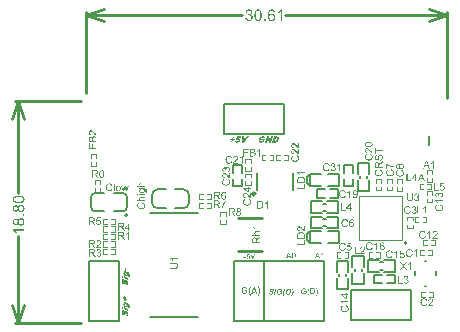
<source format=gto>
G04*
G04 #@! TF.GenerationSoftware,Altium Limited,Altium Designer,19.0.4 (130)*
G04*
G04 Layer_Color=65535*
%FSLAX25Y25*%
%MOIN*%
G70*
G01*
G75*
%ADD10C,0.00787*%
%ADD11C,0.00984*%
%ADD12C,0.00492*%
%ADD13C,0.01000*%
%ADD14C,0.00600*%
%ADD15C,0.00500*%
%ADD16R,0.01063X0.03307*%
G36*
X162817Y234655D02*
X162000D01*
Y234891D01*
X162817D01*
Y234655D01*
D02*
G37*
G36*
X165205Y234140D02*
X164969D01*
X164393Y235907D01*
X164662D01*
X165089Y234519D01*
X165512Y235907D01*
X165784D01*
X165205Y234140D01*
D02*
G37*
G36*
X164122Y235672D02*
X163468D01*
Y235276D01*
X163471Y235278D01*
X163476Y235281D01*
X163485Y235289D01*
X163499Y235295D01*
X163532Y235314D01*
X163571Y235331D01*
X163573D01*
X163582Y235334D01*
X163593Y235339D01*
X163607Y235342D01*
X163626Y235348D01*
X163645Y235350D01*
X163690Y235353D01*
X163715D01*
X163742Y235350D01*
X163778Y235345D01*
X163820Y235336D01*
X163864Y235325D01*
X163909Y235312D01*
X163950Y235289D01*
X163956Y235287D01*
X163970Y235278D01*
X163989Y235262D01*
X164014Y235242D01*
X164039Y235217D01*
X164066Y235184D01*
X164094Y235148D01*
X164116Y235104D01*
X164119Y235098D01*
X164125Y235082D01*
X164136Y235057D01*
X164147Y235021D01*
X164155Y234979D01*
X164166Y234929D01*
X164172Y234874D01*
X164174Y234813D01*
Y234663D01*
Y234661D01*
Y234655D01*
Y234647D01*
Y234636D01*
X164172Y234602D01*
X164166Y234564D01*
X164161Y234517D01*
X164149Y234467D01*
X164133Y234417D01*
X164113Y234370D01*
X164111Y234364D01*
X164102Y234350D01*
X164089Y234328D01*
X164072Y234300D01*
X164047Y234270D01*
X164017Y234240D01*
X163983Y234212D01*
X163944Y234184D01*
X163939Y234181D01*
X163925Y234176D01*
X163900Y234165D01*
X163870Y234154D01*
X163831Y234143D01*
X163784Y234132D01*
X163734Y234126D01*
X163676Y234123D01*
X163654D01*
X163629Y234126D01*
X163595Y234129D01*
X163559Y234134D01*
X163521Y234145D01*
X163479Y234156D01*
X163438Y234173D01*
X163432Y234176D01*
X163421Y234184D01*
X163402Y234195D01*
X163377Y234212D01*
X163349Y234234D01*
X163321Y234259D01*
X163294Y234289D01*
X163266Y234325D01*
X163263Y234331D01*
X163255Y234342D01*
X163244Y234364D01*
X163233Y234392D01*
X163216Y234428D01*
X163202Y234470D01*
X163191Y234514D01*
X163180Y234564D01*
Y234566D01*
X163429D01*
Y234564D01*
Y234558D01*
X163432Y234547D01*
X163438Y234530D01*
X163443Y234508D01*
X163454Y234483D01*
X163468Y234458D01*
X163485Y234434D01*
X163507Y234411D01*
X163510Y234408D01*
X163518Y234403D01*
X163532Y234395D01*
X163551Y234386D01*
X163576Y234375D01*
X163604Y234367D01*
X163640Y234362D01*
X163676Y234359D01*
X163695D01*
X163717Y234364D01*
X163742Y234370D01*
X163773Y234378D01*
X163803Y234392D01*
X163834Y234411D01*
X163859Y234439D01*
X163861Y234442D01*
X163870Y234453D01*
X163881Y234472D01*
X163892Y234497D01*
X163903Y234530D01*
X163914Y234566D01*
X163922Y234613D01*
X163925Y234663D01*
Y234813D01*
Y234816D01*
Y234819D01*
Y234835D01*
X163922Y234863D01*
X163917Y234893D01*
X163909Y234929D01*
X163898Y234965D01*
X163881Y235001D01*
X163859Y235035D01*
X163856Y235037D01*
X163848Y235048D01*
X163831Y235059D01*
X163812Y235076D01*
X163787Y235090D01*
X163753Y235104D01*
X163717Y235112D01*
X163676Y235115D01*
X163665D01*
X163654Y235112D01*
X163637Y235109D01*
X163618Y235107D01*
X163595Y235101D01*
X163573Y235090D01*
X163551Y235079D01*
X163548Y235076D01*
X163540Y235073D01*
X163529Y235065D01*
X163515Y235054D01*
X163499Y235037D01*
X163482Y235021D01*
X163463Y235001D01*
X163446Y234976D01*
X163219D01*
Y235907D01*
X164122D01*
Y235672D01*
D02*
G37*
G36*
X162414Y224883D02*
X162462Y224875D01*
X162521Y224864D01*
X162584Y224850D01*
X162647Y224827D01*
X162713Y224798D01*
X162717D01*
X162721Y224794D01*
X162743Y224783D01*
X162776Y224761D01*
X162813Y224735D01*
X162861Y224701D01*
X162909Y224657D01*
X162958Y224609D01*
X163002Y224553D01*
X163006Y224546D01*
X163020Y224524D01*
X163039Y224491D01*
X163065Y224446D01*
X163091Y224394D01*
X163117Y224331D01*
X163139Y224261D01*
X163157Y224184D01*
X162798D01*
Y224187D01*
X162791Y224202D01*
X162784Y224224D01*
X162776Y224254D01*
X162761Y224287D01*
X162743Y224320D01*
X162724Y224354D01*
X162698Y224387D01*
X162695Y224391D01*
X162687Y224402D01*
X162673Y224417D01*
X162650Y224435D01*
X162628Y224457D01*
X162599Y224480D01*
X162565Y224498D01*
X162532Y224517D01*
X162528Y224520D01*
X162517Y224524D01*
X162499Y224531D01*
X162473Y224542D01*
X162443Y224550D01*
X162414Y224557D01*
X162377Y224561D01*
X162340Y224565D01*
X162314D01*
X162288Y224561D01*
X162255Y224557D01*
X162214Y224546D01*
X162169Y224535D01*
X162129Y224517D01*
X162084Y224494D01*
X162081Y224491D01*
X162066Y224483D01*
X162047Y224465D01*
X162021Y224443D01*
X161992Y224417D01*
X161966Y224383D01*
X161936Y224343D01*
X161910Y224298D01*
X161907Y224291D01*
X161903Y224276D01*
X161892Y224250D01*
X161881Y224213D01*
X161870Y224172D01*
X161862Y224121D01*
X161855Y224065D01*
X161851Y224002D01*
Y223307D01*
Y223299D01*
Y223281D01*
X161855Y223251D01*
X161859Y223218D01*
X161866Y223173D01*
X161877Y223129D01*
X161892Y223085D01*
X161914Y223040D01*
X161918Y223037D01*
X161925Y223022D01*
X161940Y223000D01*
X161959Y222974D01*
X161984Y222944D01*
X162014Y222914D01*
X162047Y222885D01*
X162088Y222859D01*
X162092Y222855D01*
X162110Y222848D01*
X162132Y222840D01*
X162166Y222829D01*
X162203Y222814D01*
X162247Y222807D01*
X162295Y222800D01*
X162351Y222796D01*
X162377D01*
X162402Y222800D01*
X162436Y222803D01*
X162477Y222811D01*
X162521Y222826D01*
X162562Y222840D01*
X162606Y222863D01*
X162610Y222866D01*
X162625Y222874D01*
X162643Y222892D01*
X162669Y222911D01*
X162695Y222940D01*
X162724Y222974D01*
X162750Y223011D01*
X162776Y223055D01*
X162780Y223062D01*
X162787Y223077D01*
X162795Y223103D01*
X162810Y223140D01*
X162821Y223184D01*
X162828Y223233D01*
X162835Y223288D01*
X162839Y223351D01*
Y223455D01*
X162358D01*
Y223773D01*
X163176D01*
Y223358D01*
Y223355D01*
Y223347D01*
Y223333D01*
Y223314D01*
X163172Y223292D01*
Y223266D01*
X163165Y223203D01*
X163150Y223129D01*
X163131Y223051D01*
X163105Y222970D01*
X163072Y222892D01*
Y222888D01*
X163068Y222885D01*
X163061Y222874D01*
X163054Y222859D01*
X163031Y222822D01*
X162998Y222778D01*
X162958Y222729D01*
X162909Y222678D01*
X162850Y222629D01*
X162784Y222585D01*
X162780D01*
X162776Y222581D01*
X162765Y222574D01*
X162750Y222570D01*
X162713Y222552D01*
X162662Y222533D01*
X162595Y222511D01*
X162525Y222496D01*
X162440Y222481D01*
X162351Y222478D01*
X162310D01*
X162288Y222481D01*
X162262D01*
X162203Y222489D01*
X162132Y222504D01*
X162058Y222518D01*
X161984Y222544D01*
X161910Y222578D01*
X161907D01*
X161903Y222581D01*
X161881Y222596D01*
X161844Y222622D01*
X161803Y222652D01*
X161755Y222696D01*
X161707Y222744D01*
X161659Y222803D01*
X161614Y222870D01*
Y222874D01*
X161611Y222877D01*
X161603Y222888D01*
X161600Y222903D01*
X161581Y222944D01*
X161563Y222996D01*
X161544Y223059D01*
X161526Y223133D01*
X161514Y223218D01*
X161511Y223307D01*
Y224002D01*
Y224006D01*
Y224013D01*
Y224028D01*
Y224047D01*
X161514Y224069D01*
X161518Y224098D01*
X161526Y224161D01*
X161537Y224232D01*
X161555Y224313D01*
X161581Y224391D01*
X161614Y224468D01*
Y224472D01*
X161618Y224476D01*
X161626Y224487D01*
X161633Y224502D01*
X161659Y224539D01*
X161688Y224583D01*
X161729Y224631D01*
X161781Y224683D01*
X161836Y224731D01*
X161903Y224776D01*
X161907D01*
X161910Y224779D01*
X161922Y224787D01*
X161936Y224794D01*
X161977Y224813D01*
X162029Y224831D01*
X162092Y224853D01*
X162166Y224868D01*
X162251Y224883D01*
X162340Y224886D01*
X162373D01*
X162414Y224883D01*
D02*
G37*
G36*
X166106Y223018D02*
X165152D01*
X165260Y223333D01*
X165998D01*
X166106Y223018D01*
D02*
G37*
G36*
X166643Y222500D02*
X166284D01*
X166106Y223018D01*
X166262D01*
Y223333D01*
X165998D01*
X165629Y224406D01*
X165260Y223333D01*
X165018D01*
Y223018D01*
X165152D01*
X164974Y222500D01*
X164615D01*
X165488Y224861D01*
X165770D01*
X166643Y222500D01*
D02*
G37*
G36*
X166972Y225112D02*
X166979Y225101D01*
X166994Y225083D01*
X167016Y225060D01*
X167039Y225031D01*
X167068Y224997D01*
X167098Y224957D01*
X167131Y224909D01*
X167164Y224861D01*
X167201Y224805D01*
X167238Y224746D01*
X167272Y224687D01*
X167342Y224553D01*
X167401Y224409D01*
Y224406D01*
X167409Y224391D01*
X167416Y224372D01*
X167423Y224343D01*
X167435Y224306D01*
X167446Y224261D01*
X167460Y224213D01*
X167475Y224158D01*
X167486Y224095D01*
X167501Y224028D01*
X167512Y223958D01*
X167523Y223884D01*
X167531Y223806D01*
X167538Y223721D01*
X167545Y223551D01*
Y223547D01*
Y223529D01*
Y223506D01*
X167542Y223473D01*
Y223429D01*
X167538Y223381D01*
X167534Y223329D01*
X167527Y223266D01*
X167520Y223203D01*
X167512Y223136D01*
X167486Y222992D01*
X167449Y222840D01*
X167401Y222692D01*
Y222689D01*
X167394Y222674D01*
X167386Y222655D01*
X167375Y222626D01*
X167360Y222592D01*
X167342Y222555D01*
X167320Y222511D01*
X167294Y222459D01*
X167231Y222352D01*
X167157Y222234D01*
X167068Y222115D01*
X166968Y221993D01*
X166739Y222197D01*
X166743Y222200D01*
X166750Y222208D01*
X166761Y222226D01*
X166780Y222245D01*
X166802Y222271D01*
X166824Y222304D01*
X166850Y222337D01*
X166879Y222378D01*
X166909Y222422D01*
X166939Y222467D01*
X166998Y222570D01*
X167057Y222685D01*
X167109Y222807D01*
Y222811D01*
X167113Y222822D01*
X167120Y222840D01*
X167127Y222866D01*
X167139Y222896D01*
X167146Y222937D01*
X167157Y222977D01*
X167172Y223025D01*
X167183Y223081D01*
X167194Y223136D01*
X167201Y223199D01*
X167212Y223262D01*
X167227Y223403D01*
X167231Y223551D01*
Y223554D01*
Y223569D01*
Y223591D01*
Y223621D01*
X167227Y223654D01*
X167224Y223699D01*
X167220Y223743D01*
X167216Y223795D01*
X167209Y223850D01*
X167201Y223910D01*
X167179Y224036D01*
X167150Y224165D01*
X167109Y224294D01*
Y224298D01*
X167102Y224309D01*
X167098Y224328D01*
X167087Y224354D01*
X167072Y224383D01*
X167057Y224417D01*
X167039Y224457D01*
X167016Y224498D01*
X166965Y224594D01*
X166902Y224698D01*
X166828Y224805D01*
X166739Y224909D01*
X166968Y225116D01*
X166972Y225112D01*
D02*
G37*
G36*
X164519Y224909D02*
X164515Y224905D01*
X164508Y224898D01*
X164497Y224883D01*
X164478Y224861D01*
X164460Y224835D01*
X164434Y224805D01*
X164408Y224768D01*
X164382Y224731D01*
X164352Y224687D01*
X164323Y224639D01*
X164260Y224535D01*
X164204Y224420D01*
X164153Y224294D01*
Y224291D01*
X164149Y224280D01*
X164141Y224261D01*
X164134Y224235D01*
X164123Y224206D01*
X164116Y224165D01*
X164104Y224124D01*
X164093Y224076D01*
X164079Y224021D01*
X164067Y223965D01*
X164060Y223902D01*
X164049Y223839D01*
X164034Y223699D01*
X164031Y223551D01*
Y223547D01*
Y223532D01*
Y223510D01*
X164034Y223481D01*
Y223447D01*
X164038Y223403D01*
X164042Y223358D01*
X164045Y223307D01*
X164053Y223251D01*
X164060Y223192D01*
X164082Y223066D01*
X164112Y222937D01*
X164153Y222807D01*
Y222803D01*
X164160Y222792D01*
X164167Y222774D01*
X164175Y222752D01*
X164190Y222722D01*
X164204Y222689D01*
X164223Y222648D01*
X164245Y222607D01*
X164297Y222511D01*
X164360Y222408D01*
X164434Y222304D01*
X164519Y222197D01*
X164293Y221993D01*
X164289Y221997D01*
X164282Y222008D01*
X164264Y222026D01*
X164245Y222049D01*
X164223Y222078D01*
X164193Y222112D01*
X164164Y222152D01*
X164130Y222200D01*
X164093Y222248D01*
X164060Y222304D01*
X164023Y222359D01*
X163986Y222422D01*
X163916Y222552D01*
X163857Y222692D01*
Y222696D01*
X163849Y222711D01*
X163846Y222733D01*
X163834Y222759D01*
X163823Y222796D01*
X163812Y222840D01*
X163801Y222888D01*
X163786Y222944D01*
X163771Y223007D01*
X163760Y223074D01*
X163749Y223144D01*
X163738Y223218D01*
X163731Y223295D01*
X163723Y223381D01*
X163716Y223551D01*
Y223554D01*
Y223573D01*
Y223595D01*
X163720Y223632D01*
Y223673D01*
X163723Y223721D01*
X163727Y223773D01*
X163734Y223836D01*
X163742Y223899D01*
X163749Y223965D01*
X163775Y224110D01*
X163809Y224261D01*
X163857Y224409D01*
Y224413D01*
X163864Y224428D01*
X163871Y224446D01*
X163883Y224476D01*
X163897Y224509D01*
X163919Y224550D01*
X163942Y224594D01*
X163964Y224646D01*
X164027Y224753D01*
X164101Y224872D01*
X164190Y224994D01*
X164293Y225116D01*
X164519Y224909D01*
D02*
G37*
G36*
X122978Y231029D02*
Y230211D01*
X122542Y230363D01*
Y231180D01*
X122978Y231029D01*
D02*
G37*
G36*
X123419Y229830D02*
X123485Y229807D01*
X123493Y229804D01*
X123507Y229800D01*
X123533Y229789D01*
X123567Y229774D01*
X123607Y229752D01*
X123652Y229726D01*
X123696Y229696D01*
X123744Y229660D01*
X123748Y229656D01*
X123766Y229641D01*
X123789Y229623D01*
X123818Y229593D01*
X123848Y229560D01*
X123885Y229523D01*
X123918Y229478D01*
X123948Y229434D01*
X123951Y229430D01*
X123959Y229412D01*
X123974Y229386D01*
X123992Y229352D01*
X124011Y229312D01*
X124025Y229264D01*
X124044Y229208D01*
X124059Y229149D01*
Y229141D01*
X124066Y229119D01*
X124070Y229086D01*
X124077Y229045D01*
X124085Y228990D01*
X124088Y228931D01*
X124096Y228864D01*
Y228753D01*
X124092Y228723D01*
Y228686D01*
X124088Y228646D01*
X124077Y228557D01*
X124062Y228461D01*
X124040Y228368D01*
X124025Y228324D01*
X124007Y228287D01*
X123985Y228254D01*
X123962Y228228D01*
X123955Y228224D01*
X123937Y228209D01*
X123907Y228194D01*
X123866Y228180D01*
X123818Y228165D01*
X123755Y228161D01*
X123685Y228165D01*
X123648Y228176D01*
X123607Y228187D01*
X123604D01*
X123585Y228194D01*
X123563Y228202D01*
X123533Y228213D01*
X123596Y228738D01*
X123600D01*
X123607D01*
X123622D01*
X123637D01*
X123670Y228746D01*
X123685Y228753D01*
X123700Y228764D01*
Y228768D01*
X123707Y228771D01*
X123715Y228786D01*
X123722Y228801D01*
X123729Y228820D01*
X123737Y228846D01*
X123740Y228875D01*
X123744Y228908D01*
Y228931D01*
X123740Y228953D01*
X123737Y228979D01*
X123729Y229012D01*
X123715Y229045D01*
X123700Y229079D01*
X123678Y229112D01*
X123674Y229116D01*
X123663Y229127D01*
X123648Y229141D01*
X123626Y229160D01*
X123592Y229182D01*
X123556Y229208D01*
X123511Y229230D01*
X123456Y229253D01*
X123234Y229327D01*
X123237Y229323D01*
X123248Y229308D01*
X123267Y229286D01*
X123285Y229256D01*
X123311Y229223D01*
X123334Y229186D01*
X123356Y229149D01*
X123374Y229112D01*
X123378Y229104D01*
X123385Y229086D01*
X123396Y229056D01*
X123407Y229016D01*
X123419Y228971D01*
X123430Y228920D01*
X123437Y228864D01*
X123441Y228808D01*
Y228779D01*
X123437Y228760D01*
X123433Y228738D01*
X123426Y228709D01*
X123407Y228649D01*
X123396Y228616D01*
X123378Y228583D01*
X123359Y228550D01*
X123334Y228520D01*
X123304Y228487D01*
X123271Y228461D01*
X123230Y228438D01*
X123186Y228416D01*
X123182D01*
X123178Y228413D01*
X123167D01*
X123152Y228409D01*
X123134Y228405D01*
X123111Y228401D01*
X123086Y228398D01*
X123056D01*
X122986D01*
X122904Y228405D01*
X122808Y228424D01*
X122756Y228435D01*
X122701Y228453D01*
X122697D01*
X122686Y228457D01*
X122668Y228464D01*
X122645Y228475D01*
X122616Y228487D01*
X122582Y228501D01*
X122508Y228538D01*
X122423Y228587D01*
X122338Y228646D01*
X122253Y228716D01*
X122216Y228753D01*
X122179Y228794D01*
X122175Y228797D01*
X122172Y228805D01*
X122161Y228816D01*
X122150Y228834D01*
X122138Y228857D01*
X122120Y228879D01*
X122105Y228908D01*
X122087Y228942D01*
X122053Y229016D01*
X122027Y229101D01*
X122005Y229193D01*
X122002Y229241D01*
X121998Y229293D01*
Y229323D01*
X122002Y229352D01*
X122005Y229393D01*
X122013Y229434D01*
X122024Y229478D01*
X122038Y229519D01*
X122057Y229556D01*
X122061Y229560D01*
X122068Y229571D01*
X122083Y229589D01*
X122101Y229608D01*
X122131Y229634D01*
X122164Y229656D01*
X122201Y229678D01*
X122249Y229700D01*
X122031Y229774D01*
Y230300D01*
X123419Y229830D01*
D02*
G37*
G36*
X121857Y228450D02*
Y227887D01*
X121472Y228020D01*
Y228583D01*
X121857Y228450D01*
D02*
G37*
G36*
X123500Y227895D02*
Y227332D01*
X122031Y227828D01*
Y228390D01*
X123500Y227895D01*
D02*
G37*
G36*
X121935Y227473D02*
X121990Y227469D01*
X122046Y227458D01*
X122079Y226855D01*
X122072D01*
X122057Y226859D01*
X122031D01*
X122002D01*
X121972Y226855D01*
X121939Y226851D01*
X121905Y226840D01*
X121879Y226822D01*
X121876Y226818D01*
X121868Y226811D01*
X121861Y226799D01*
X121846Y226781D01*
X121835Y226755D01*
X121828Y226722D01*
X121820Y226685D01*
X121817Y226637D01*
Y226618D01*
X121820Y226600D01*
X121824Y226574D01*
X121835Y226518D01*
X121850Y226489D01*
X121865Y226459D01*
X121868Y226455D01*
X121872Y226448D01*
X121883Y226437D01*
X121894Y226422D01*
X121931Y226389D01*
X121953Y226378D01*
X121976Y226366D01*
X121979D01*
X121983Y226363D01*
X122005D01*
X122035Y226366D01*
X122050Y226370D01*
X122064Y226381D01*
X122072Y226389D01*
X122079Y226400D01*
X122090Y226415D01*
X122101Y226441D01*
X122113Y226474D01*
X122127Y226515D01*
X122138Y226566D01*
Y226570D01*
X122142Y226585D01*
X122146Y226603D01*
X122153Y226629D01*
X122161Y226659D01*
X122172Y226696D01*
X122194Y226774D01*
X122220Y226862D01*
X122253Y226947D01*
X122268Y226988D01*
X122286Y227029D01*
X122301Y227062D01*
X122320Y227092D01*
X122323Y227099D01*
X122335Y227114D01*
X122353Y227140D01*
X122379Y227169D01*
X122412Y227203D01*
X122449Y227232D01*
X122494Y227255D01*
X122542Y227273D01*
X122549D01*
X122564Y227277D01*
X122593Y227280D01*
X122631Y227284D01*
X122675D01*
X122723Y227280D01*
X122782Y227273D01*
X122841Y227255D01*
X122845D01*
X122849Y227251D01*
X122860Y227247D01*
X122875Y227243D01*
X122912Y227225D01*
X122960Y227203D01*
X123015Y227169D01*
X123078Y227129D01*
X123141Y227081D01*
X123204Y227025D01*
X123211Y227018D01*
X123230Y226995D01*
X123259Y226962D01*
X123296Y226914D01*
X123337Y226859D01*
X123378Y226792D01*
X123415Y226718D01*
X123452Y226637D01*
Y226633D01*
X123456Y226625D01*
X123459Y226614D01*
X123463Y226596D01*
X123470Y226577D01*
X123478Y226552D01*
X123485Y226522D01*
X123493Y226489D01*
X123507Y226411D01*
X123522Y226326D01*
X123530Y226226D01*
X123533Y226119D01*
Y226070D01*
X123530Y226037D01*
X123526Y225993D01*
X123522Y225948D01*
X123519Y225897D01*
X123507Y225845D01*
X123485Y225734D01*
X123470Y225678D01*
X123452Y225626D01*
X123430Y225578D01*
X123400Y225534D01*
X123371Y225497D01*
X123337Y225467D01*
X123334D01*
X123326Y225464D01*
X123315Y225456D01*
X123300Y225449D01*
X123282Y225442D01*
X123259Y225430D01*
X123230Y225423D01*
X123200Y225412D01*
X123126Y225397D01*
X123038Y225390D01*
X122989Y225393D01*
X122941Y225397D01*
X122886Y225405D01*
X122830Y225416D01*
X122790Y226026D01*
X122797D01*
X122816Y226022D01*
X122841Y226019D01*
X122871Y226015D01*
X122908D01*
X122945D01*
X122982Y226019D01*
X123012Y226030D01*
X123015Y226033D01*
X123030Y226041D01*
X123049Y226056D01*
X123071Y226082D01*
X123097Y226111D01*
X123115Y226152D01*
X123130Y226204D01*
X123134Y226263D01*
Y226285D01*
X123130Y226311D01*
X123126Y226344D01*
X123119Y226378D01*
X123108Y226418D01*
X123093Y226455D01*
X123074Y226492D01*
X123071Y226496D01*
X123063Y226507D01*
X123049Y226526D01*
X123034Y226544D01*
X123012Y226566D01*
X122986Y226585D01*
X122956Y226603D01*
X122926Y226614D01*
X122923D01*
X122912Y226618D01*
X122897Y226622D01*
X122878D01*
X122856D01*
X122834Y226618D01*
X122808Y226611D01*
X122786Y226596D01*
X122782Y226592D01*
X122775Y226585D01*
X122764Y226570D01*
X122749Y226544D01*
X122730Y226507D01*
X122708Y226455D01*
X122697Y226426D01*
X122690Y226392D01*
X122679Y226355D01*
X122668Y226315D01*
Y226311D01*
X122664Y226300D01*
X122656Y226278D01*
X122653Y226252D01*
X122642Y226222D01*
X122631Y226189D01*
X122605Y226108D01*
X122568Y226022D01*
X122527Y225941D01*
X122505Y225900D01*
X122479Y225867D01*
X122453Y225834D01*
X122423Y225808D01*
X122416Y225804D01*
X122397Y225789D01*
X122364Y225775D01*
X122316Y225756D01*
X122260Y225745D01*
X122194Y225738D01*
X122157D01*
X122120Y225745D01*
X122079Y225752D01*
X122035Y225763D01*
X122031D01*
X122027Y225767D01*
X122009Y225775D01*
X121976Y225789D01*
X121939Y225808D01*
X121894Y225834D01*
X121842Y225867D01*
X121791Y225908D01*
X121739Y225956D01*
X121731Y225963D01*
X121717Y225982D01*
X121691Y226011D01*
X121657Y226052D01*
X121624Y226100D01*
X121587Y226159D01*
X121554Y226226D01*
X121520Y226300D01*
Y226304D01*
X121517Y226311D01*
X121513Y226322D01*
X121509Y226337D01*
X121502Y226359D01*
X121495Y226385D01*
X121487Y226411D01*
X121480Y226444D01*
X121472Y226481D01*
X121465Y226522D01*
X121450Y226611D01*
X121443Y226714D01*
X121439Y226829D01*
Y226866D01*
X121443Y226892D01*
Y226925D01*
X121447Y226958D01*
X121458Y227044D01*
X121476Y227132D01*
X121502Y227221D01*
X121539Y227306D01*
X121561Y227340D01*
X121587Y227373D01*
X121595Y227380D01*
X121613Y227395D01*
X121650Y227417D01*
X121698Y227443D01*
X121728Y227454D01*
X121761Y227462D01*
X121802Y227469D01*
X121842Y227473D01*
X121887Y227477D01*
X121935Y227473D01*
D02*
G37*
G36*
X122712Y221586D02*
Y221053D01*
X123241Y220872D01*
Y220424D01*
X122712Y220605D01*
Y220076D01*
X122264Y220228D01*
Y220757D01*
X121731Y220938D01*
Y221386D01*
X122264Y221205D01*
Y221738D01*
X122712Y221586D01*
D02*
G37*
G36*
X123419Y219488D02*
X123485Y219466D01*
X123493Y219462D01*
X123507Y219459D01*
X123533Y219447D01*
X123567Y219433D01*
X123607Y219410D01*
X123652Y219385D01*
X123696Y219355D01*
X123744Y219318D01*
X123748Y219314D01*
X123766Y219299D01*
X123789Y219281D01*
X123818Y219251D01*
X123848Y219218D01*
X123885Y219181D01*
X123918Y219137D01*
X123948Y219092D01*
X123951Y219089D01*
X123959Y219070D01*
X123974Y219044D01*
X123992Y219011D01*
X124011Y218970D01*
X124025Y218922D01*
X124044Y218866D01*
X124059Y218807D01*
Y218800D01*
X124066Y218778D01*
X124070Y218744D01*
X124077Y218704D01*
X124085Y218648D01*
X124088Y218589D01*
X124096Y218522D01*
Y218411D01*
X124092Y218382D01*
Y218345D01*
X124088Y218304D01*
X124077Y218215D01*
X124062Y218119D01*
X124040Y218027D01*
X124025Y217982D01*
X124007Y217945D01*
X123985Y217912D01*
X123962Y217886D01*
X123955Y217882D01*
X123937Y217867D01*
X123907Y217853D01*
X123866Y217838D01*
X123818Y217823D01*
X123755Y217819D01*
X123685Y217823D01*
X123648Y217834D01*
X123607Y217845D01*
X123604D01*
X123585Y217853D01*
X123563Y217860D01*
X123533Y217871D01*
X123596Y218397D01*
X123600D01*
X123607D01*
X123622D01*
X123637D01*
X123670Y218404D01*
X123685Y218411D01*
X123700Y218423D01*
Y218426D01*
X123707Y218430D01*
X123715Y218445D01*
X123722Y218460D01*
X123729Y218478D01*
X123737Y218504D01*
X123740Y218533D01*
X123744Y218567D01*
Y218589D01*
X123740Y218611D01*
X123737Y218637D01*
X123729Y218670D01*
X123715Y218704D01*
X123700Y218737D01*
X123678Y218770D01*
X123674Y218774D01*
X123663Y218785D01*
X123648Y218800D01*
X123626Y218818D01*
X123592Y218841D01*
X123556Y218866D01*
X123511Y218889D01*
X123456Y218911D01*
X123234Y218985D01*
X123237Y218981D01*
X123248Y218966D01*
X123267Y218944D01*
X123285Y218915D01*
X123311Y218881D01*
X123334Y218844D01*
X123356Y218807D01*
X123374Y218770D01*
X123378Y218763D01*
X123385Y218744D01*
X123396Y218715D01*
X123407Y218674D01*
X123419Y218630D01*
X123430Y218578D01*
X123437Y218522D01*
X123441Y218467D01*
Y218437D01*
X123437Y218419D01*
X123433Y218397D01*
X123426Y218367D01*
X123407Y218308D01*
X123396Y218274D01*
X123378Y218241D01*
X123359Y218208D01*
X123334Y218178D01*
X123304Y218145D01*
X123271Y218119D01*
X123230Y218097D01*
X123186Y218075D01*
X123182D01*
X123178Y218071D01*
X123167D01*
X123152Y218067D01*
X123134Y218064D01*
X123111Y218060D01*
X123086Y218056D01*
X123056D01*
X122986D01*
X122904Y218064D01*
X122808Y218082D01*
X122756Y218093D01*
X122701Y218112D01*
X122697D01*
X122686Y218115D01*
X122668Y218123D01*
X122645Y218134D01*
X122616Y218145D01*
X122582Y218160D01*
X122508Y218197D01*
X122423Y218245D01*
X122338Y218304D01*
X122253Y218374D01*
X122216Y218411D01*
X122179Y218452D01*
X122175Y218456D01*
X122172Y218463D01*
X122161Y218474D01*
X122150Y218493D01*
X122138Y218515D01*
X122120Y218537D01*
X122105Y218567D01*
X122087Y218600D01*
X122053Y218674D01*
X122027Y218759D01*
X122005Y218852D01*
X122002Y218900D01*
X121998Y218952D01*
Y218981D01*
X122002Y219011D01*
X122005Y219052D01*
X122013Y219092D01*
X122024Y219137D01*
X122038Y219177D01*
X122057Y219214D01*
X122061Y219218D01*
X122068Y219229D01*
X122083Y219248D01*
X122101Y219266D01*
X122131Y219292D01*
X122164Y219314D01*
X122201Y219336D01*
X122249Y219359D01*
X122031Y219433D01*
Y219958D01*
X123419Y219488D01*
D02*
G37*
G36*
X121857Y218108D02*
Y217546D01*
X121472Y217679D01*
Y218241D01*
X121857Y218108D01*
D02*
G37*
G36*
X123500Y217553D02*
Y216991D01*
X122031Y217486D01*
Y218049D01*
X123500Y217553D01*
D02*
G37*
G36*
X121935Y217131D02*
X121990Y217127D01*
X122046Y217116D01*
X122079Y216513D01*
X122072D01*
X122057Y216517D01*
X122031D01*
X122002D01*
X121972Y216513D01*
X121939Y216510D01*
X121905Y216498D01*
X121879Y216480D01*
X121876Y216476D01*
X121868Y216469D01*
X121861Y216458D01*
X121846Y216439D01*
X121835Y216413D01*
X121828Y216380D01*
X121820Y216343D01*
X121817Y216295D01*
Y216277D01*
X121820Y216258D01*
X121824Y216232D01*
X121835Y216177D01*
X121850Y216147D01*
X121865Y216117D01*
X121868Y216114D01*
X121872Y216106D01*
X121883Y216095D01*
X121894Y216080D01*
X121931Y216047D01*
X121953Y216036D01*
X121976Y216025D01*
X121979D01*
X121983Y216021D01*
X122005D01*
X122035Y216025D01*
X122050Y216029D01*
X122064Y216040D01*
X122072Y216047D01*
X122079Y216058D01*
X122090Y216073D01*
X122101Y216099D01*
X122113Y216132D01*
X122127Y216173D01*
X122138Y216225D01*
Y216228D01*
X122142Y216243D01*
X122146Y216262D01*
X122153Y216288D01*
X122161Y216317D01*
X122172Y216354D01*
X122194Y216432D01*
X122220Y216521D01*
X122253Y216606D01*
X122268Y216647D01*
X122286Y216687D01*
X122301Y216721D01*
X122320Y216750D01*
X122323Y216757D01*
X122335Y216772D01*
X122353Y216798D01*
X122379Y216828D01*
X122412Y216861D01*
X122449Y216891D01*
X122494Y216913D01*
X122542Y216931D01*
X122549D01*
X122564Y216935D01*
X122593Y216939D01*
X122631Y216943D01*
X122675D01*
X122723Y216939D01*
X122782Y216931D01*
X122841Y216913D01*
X122845D01*
X122849Y216909D01*
X122860Y216905D01*
X122875Y216902D01*
X122912Y216883D01*
X122960Y216861D01*
X123015Y216828D01*
X123078Y216787D01*
X123141Y216739D01*
X123204Y216684D01*
X123211Y216676D01*
X123230Y216654D01*
X123259Y216621D01*
X123296Y216572D01*
X123337Y216517D01*
X123378Y216450D01*
X123415Y216376D01*
X123452Y216295D01*
Y216291D01*
X123456Y216284D01*
X123459Y216273D01*
X123463Y216254D01*
X123470Y216236D01*
X123478Y216210D01*
X123485Y216180D01*
X123493Y216147D01*
X123507Y216069D01*
X123522Y215984D01*
X123530Y215884D01*
X123533Y215777D01*
Y215729D01*
X123530Y215696D01*
X123526Y215651D01*
X123522Y215607D01*
X123519Y215555D01*
X123507Y215503D01*
X123485Y215392D01*
X123470Y215337D01*
X123452Y215285D01*
X123430Y215237D01*
X123400Y215192D01*
X123371Y215155D01*
X123337Y215126D01*
X123334D01*
X123326Y215122D01*
X123315Y215115D01*
X123300Y215107D01*
X123282Y215100D01*
X123259Y215089D01*
X123230Y215081D01*
X123200Y215070D01*
X123126Y215055D01*
X123038Y215048D01*
X122989Y215052D01*
X122941Y215055D01*
X122886Y215063D01*
X122830Y215074D01*
X122790Y215685D01*
X122797D01*
X122816Y215681D01*
X122841Y215677D01*
X122871Y215673D01*
X122908D01*
X122945D01*
X122982Y215677D01*
X123012Y215688D01*
X123015Y215692D01*
X123030Y215699D01*
X123049Y215714D01*
X123071Y215740D01*
X123097Y215770D01*
X123115Y215810D01*
X123130Y215862D01*
X123134Y215921D01*
Y215944D01*
X123130Y215969D01*
X123126Y216003D01*
X123119Y216036D01*
X123108Y216077D01*
X123093Y216114D01*
X123074Y216151D01*
X123071Y216154D01*
X123063Y216165D01*
X123049Y216184D01*
X123034Y216202D01*
X123012Y216225D01*
X122986Y216243D01*
X122956Y216262D01*
X122926Y216273D01*
X122923D01*
X122912Y216277D01*
X122897Y216280D01*
X122878D01*
X122856D01*
X122834Y216277D01*
X122808Y216269D01*
X122786Y216254D01*
X122782Y216251D01*
X122775Y216243D01*
X122764Y216228D01*
X122749Y216202D01*
X122730Y216165D01*
X122708Y216114D01*
X122697Y216084D01*
X122690Y216051D01*
X122679Y216014D01*
X122668Y215973D01*
Y215969D01*
X122664Y215958D01*
X122656Y215936D01*
X122653Y215910D01*
X122642Y215881D01*
X122631Y215847D01*
X122605Y215766D01*
X122568Y215681D01*
X122527Y215599D01*
X122505Y215559D01*
X122479Y215525D01*
X122453Y215492D01*
X122423Y215466D01*
X122416Y215462D01*
X122397Y215448D01*
X122364Y215433D01*
X122316Y215414D01*
X122260Y215403D01*
X122194Y215396D01*
X122157D01*
X122120Y215403D01*
X122079Y215411D01*
X122035Y215422D01*
X122031D01*
X122027Y215425D01*
X122009Y215433D01*
X121976Y215448D01*
X121939Y215466D01*
X121894Y215492D01*
X121842Y215525D01*
X121791Y215566D01*
X121739Y215614D01*
X121731Y215622D01*
X121717Y215640D01*
X121691Y215670D01*
X121657Y215710D01*
X121624Y215758D01*
X121587Y215818D01*
X121554Y215884D01*
X121520Y215958D01*
Y215962D01*
X121517Y215969D01*
X121513Y215981D01*
X121509Y215995D01*
X121502Y216018D01*
X121495Y216043D01*
X121487Y216069D01*
X121480Y216103D01*
X121472Y216140D01*
X121465Y216180D01*
X121450Y216269D01*
X121443Y216373D01*
X121439Y216487D01*
Y216524D01*
X121443Y216550D01*
Y216584D01*
X121447Y216617D01*
X121458Y216702D01*
X121476Y216791D01*
X121502Y216880D01*
X121539Y216965D01*
X121561Y216998D01*
X121587Y217031D01*
X121595Y217039D01*
X121613Y217054D01*
X121650Y217076D01*
X121698Y217102D01*
X121728Y217113D01*
X121761Y217120D01*
X121802Y217127D01*
X121842Y217131D01*
X121887Y217135D01*
X121935Y217131D01*
D02*
G37*
G36*
X168672Y275057D02*
X168743Y275054D01*
X168824Y275046D01*
X168902Y275035D01*
X168976Y275020D01*
X169009Y275009D01*
X169039Y274998D01*
X169046Y274994D01*
X169065Y274987D01*
X169090Y274972D01*
X169120Y274954D01*
X169157Y274928D01*
X169190Y274894D01*
X169224Y274854D01*
X169253Y274809D01*
X169257Y274802D01*
X169264Y274787D01*
X169275Y274758D01*
X169287Y274721D01*
X169298Y274676D01*
X169305Y274621D01*
X169309Y274558D01*
Y274487D01*
X168669Y274380D01*
Y274384D01*
Y274399D01*
X168665Y274421D01*
X168661Y274447D01*
X168654Y274473D01*
X168643Y274502D01*
X168624Y274528D01*
X168602Y274554D01*
X168598Y274558D01*
X168587Y274565D01*
X168572Y274572D01*
X168550Y274587D01*
X168521Y274598D01*
X168484Y274606D01*
X168443Y274613D01*
X168395Y274617D01*
X168376D01*
X168362Y274613D01*
X168321Y274609D01*
X168269Y274598D01*
X168210Y274584D01*
X168147Y274558D01*
X168080Y274521D01*
X168014Y274473D01*
X168006Y274465D01*
X167984Y274447D01*
X167955Y274410D01*
X167914Y274362D01*
X167873Y274299D01*
X167847Y274262D01*
X167825Y274221D01*
X167803Y274177D01*
X167781Y274129D01*
X167759Y274077D01*
X167736Y274021D01*
Y274018D01*
X167733Y274006D01*
X167725Y273992D01*
X167721Y273969D01*
X167714Y273940D01*
X167707Y273910D01*
X167692Y273840D01*
X167677Y273762D01*
X167673Y273685D01*
X167681Y273610D01*
X167688Y273581D01*
X167699Y273551D01*
X167703Y273544D01*
X167714Y273529D01*
X167736Y273507D01*
X167766Y273481D01*
X167807Y273455D01*
X167858Y273433D01*
X167921Y273418D01*
X167999Y273411D01*
X168040D01*
X168066Y273414D01*
X168099Y273418D01*
X168132Y273422D01*
X168210Y273440D01*
X168214D01*
X168228Y273448D01*
X168251Y273455D01*
X168284Y273466D01*
X168321Y273477D01*
X168365Y273496D01*
X168413Y273518D01*
X168469Y273544D01*
X168532Y273736D01*
X168110D01*
X168254Y274158D01*
X169224D01*
X168928Y273292D01*
X168924Y273289D01*
X168913Y273285D01*
X168894Y273274D01*
X168872Y273263D01*
X168843Y273248D01*
X168806Y273229D01*
X168769Y273211D01*
X168728Y273189D01*
X168635Y273148D01*
X168539Y273104D01*
X168439Y273063D01*
X168347Y273033D01*
X168343D01*
X168336Y273030D01*
X168325Y273026D01*
X168306Y273022D01*
X168284Y273019D01*
X168258Y273011D01*
X168225Y273007D01*
X168191Y273000D01*
X168114Y272989D01*
X168025Y272978D01*
X167925Y272970D01*
X167818Y272967D01*
X167784D01*
X167759Y272970D01*
X167729D01*
X167692Y272974D01*
X167655Y272978D01*
X167614Y272982D01*
X167525Y272996D01*
X167433Y273019D01*
X167348Y273048D01*
X167307Y273067D01*
X167270Y273089D01*
X167266D01*
X167263Y273096D01*
X167241Y273111D01*
X167211Y273141D01*
X167174Y273181D01*
X167133Y273229D01*
X167096Y273292D01*
X167063Y273366D01*
X167041Y273451D01*
Y273455D01*
Y273463D01*
X167037Y273477D01*
Y273496D01*
X167033Y273518D01*
Y273544D01*
Y273577D01*
Y273614D01*
X167037Y273651D01*
X167041Y273696D01*
X167052Y273792D01*
X167074Y273899D01*
X167107Y274014D01*
Y274018D01*
X167111Y274029D01*
X167118Y274047D01*
X167130Y274069D01*
X167141Y274099D01*
X167155Y274132D01*
X167170Y274169D01*
X167189Y274210D01*
X167237Y274299D01*
X167292Y274395D01*
X167359Y274491D01*
X167437Y274587D01*
X167440Y274591D01*
X167448Y274598D01*
X167459Y274609D01*
X167477Y274628D01*
X167499Y274650D01*
X167522Y274672D01*
X167551Y274698D01*
X167588Y274728D01*
X167666Y274787D01*
X167755Y274850D01*
X167858Y274909D01*
X167969Y274961D01*
X167973D01*
X167981Y274965D01*
X167995Y274972D01*
X168014Y274976D01*
X168036Y274983D01*
X168062Y274994D01*
X168095Y275002D01*
X168132Y275013D01*
X168173Y275020D01*
X168217Y275028D01*
X168265Y275039D01*
X168317Y275046D01*
X168432Y275057D01*
X168558Y275061D01*
X168639D01*
X168672Y275057D01*
D02*
G37*
G36*
X171148Y273000D02*
X170556D01*
X170171Y274117D01*
X169793Y273000D01*
X169205D01*
X169893Y275028D01*
X170478D01*
X170863Y273903D01*
X171244Y275028D01*
X171836D01*
X171148Y273000D01*
D02*
G37*
G36*
X173257Y275024D02*
X173286D01*
X173345Y275016D01*
X173412Y275009D01*
X173482Y274994D01*
X173549Y274976D01*
X173608Y274950D01*
X173616Y274946D01*
X173630Y274935D01*
X173656Y274920D01*
X173690Y274894D01*
X173723Y274865D01*
X173756Y274828D01*
X173790Y274783D01*
X173815Y274735D01*
X173819Y274728D01*
X173827Y274709D01*
X173834Y274683D01*
X173845Y274643D01*
X173856Y274595D01*
X173863Y274539D01*
X173867Y274476D01*
X173863Y274410D01*
Y274406D01*
Y274402D01*
Y274391D01*
X173860Y274376D01*
X173856Y274339D01*
X173849Y274291D01*
X173838Y274232D01*
X173823Y274166D01*
X173804Y274095D01*
X173782Y274018D01*
Y274014D01*
X173778Y274003D01*
X173771Y273988D01*
X173764Y273966D01*
X173752Y273936D01*
X173741Y273906D01*
X173708Y273833D01*
X173671Y273755D01*
X173630Y273670D01*
X173586Y273588D01*
X173534Y273514D01*
Y273511D01*
X173527Y273507D01*
X173512Y273485D01*
X173482Y273451D01*
X173445Y273411D01*
X173401Y273363D01*
X173349Y273314D01*
X173290Y273263D01*
X173227Y273215D01*
X173220Y273211D01*
X173197Y273196D01*
X173164Y273174D01*
X173124Y273148D01*
X173072Y273122D01*
X173016Y273096D01*
X172957Y273070D01*
X172894Y273052D01*
X172890D01*
X172883Y273048D01*
X172872D01*
X172857Y273044D01*
X172813Y273037D01*
X172761Y273026D01*
X172698Y273015D01*
X172631Y273007D01*
X172565Y273004D01*
X172498Y273000D01*
X171570D01*
X172258Y275028D01*
X173234D01*
X173257Y275024D01*
D02*
G37*
G36*
X162269Y273000D02*
X161592D01*
X161514Y275028D01*
X162169D01*
X162129Y273566D01*
X163076Y275028D01*
X163712D01*
X162269Y273000D01*
D02*
G37*
G36*
X161144Y274576D02*
X160238D01*
X160086Y274273D01*
X160090Y274276D01*
X160105Y274280D01*
X160127Y274288D01*
X160153Y274299D01*
X160186Y274310D01*
X160223Y274321D01*
X160297Y274339D01*
X160301D01*
X160316Y274343D01*
X160334Y274347D01*
X160360Y274351D01*
X160386Y274354D01*
X160419Y274358D01*
X160486Y274362D01*
X160515D01*
X160534Y274358D01*
X160560D01*
X160590Y274351D01*
X160652Y274339D01*
X160723Y274317D01*
X160797Y274284D01*
X160830Y274262D01*
X160860Y274239D01*
X160889Y274210D01*
X160915Y274177D01*
Y274173D01*
X160919Y274169D01*
X160926Y274158D01*
X160934Y274143D01*
X160941Y274125D01*
X160952Y274103D01*
X160967Y274051D01*
X160982Y273984D01*
X160985Y273903D01*
X160982Y273858D01*
X160974Y273814D01*
X160963Y273766D01*
X160948Y273714D01*
Y273710D01*
X160945Y273707D01*
X160941Y273696D01*
X160937Y273681D01*
X160919Y273644D01*
X160897Y273592D01*
X160863Y273536D01*
X160826Y273474D01*
X160778Y273403D01*
X160723Y273337D01*
Y273333D01*
X160715Y273329D01*
X160693Y273307D01*
X160660Y273274D01*
X160615Y273233D01*
X160564Y273189D01*
X160501Y273144D01*
X160430Y273100D01*
X160353Y273059D01*
X160349D01*
X160342Y273056D01*
X160330Y273052D01*
X160316Y273044D01*
X160293Y273037D01*
X160271Y273030D01*
X160242Y273022D01*
X160212Y273015D01*
X160142Y272996D01*
X160057Y272982D01*
X159964Y272970D01*
X159861Y272967D01*
X159827D01*
X159790Y272970D01*
X159746D01*
X159694Y272974D01*
X159639Y272982D01*
X159583Y272993D01*
X159531Y273004D01*
X159524Y273007D01*
X159509Y273011D01*
X159487Y273019D01*
X159457Y273033D01*
X159391Y273067D01*
X159354Y273089D01*
X159324Y273115D01*
X159320Y273118D01*
X159313Y273130D01*
X159298Y273144D01*
X159283Y273166D01*
X159265Y273189D01*
X159250Y273218D01*
X159235Y273252D01*
X159221Y273285D01*
Y273289D01*
X159217Y273303D01*
X159213Y273322D01*
X159206Y273352D01*
X159202Y273385D01*
X159198Y273426D01*
Y273474D01*
Y273525D01*
X159790Y273588D01*
Y273581D01*
X159787Y273566D01*
Y273540D01*
X159783Y273511D01*
X159787Y273477D01*
X159790Y273444D01*
X159801Y273411D01*
X159816Y273381D01*
X159820Y273377D01*
X159827Y273370D01*
X159838Y273359D01*
X159857Y273348D01*
X159875Y273333D01*
X159905Y273322D01*
X159935Y273314D01*
X159972Y273311D01*
X159990D01*
X160016Y273314D01*
X160046Y273322D01*
X160079Y273333D01*
X160116Y273348D01*
X160157Y273370D01*
X160197Y273400D01*
X160201Y273403D01*
X160216Y273418D01*
X160234Y273437D01*
X160260Y273466D01*
X160286Y273503D01*
X160316Y273548D01*
X160342Y273599D01*
X160368Y273662D01*
Y273666D01*
X160371Y273670D01*
X160375Y273692D01*
X160382Y273725D01*
X160390Y273762D01*
X160397Y273807D01*
Y273851D01*
X160393Y273892D01*
X160379Y273929D01*
X160375Y273932D01*
X160368Y273943D01*
X160356Y273955D01*
X160338Y273973D01*
X160316Y273988D01*
X160282Y273999D01*
X160245Y274010D01*
X160201Y274014D01*
X160186D01*
X160171Y274010D01*
X160149D01*
X160123Y274003D01*
X160094Y273995D01*
X160060Y273988D01*
X160027Y273973D01*
X160023D01*
X160016Y273966D01*
X160001Y273958D01*
X159983Y273947D01*
X159960Y273932D01*
X159931Y273914D01*
X159901Y273892D01*
X159868Y273866D01*
X159413Y273936D01*
X159960Y275028D01*
X161300D01*
X161144Y274576D01*
D02*
G37*
G36*
X158628Y274236D02*
X159161D01*
X159010Y273788D01*
X158477D01*
X158296Y273259D01*
X157848D01*
X158029Y273788D01*
X157500D01*
X157652Y274236D01*
X158181D01*
X158362Y274769D01*
X158810D01*
X158628Y274236D01*
D02*
G37*
G36*
X182272Y224447D02*
X182294D01*
X182347Y224442D01*
X182405Y224433D01*
X182466Y224420D01*
X182532Y224403D01*
X182596Y224381D01*
X182599D01*
X182604Y224378D01*
X182613Y224375D01*
X182624Y224370D01*
X182654Y224353D01*
X182693Y224334D01*
X182734Y224306D01*
X182779Y224273D01*
X182820Y224237D01*
X182859Y224193D01*
X182865Y224187D01*
X182876Y224170D01*
X182892Y224145D01*
X182914Y224109D01*
X182937Y224065D01*
X182961Y224010D01*
X182986Y223949D01*
X183006Y223880D01*
X182776Y223818D01*
Y223821D01*
X182773Y223824D01*
X182770Y223832D01*
X182768Y223843D01*
X182759Y223868D01*
X182748Y223902D01*
X182732Y223940D01*
X182712Y223976D01*
X182693Y224015D01*
X182668Y224048D01*
X182665Y224051D01*
X182657Y224062D01*
X182640Y224076D01*
X182621Y224096D01*
X182596Y224118D01*
X182563Y224140D01*
X182527Y224162D01*
X182485Y224181D01*
X182480Y224184D01*
X182466Y224190D01*
X182441Y224198D01*
X182407Y224209D01*
X182369Y224217D01*
X182324Y224226D01*
X182274Y224231D01*
X182222Y224234D01*
X182191D01*
X182178Y224231D01*
X182161D01*
X182119Y224229D01*
X182072Y224220D01*
X182020Y224212D01*
X181970Y224198D01*
X181920Y224179D01*
X181914Y224176D01*
X181898Y224170D01*
X181876Y224156D01*
X181848Y224143D01*
X181815Y224120D01*
X181779Y224098D01*
X181746Y224071D01*
X181715Y224040D01*
X181712Y224037D01*
X181701Y224026D01*
X181687Y224007D01*
X181671Y223985D01*
X181651Y223957D01*
X181632Y223924D01*
X181613Y223888D01*
X181593Y223849D01*
Y223846D01*
X181590Y223841D01*
X181588Y223832D01*
X181582Y223818D01*
X181577Y223802D01*
X181571Y223782D01*
X181563Y223760D01*
X181557Y223735D01*
X181543Y223677D01*
X181532Y223611D01*
X181524Y223541D01*
X181521Y223464D01*
Y223461D01*
Y223453D01*
Y223439D01*
X181524Y223422D01*
Y223400D01*
X181527Y223373D01*
X181529Y223345D01*
X181532Y223314D01*
X181543Y223245D01*
X181557Y223173D01*
X181579Y223101D01*
X181607Y223032D01*
Y223029D01*
X181613Y223024D01*
X181615Y223015D01*
X181624Y223004D01*
X181643Y222974D01*
X181674Y222935D01*
X181710Y222893D01*
X181754Y222852D01*
X181806Y222813D01*
X181865Y222777D01*
X181867D01*
X181873Y222774D01*
X181881Y222769D01*
X181895Y222763D01*
X181909Y222758D01*
X181928Y222752D01*
X181973Y222735D01*
X182028Y222722D01*
X182089Y222708D01*
X182155Y222697D01*
X182225Y222694D01*
X182252D01*
X182269Y222697D01*
X182286D01*
X182327Y222702D01*
X182377Y222708D01*
X182430Y222719D01*
X182488Y222735D01*
X182546Y222755D01*
X182549D01*
X182554Y222758D01*
X182560Y222760D01*
X182571Y222766D01*
X182601Y222780D01*
X182635Y222796D01*
X182673Y222816D01*
X182715Y222838D01*
X182754Y222863D01*
X182787Y222891D01*
Y223251D01*
X182222D01*
Y223478D01*
X183036D01*
Y222766D01*
X183034Y222763D01*
X183028Y222760D01*
X183017Y222752D01*
X183003Y222741D01*
X182986Y222730D01*
X182967Y222716D01*
X182942Y222699D01*
X182917Y222683D01*
X182859Y222647D01*
X182792Y222608D01*
X182723Y222572D01*
X182649Y222542D01*
X182646D01*
X182640Y222539D01*
X182629Y222536D01*
X182615Y222531D01*
X182596Y222525D01*
X182574Y222517D01*
X182549Y222511D01*
X182524Y222505D01*
X182463Y222492D01*
X182394Y222478D01*
X182319Y222469D01*
X182241Y222467D01*
X182214D01*
X182194Y222469D01*
X182169D01*
X182139Y222472D01*
X182106Y222478D01*
X182070Y222481D01*
X181989Y222497D01*
X181903Y222517D01*
X181815Y222547D01*
X181770Y222564D01*
X181726Y222586D01*
X181723Y222589D01*
X181715Y222591D01*
X181704Y222600D01*
X181687Y222608D01*
X181668Y222622D01*
X181649Y222636D01*
X181596Y222674D01*
X181541Y222724D01*
X181482Y222785D01*
X181427Y222855D01*
X181377Y222935D01*
Y222938D01*
X181371Y222946D01*
X181366Y222957D01*
X181358Y222976D01*
X181349Y222996D01*
X181341Y223024D01*
X181330Y223051D01*
X181319Y223084D01*
X181308Y223120D01*
X181297Y223162D01*
X181288Y223204D01*
X181280Y223248D01*
X181266Y223345D01*
X181261Y223447D01*
Y223450D01*
Y223461D01*
Y223475D01*
X181263Y223494D01*
Y223519D01*
X181266Y223550D01*
X181272Y223580D01*
X181275Y223616D01*
X181283Y223655D01*
X181288Y223697D01*
X181311Y223785D01*
X181338Y223877D01*
X181377Y223968D01*
X181380Y223971D01*
X181383Y223979D01*
X181388Y223990D01*
X181399Y224007D01*
X181410Y224029D01*
X181424Y224051D01*
X181463Y224104D01*
X181510Y224165D01*
X181568Y224223D01*
X181635Y224281D01*
X181674Y224306D01*
X181712Y224331D01*
X181715Y224334D01*
X181723Y224337D01*
X181734Y224342D01*
X181751Y224350D01*
X181773Y224359D01*
X181798Y224370D01*
X181826Y224381D01*
X181859Y224392D01*
X181895Y224403D01*
X181934Y224411D01*
X181975Y224422D01*
X182020Y224431D01*
X182117Y224445D01*
X182167Y224450D01*
X182255D01*
X182272Y224447D01*
D02*
G37*
G36*
X185089Y224414D02*
X185144Y224411D01*
X185200Y224406D01*
X185255Y224397D01*
X185302Y224389D01*
X185305D01*
X185310Y224386D01*
X185319D01*
X185330Y224381D01*
X185360Y224373D01*
X185399Y224359D01*
X185443Y224339D01*
X185491Y224314D01*
X185538Y224287D01*
X185582Y224251D01*
X185585Y224248D01*
X185588Y224245D01*
X185596Y224237D01*
X185607Y224229D01*
X185635Y224201D01*
X185668Y224162D01*
X185704Y224115D01*
X185743Y224060D01*
X185779Y223996D01*
X185809Y223924D01*
Y223921D01*
X185812Y223916D01*
X185817Y223904D01*
X185820Y223888D01*
X185828Y223868D01*
X185834Y223846D01*
X185839Y223821D01*
X185848Y223791D01*
X185856Y223760D01*
X185862Y223724D01*
X185875Y223647D01*
X185884Y223561D01*
X185887Y223467D01*
Y223464D01*
Y223458D01*
Y223445D01*
Y223431D01*
X185884Y223411D01*
Y223389D01*
X185881Y223337D01*
X185873Y223276D01*
X185864Y223212D01*
X185851Y223145D01*
X185834Y223079D01*
Y223076D01*
X185831Y223071D01*
X185828Y223062D01*
X185826Y223051D01*
X185815Y223021D01*
X185798Y222982D01*
X185781Y222938D01*
X185759Y222893D01*
X185731Y222846D01*
X185704Y222802D01*
X185701Y222796D01*
X185690Y222782D01*
X185673Y222763D01*
X185651Y222738D01*
X185626Y222710D01*
X185596Y222683D01*
X185565Y222652D01*
X185529Y222627D01*
X185524Y222625D01*
X185513Y222616D01*
X185493Y222605D01*
X185466Y222591D01*
X185432Y222575D01*
X185394Y222561D01*
X185349Y222544D01*
X185299Y222531D01*
X185294D01*
X185285Y222528D01*
X185277Y222525D01*
X185249Y222522D01*
X185211Y222517D01*
X185166Y222511D01*
X185114Y222505D01*
X185056Y222503D01*
X184992Y222500D01*
X184302D01*
Y224417D01*
X185039D01*
X185089Y224414D01*
D02*
G37*
G36*
X186363Y224447D02*
X186371Y224436D01*
X186382Y224417D01*
X186399Y224395D01*
X186421Y224364D01*
X186443Y224328D01*
X186468Y224289D01*
X186496Y224245D01*
X186527Y224195D01*
X186554Y224143D01*
X186585Y224090D01*
X186615Y224032D01*
X186670Y223913D01*
X186698Y223849D01*
X186720Y223788D01*
Y223785D01*
X186726Y223774D01*
X186729Y223760D01*
X186737Y223738D01*
X186745Y223713D01*
X186754Y223683D01*
X186762Y223647D01*
X186773Y223608D01*
X186781Y223564D01*
X186790Y223517D01*
X186798Y223469D01*
X186806Y223417D01*
X186817Y223306D01*
X186823Y223193D01*
Y223190D01*
Y223176D01*
Y223156D01*
X186820Y223132D01*
Y223101D01*
X186815Y223062D01*
X186812Y223021D01*
X186806Y222974D01*
X186798Y222924D01*
X186790Y222868D01*
X186765Y222755D01*
X186751Y222694D01*
X186732Y222633D01*
X186712Y222569D01*
X186687Y222508D01*
X186684Y222505D01*
X186682Y222495D01*
X186673Y222478D01*
X186662Y222453D01*
X186651Y222425D01*
X186635Y222392D01*
X186615Y222356D01*
X186596Y222314D01*
X186574Y222270D01*
X186549Y222226D01*
X186493Y222129D01*
X186430Y222029D01*
X186360Y221935D01*
X186191D01*
Y221938D01*
X186197Y221943D01*
X186202Y221952D01*
X186208Y221963D01*
X186216Y221979D01*
X186227Y221996D01*
X186238Y222018D01*
X186252Y222043D01*
X186283Y222098D01*
X186316Y222168D01*
X186349Y222242D01*
X186388Y222328D01*
X186424Y222420D01*
X186457Y222517D01*
X186490Y222622D01*
X186521Y222730D01*
X186546Y222841D01*
X186565Y222957D01*
X186576Y223073D01*
X186582Y223193D01*
Y223195D01*
Y223204D01*
Y223217D01*
Y223234D01*
X186579Y223256D01*
Y223284D01*
X186576Y223312D01*
X186574Y223345D01*
X186571Y223381D01*
X186568Y223420D01*
X186557Y223500D01*
X186543Y223589D01*
X186524Y223680D01*
Y223683D01*
X186521Y223688D01*
X186518Y223699D01*
X186515Y223713D01*
X186510Y223730D01*
X186504Y223752D01*
X186490Y223802D01*
X186474Y223857D01*
X186452Y223921D01*
X186427Y223990D01*
X186399Y224057D01*
Y224060D01*
X186396Y224062D01*
X186393Y224071D01*
X186388Y224079D01*
X186382Y224093D01*
X186374Y224109D01*
X186366Y224126D01*
X186355Y224151D01*
X186341Y224176D01*
X186327Y224203D01*
X186310Y224237D01*
X186291Y224273D01*
X186269Y224312D01*
X186247Y224353D01*
X186219Y224400D01*
X186191Y224450D01*
X186360D01*
X186363Y224447D01*
D02*
G37*
G36*
X183995D02*
X183992Y224439D01*
X183984Y224425D01*
X183973Y224406D01*
X183959Y224384D01*
X183945Y224356D01*
X183912Y224298D01*
X183876Y224234D01*
X183842Y224170D01*
X183809Y224109D01*
X183798Y224084D01*
X183787Y224060D01*
Y224057D01*
X183784Y224051D01*
X183779Y224043D01*
X183773Y224029D01*
X183768Y224012D01*
X183759Y223993D01*
X183751Y223971D01*
X183743Y223946D01*
X183721Y223888D01*
X183701Y223824D01*
X183682Y223755D01*
X183662Y223683D01*
Y223680D01*
X183660Y223672D01*
X183657Y223658D01*
X183654Y223641D01*
X183649Y223619D01*
X183646Y223591D01*
X183640Y223564D01*
X183635Y223530D01*
X183629Y223494D01*
X183624Y223456D01*
X183615Y223373D01*
X183610Y223284D01*
X183607Y223193D01*
Y223190D01*
Y223184D01*
Y223176D01*
Y223165D01*
X183610Y223148D01*
Y223132D01*
X183612Y223109D01*
Y223084D01*
X183618Y223026D01*
X183626Y222960D01*
X183640Y222882D01*
X183657Y222799D01*
X183676Y222708D01*
X183701Y222608D01*
X183734Y222503D01*
X183773Y222395D01*
X183817Y222284D01*
X183867Y222168D01*
X183928Y222051D01*
X183997Y221935D01*
X183828D01*
X183826Y221938D01*
X183820Y221946D01*
X183809Y221960D01*
X183795Y221979D01*
X183779Y222001D01*
X183759Y222029D01*
X183737Y222062D01*
X183715Y222098D01*
X183687Y222140D01*
X183662Y222184D01*
X183635Y222231D01*
X183607Y222281D01*
X183579Y222334D01*
X183552Y222389D01*
X183499Y222508D01*
X183496Y222511D01*
X183493Y222522D01*
X183488Y222542D01*
X183479Y222567D01*
X183468Y222597D01*
X183457Y222630D01*
X183446Y222672D01*
X183432Y222719D01*
X183421Y222766D01*
X183407Y222821D01*
X183396Y222877D01*
X183388Y222935D01*
X183371Y223062D01*
X183369Y223126D01*
X183366Y223193D01*
Y223195D01*
Y223206D01*
Y223223D01*
X183369Y223245D01*
Y223273D01*
X183371Y223306D01*
X183374Y223342D01*
X183380Y223384D01*
X183382Y223428D01*
X183391Y223475D01*
X183407Y223575D01*
X183432Y223680D01*
X183466Y223788D01*
X183468Y223791D01*
X183471Y223802D01*
X183477Y223821D01*
X183488Y223846D01*
X183499Y223874D01*
X183516Y223910D01*
X183535Y223952D01*
X183554Y223996D01*
X183579Y224043D01*
X183604Y224096D01*
X183635Y224151D01*
X183668Y224206D01*
X183704Y224267D01*
X183743Y224328D01*
X183784Y224389D01*
X183828Y224450D01*
X183997D01*
X183995Y224447D01*
D02*
G37*
G36*
X171475Y224287D02*
X171503Y224284D01*
X171536Y224281D01*
X171572Y224276D01*
X171611Y224270D01*
X171697Y224251D01*
X171741Y224237D01*
X171783Y224223D01*
X171827Y224204D01*
X171868Y224181D01*
X171907Y224156D01*
X171943Y224129D01*
X171946Y224126D01*
X171951Y224120D01*
X171960Y224112D01*
X171974Y224101D01*
X171987Y224084D01*
X172004Y224065D01*
X172021Y224043D01*
X172037Y224018D01*
X172057Y223988D01*
X172076Y223957D01*
X172093Y223921D01*
X172109Y223885D01*
X172123Y223844D01*
X172134Y223802D01*
X172143Y223755D01*
X172148Y223708D01*
X171771Y223691D01*
Y223694D01*
Y223697D01*
X171769Y223713D01*
X171760Y223738D01*
X171752Y223769D01*
X171738Y223802D01*
X171722Y223838D01*
X171699Y223871D01*
X171669Y223902D01*
X171666Y223904D01*
X171652Y223913D01*
X171633Y223927D01*
X171605Y223940D01*
X171572Y223952D01*
X171528Y223965D01*
X171475Y223974D01*
X171417Y223976D01*
X171389D01*
X171361Y223974D01*
X171326Y223968D01*
X171290Y223963D01*
X171251Y223952D01*
X171215Y223938D01*
X171184Y223918D01*
X171181Y223916D01*
X171173Y223907D01*
X171162Y223896D01*
X171151Y223880D01*
X171137Y223857D01*
X171126Y223832D01*
X171118Y223802D01*
X171115Y223772D01*
Y223769D01*
Y223758D01*
X171118Y223744D01*
X171123Y223724D01*
X171132Y223702D01*
X171143Y223680D01*
X171157Y223658D01*
X171179Y223636D01*
X171181Y223633D01*
X171193Y223625D01*
X171209Y223614D01*
X171237Y223597D01*
X171256Y223586D01*
X171276Y223575D01*
X171298Y223561D01*
X171326Y223547D01*
X171353Y223533D01*
X171386Y223517D01*
X171422Y223500D01*
X171461Y223483D01*
X171464Y223481D01*
X171475Y223478D01*
X171492Y223470D01*
X171514Y223461D01*
X171542Y223447D01*
X171572Y223434D01*
X171639Y223400D01*
X171711Y223364D01*
X171780Y223325D01*
X171813Y223306D01*
X171841Y223287D01*
X171866Y223267D01*
X171885Y223251D01*
X171888Y223248D01*
X171890Y223245D01*
X171899Y223237D01*
X171907Y223229D01*
X171929Y223198D01*
X171954Y223159D01*
X171979Y223112D01*
X171999Y223054D01*
X172015Y222988D01*
X172018Y222954D01*
X172021Y222916D01*
Y222913D01*
Y222904D01*
Y222891D01*
X172018Y222874D01*
X172015Y222852D01*
X172010Y222824D01*
X172004Y222797D01*
X171996Y222766D01*
X171985Y222733D01*
X171971Y222697D01*
X171954Y222661D01*
X171935Y222625D01*
X171913Y222589D01*
X171885Y222550D01*
X171854Y222517D01*
X171818Y222481D01*
X171816Y222478D01*
X171810Y222472D01*
X171796Y222464D01*
X171783Y222453D01*
X171760Y222439D01*
X171735Y222423D01*
X171708Y222409D01*
X171672Y222392D01*
X171636Y222373D01*
X171594Y222359D01*
X171547Y222342D01*
X171497Y222328D01*
X171445Y222317D01*
X171386Y222309D01*
X171326Y222303D01*
X171259Y222301D01*
X171217D01*
X171195Y222303D01*
X171170Y222306D01*
X171143D01*
X171112Y222312D01*
X171046Y222320D01*
X170974Y222334D01*
X170899Y222353D01*
X170830Y222381D01*
X170827D01*
X170821Y222384D01*
X170813Y222389D01*
X170799Y222398D01*
X170769Y222414D01*
X170730Y222442D01*
X170688Y222472D01*
X170647Y222514D01*
X170608Y222558D01*
X170575Y222611D01*
Y222614D01*
X170572Y222616D01*
X170569Y222625D01*
X170564Y222639D01*
X170558Y222652D01*
X170553Y222669D01*
X170539Y222711D01*
X170525Y222760D01*
X170514Y222819D01*
X170508Y222882D01*
X170505Y222952D01*
X170882Y222974D01*
Y222971D01*
Y222965D01*
Y222957D01*
X170885Y222946D01*
X170888Y222913D01*
X170893Y222877D01*
X170899Y222835D01*
X170910Y222794D01*
X170924Y222758D01*
X170943Y222730D01*
X170949Y222724D01*
X170960Y222713D01*
X170982Y222699D01*
X171015Y222680D01*
X171035Y222672D01*
X171060Y222661D01*
X171084Y222652D01*
X171115Y222647D01*
X171145Y222639D01*
X171181Y222636D01*
X171220Y222630D01*
X171292D01*
X171309Y222633D01*
X171328D01*
X171370Y222639D01*
X171414Y222647D01*
X171461Y222661D01*
X171505Y222677D01*
X171542Y222699D01*
X171544Y222702D01*
X171555Y222711D01*
X171569Y222727D01*
X171586Y222747D01*
X171602Y222772D01*
X171616Y222799D01*
X171627Y222830D01*
X171630Y222866D01*
Y222868D01*
Y222880D01*
X171627Y222896D01*
X171622Y222916D01*
X171614Y222938D01*
X171600Y222963D01*
X171583Y222988D01*
X171558Y223010D01*
X171555Y223012D01*
X171547Y223018D01*
X171530Y223029D01*
X171505Y223043D01*
X171489Y223054D01*
X171469Y223065D01*
X171447Y223076D01*
X171422Y223087D01*
X171392Y223101D01*
X171361Y223118D01*
X171323Y223134D01*
X171284Y223151D01*
X171281D01*
X171273Y223157D01*
X171262Y223159D01*
X171248Y223168D01*
X171229Y223176D01*
X171206Y223184D01*
X171159Y223206D01*
X171107Y223234D01*
X171051Y223259D01*
X171001Y223287D01*
X170976Y223301D01*
X170957Y223312D01*
X170951Y223314D01*
X170940Y223323D01*
X170921Y223339D01*
X170899Y223359D01*
X170874Y223381D01*
X170846Y223411D01*
X170821Y223445D01*
X170796Y223481D01*
X170794Y223486D01*
X170788Y223500D01*
X170777Y223522D01*
X170769Y223550D01*
X170758Y223586D01*
X170747Y223627D01*
X170741Y223675D01*
X170738Y223724D01*
Y223727D01*
Y223735D01*
Y223749D01*
X170741Y223766D01*
X170744Y223785D01*
X170747Y223810D01*
X170752Y223838D01*
X170760Y223866D01*
X170780Y223929D01*
X170796Y223963D01*
X170813Y223999D01*
X170832Y224032D01*
X170855Y224065D01*
X170882Y224098D01*
X170913Y224129D01*
X170915Y224132D01*
X170921Y224137D01*
X170932Y224143D01*
X170946Y224154D01*
X170963Y224165D01*
X170985Y224179D01*
X171012Y224195D01*
X171043Y224209D01*
X171076Y224223D01*
X171112Y224240D01*
X171154Y224254D01*
X171201Y224265D01*
X171251Y224276D01*
X171303Y224284D01*
X171359Y224287D01*
X171420Y224289D01*
X171453D01*
X171475Y224287D01*
D02*
G37*
G36*
X174226D02*
X174253Y224284D01*
X174287Y224281D01*
X174323Y224276D01*
X174361Y224270D01*
X174447Y224251D01*
X174536Y224223D01*
X174580Y224206D01*
X174622Y224187D01*
X174663Y224162D01*
X174702Y224134D01*
X174705Y224132D01*
X174710Y224126D01*
X174722Y224118D01*
X174735Y224107D01*
X174752Y224090D01*
X174769Y224071D01*
X174791Y224046D01*
X174813Y224021D01*
X174835Y223990D01*
X174857Y223957D01*
X174879Y223921D01*
X174901Y223880D01*
X174921Y223835D01*
X174940Y223788D01*
X174957Y223738D01*
X174971Y223686D01*
X174602Y223644D01*
Y223647D01*
X174600Y223652D01*
X174597Y223661D01*
X174594Y223672D01*
X174580Y223699D01*
X174564Y223735D01*
X174541Y223774D01*
X174514Y223816D01*
X174483Y223855D01*
X174444Y223888D01*
X174439Y223891D01*
X174425Y223902D01*
X174403Y223916D01*
X174370Y223929D01*
X174331Y223946D01*
X174284Y223957D01*
X174231Y223968D01*
X174173Y223971D01*
X174154D01*
X174143Y223968D01*
X174123D01*
X174104Y223965D01*
X174059Y223957D01*
X174004Y223946D01*
X173946Y223927D01*
X173885Y223902D01*
X173824Y223868D01*
X173821D01*
X173819Y223863D01*
X173810Y223857D01*
X173799Y223849D01*
X173769Y223827D01*
X173733Y223794D01*
X173694Y223749D01*
X173652Y223697D01*
X173611Y223633D01*
X173575Y223558D01*
Y223555D01*
X173572Y223550D01*
X173566Y223539D01*
X173561Y223522D01*
X173555Y223503D01*
X173547Y223481D01*
X173539Y223453D01*
X173530Y223423D01*
X173522Y223392D01*
X173514Y223356D01*
X173500Y223278D01*
X173489Y223195D01*
X173486Y223104D01*
Y223101D01*
Y223093D01*
Y223082D01*
X173489Y223065D01*
Y223043D01*
X173492Y223021D01*
X173500Y222968D01*
X173514Y222910D01*
X173530Y222849D01*
X173558Y222794D01*
X173575Y222766D01*
X173594Y222744D01*
X173600Y222738D01*
X173614Y222727D01*
X173641Y222708D01*
X173677Y222688D01*
X173722Y222666D01*
X173777Y222647D01*
X173843Y222636D01*
X173918Y222630D01*
X173940D01*
X173965Y222633D01*
X173998Y222636D01*
X174037Y222639D01*
X174082Y222647D01*
X174129Y222655D01*
X174179Y222666D01*
X174181D01*
X174184Y222669D01*
X174201Y222672D01*
X174226Y222680D01*
X174256Y222691D01*
X174292Y222702D01*
X174331Y222719D01*
X174370Y222736D01*
X174408Y222752D01*
X174469Y223040D01*
X173979D01*
X174046Y223361D01*
X174901D01*
X174730Y222533D01*
X174727D01*
X174724Y222528D01*
X174713Y222525D01*
X174702Y222517D01*
X174688Y222508D01*
X174669Y222500D01*
X174650Y222489D01*
X174627Y222475D01*
X174572Y222450D01*
X174508Y222423D01*
X174436Y222395D01*
X174356Y222367D01*
X174353D01*
X174345Y222364D01*
X174334Y222362D01*
X174317Y222356D01*
X174298Y222351D01*
X174276Y222345D01*
X174248Y222339D01*
X174217Y222334D01*
X174151Y222323D01*
X174073Y222312D01*
X173993Y222303D01*
X173907Y222301D01*
X173874D01*
X173849Y222303D01*
X173819Y222306D01*
X173785Y222309D01*
X173746Y222315D01*
X173705Y222320D01*
X173619Y222339D01*
X173572Y222353D01*
X173528Y222370D01*
X173483Y222387D01*
X173439Y222409D01*
X173400Y222434D01*
X173361Y222461D01*
X173359Y222464D01*
X173350Y222472D01*
X173337Y222483D01*
X173323Y222503D01*
X173301Y222525D01*
X173281Y222553D01*
X173256Y222586D01*
X173234Y222622D01*
X173209Y222666D01*
X173184Y222713D01*
X173165Y222766D01*
X173145Y222821D01*
X173129Y222885D01*
X173115Y222952D01*
X173107Y223024D01*
X173104Y223098D01*
Y223101D01*
Y223112D01*
Y223126D01*
X173107Y223146D01*
Y223173D01*
X173109Y223201D01*
X173112Y223234D01*
X173118Y223273D01*
X173123Y223312D01*
X173132Y223353D01*
X173151Y223445D01*
X173179Y223542D01*
X173215Y223639D01*
X173217Y223641D01*
X173220Y223652D01*
X173228Y223669D01*
X173240Y223688D01*
X173253Y223716D01*
X173270Y223744D01*
X173289Y223777D01*
X173312Y223813D01*
X173337Y223852D01*
X173364Y223891D01*
X173395Y223929D01*
X173431Y223971D01*
X173505Y224048D01*
X173547Y224084D01*
X173591Y224118D01*
X173594Y224120D01*
X173602Y224126D01*
X173616Y224134D01*
X173636Y224145D01*
X173658Y224156D01*
X173688Y224173D01*
X173719Y224187D01*
X173758Y224204D01*
X173796Y224220D01*
X173841Y224234D01*
X173888Y224251D01*
X173940Y224262D01*
X173993Y224273D01*
X174051Y224281D01*
X174109Y224287D01*
X174170Y224289D01*
X174204D01*
X174226Y224287D01*
D02*
G37*
G36*
X172608Y222337D02*
X172217D01*
X172619Y224254D01*
X173012D01*
X172608Y222337D01*
D02*
G37*
G36*
X177206Y224287D02*
X177237Y224284D01*
X177273Y224278D01*
X177311Y224270D01*
X177353Y224262D01*
X177400Y224251D01*
X177447Y224237D01*
X177494Y224218D01*
X177541Y224195D01*
X177591Y224170D01*
X177636Y224140D01*
X177683Y224107D01*
X177724Y224068D01*
X177727Y224065D01*
X177733Y224057D01*
X177744Y224046D01*
X177757Y224026D01*
X177774Y224004D01*
X177793Y223979D01*
X177813Y223946D01*
X177835Y223910D01*
X177854Y223871D01*
X177874Y223827D01*
X177893Y223777D01*
X177910Y223724D01*
X177924Y223669D01*
X177935Y223608D01*
X177940Y223544D01*
X177943Y223478D01*
Y223475D01*
Y223464D01*
Y223447D01*
X177940Y223425D01*
X177937Y223400D01*
X177935Y223367D01*
X177932Y223331D01*
X177926Y223292D01*
X177918Y223248D01*
X177907Y223201D01*
X177882Y223104D01*
X177865Y223051D01*
X177846Y222999D01*
X177824Y222943D01*
X177799Y222891D01*
X177796Y222888D01*
X177793Y222877D01*
X177785Y222863D01*
X177774Y222844D01*
X177757Y222819D01*
X177741Y222794D01*
X177721Y222763D01*
X177697Y222730D01*
X177672Y222694D01*
X177641Y222658D01*
X177611Y222622D01*
X177575Y222586D01*
X177500Y222517D01*
X177455Y222483D01*
X177411Y222453D01*
X177408Y222450D01*
X177400Y222447D01*
X177386Y222439D01*
X177370Y222428D01*
X177345Y222417D01*
X177317Y222406D01*
X177287Y222392D01*
X177251Y222378D01*
X177212Y222362D01*
X177170Y222348D01*
X177123Y222337D01*
X177076Y222326D01*
X176971Y222306D01*
X176918Y222303D01*
X176860Y222301D01*
X176835D01*
X176816Y222303D01*
X176793D01*
X176766Y222306D01*
X176735Y222312D01*
X176702Y222317D01*
X176633Y222331D01*
X176555Y222353D01*
X176480Y222384D01*
X176444Y222400D01*
X176408Y222423D01*
X176406Y222425D01*
X176400Y222428D01*
X176392Y222436D01*
X176378Y222445D01*
X176347Y222470D01*
X176309Y222506D01*
X176267Y222550D01*
X176226Y222603D01*
X176187Y222661D01*
X176154Y222724D01*
Y222727D01*
X176151Y222733D01*
X176148Y222741D01*
X176143Y222755D01*
X176137Y222772D01*
X176129Y222791D01*
X176118Y222838D01*
X176104Y222893D01*
X176090Y222954D01*
X176082Y223018D01*
X176079Y223087D01*
Y223090D01*
Y223096D01*
Y223104D01*
Y223118D01*
X176082Y223132D01*
Y223151D01*
X176084Y223195D01*
X176090Y223251D01*
X176101Y223312D01*
X176112Y223378D01*
X176129Y223447D01*
Y223450D01*
X176131Y223459D01*
X176137Y223472D01*
X176143Y223489D01*
X176148Y223511D01*
X176156Y223536D01*
X176167Y223567D01*
X176179Y223597D01*
X176206Y223666D01*
X176242Y223738D01*
X176284Y223813D01*
X176331Y223885D01*
X176334Y223888D01*
X176336Y223893D01*
X176345Y223902D01*
X176356Y223916D01*
X176370Y223932D01*
X176386Y223949D01*
X176425Y223990D01*
X176475Y224037D01*
X176533Y224087D01*
X176600Y224134D01*
X176674Y224179D01*
X176677D01*
X176683Y224184D01*
X176697Y224190D01*
X176710Y224195D01*
X176730Y224204D01*
X176755Y224215D01*
X176782Y224223D01*
X176813Y224234D01*
X176846Y224245D01*
X176882Y224254D01*
X176962Y224273D01*
X177051Y224284D01*
X177148Y224289D01*
X177181D01*
X177206Y224287D01*
D02*
G37*
G36*
X178497Y224284D02*
X178503Y224276D01*
X178508Y224262D01*
X178514Y224245D01*
X178522Y224220D01*
X178533Y224195D01*
X178544Y224165D01*
X178555Y224129D01*
X178569Y224093D01*
X178583Y224054D01*
X178608Y223968D01*
X178633Y223877D01*
X178655Y223780D01*
Y223777D01*
X178658Y223769D01*
X178660Y223755D01*
X178663Y223735D01*
X178666Y223713D01*
X178672Y223688D01*
X178677Y223658D01*
X178683Y223625D01*
X178691Y223553D01*
X178699Y223475D01*
X178705Y223392D01*
X178708Y223312D01*
Y223309D01*
Y223301D01*
Y223287D01*
Y223267D01*
X178705Y223242D01*
X178702Y223212D01*
X178699Y223182D01*
X178696Y223146D01*
X178694Y223107D01*
X178685Y223062D01*
X178672Y222974D01*
X178649Y222877D01*
X178622Y222774D01*
Y222772D01*
X178619Y222763D01*
X178613Y222747D01*
X178605Y222727D01*
X178597Y222702D01*
X178586Y222675D01*
X178572Y222641D01*
X178558Y222605D01*
X178539Y222567D01*
X178519Y222522D01*
X178475Y222431D01*
X178419Y222331D01*
X178358Y222229D01*
Y222226D01*
X178353Y222220D01*
X178347Y222209D01*
X178336Y222195D01*
X178325Y222179D01*
X178309Y222157D01*
X178292Y222134D01*
X178273Y222104D01*
X178248Y222074D01*
X178223Y222040D01*
X178192Y222002D01*
X178159Y221960D01*
X178126Y221918D01*
X178087Y221871D01*
X178045Y221824D01*
X178001Y221772D01*
X177719D01*
X177721Y221774D01*
X177730Y221785D01*
X177744Y221799D01*
X177760Y221821D01*
X177780Y221846D01*
X177805Y221877D01*
X177829Y221913D01*
X177860Y221952D01*
X177888Y221990D01*
X177921Y222035D01*
X177982Y222129D01*
X178043Y222226D01*
X178098Y222323D01*
X178101Y222326D01*
X178104Y222334D01*
X178112Y222348D01*
X178120Y222367D01*
X178131Y222392D01*
X178145Y222420D01*
X178159Y222453D01*
X178176Y222489D01*
X178190Y222528D01*
X178206Y222572D01*
X178223Y222616D01*
X178242Y222666D01*
X178273Y222769D01*
X178300Y222880D01*
Y222882D01*
X178303Y222893D01*
X178306Y222910D01*
X178311Y222932D01*
X178317Y222960D01*
X178323Y222990D01*
X178328Y223029D01*
X178336Y223068D01*
X178342Y223112D01*
X178347Y223159D01*
X178358Y223262D01*
X178367Y223367D01*
X178370Y223478D01*
Y223481D01*
Y223486D01*
Y223497D01*
Y223511D01*
Y223531D01*
X178367Y223550D01*
Y223575D01*
Y223600D01*
X178361Y223658D01*
X178356Y223722D01*
X178350Y223791D01*
X178339Y223860D01*
Y223863D01*
Y223868D01*
X178336Y223880D01*
X178334Y223893D01*
X178331Y223910D01*
X178328Y223932D01*
X178323Y223957D01*
X178317Y223982D01*
X178311Y224012D01*
X178303Y224046D01*
X178287Y224118D01*
X178267Y224198D01*
X178242Y224287D01*
X178497D01*
Y224284D01*
D02*
G37*
G36*
X176112D02*
X176104Y224273D01*
X176090Y224259D01*
X176073Y224237D01*
X176054Y224212D01*
X176029Y224181D01*
X176001Y224145D01*
X175973Y224107D01*
X175943Y224068D01*
X175913Y224024D01*
X175846Y223929D01*
X175785Y223832D01*
X175730Y223735D01*
X175727Y223733D01*
X175724Y223724D01*
X175716Y223711D01*
X175708Y223691D01*
X175697Y223666D01*
X175685Y223639D01*
X175669Y223605D01*
X175655Y223569D01*
X175638Y223528D01*
X175622Y223486D01*
X175605Y223439D01*
X175589Y223389D01*
X175558Y223284D01*
X175530Y223173D01*
Y223170D01*
X175528Y223159D01*
X175525Y223143D01*
X175519Y223120D01*
X175516Y223093D01*
X175511Y223062D01*
X175505Y223024D01*
X175500Y222985D01*
X175491Y222940D01*
X175486Y222893D01*
X175478Y222794D01*
X175469Y222686D01*
X175467Y222578D01*
Y222575D01*
Y222569D01*
Y222558D01*
Y222544D01*
Y222528D01*
X175469Y222506D01*
Y222459D01*
X175472Y222400D01*
X175478Y222337D01*
X175486Y222267D01*
X175494Y222198D01*
Y222195D01*
X175497Y222190D01*
Y222179D01*
X175500Y222165D01*
X175503Y222148D01*
X175508Y222126D01*
X175514Y222101D01*
X175519Y222076D01*
X175525Y222046D01*
X175533Y222012D01*
X175550Y221940D01*
X175572Y221860D01*
X175597Y221772D01*
X175339D01*
Y221774D01*
X175334Y221783D01*
X175328Y221796D01*
X175323Y221816D01*
X175312Y221838D01*
X175303Y221866D01*
X175292Y221896D01*
X175278Y221929D01*
X175267Y221966D01*
X175253Y222007D01*
X175226Y222093D01*
X175201Y222184D01*
X175179Y222278D01*
Y222281D01*
X175176Y222289D01*
X175173Y222303D01*
X175170Y222320D01*
X175168Y222342D01*
X175162Y222370D01*
X175159Y222398D01*
X175154Y222431D01*
X175145Y222503D01*
X175137Y222580D01*
X175131Y222663D01*
X175129Y222744D01*
Y222747D01*
Y222755D01*
Y222772D01*
X175131Y222791D01*
Y222813D01*
X175134Y222844D01*
X175137Y222877D01*
X175140Y222913D01*
X175143Y222952D01*
X175148Y222993D01*
X175165Y223084D01*
X175184Y223182D01*
X175212Y223281D01*
Y223284D01*
X175215Y223292D01*
X175220Y223309D01*
X175228Y223328D01*
X175237Y223353D01*
X175248Y223381D01*
X175262Y223414D01*
X175278Y223450D01*
X175295Y223492D01*
X175314Y223533D01*
X175359Y223625D01*
X175414Y223727D01*
X175475Y223830D01*
X175478Y223832D01*
X175480Y223838D01*
X175486Y223849D01*
X175497Y223863D01*
X175508Y223880D01*
X175522Y223902D01*
X175541Y223927D01*
X175561Y223954D01*
X175586Y223985D01*
X175611Y224018D01*
X175641Y224057D01*
X175672Y224098D01*
X175708Y224140D01*
X175746Y224187D01*
X175788Y224237D01*
X175832Y224287D01*
X176115D01*
X176112Y224284D01*
D02*
G37*
G36*
X178032Y234421D02*
X177744D01*
X177520Y235003D01*
X176717D01*
X176509Y234421D01*
X176240D01*
X176971Y236338D01*
X177248D01*
X178032Y234421D01*
D02*
G37*
G36*
X178822Y236344D02*
X178858Y236338D01*
X178899Y236330D01*
X178944Y236319D01*
X178991Y236305D01*
X179035Y236283D01*
X179038D01*
X179041Y236280D01*
X179054Y236272D01*
X179077Y236258D01*
X179104Y236238D01*
X179135Y236211D01*
X179168Y236180D01*
X179199Y236144D01*
X179229Y236103D01*
X179232Y236097D01*
X179243Y236083D01*
X179254Y236058D01*
X179273Y236022D01*
X179290Y235981D01*
X179312Y235934D01*
X179332Y235878D01*
X179348Y235817D01*
Y235814D01*
X179351Y235809D01*
X179354Y235801D01*
X179356Y235787D01*
X179359Y235770D01*
X179362Y235751D01*
X179367Y235726D01*
X179370Y235698D01*
X179376Y235668D01*
X179379Y235634D01*
X179381Y235596D01*
X179387Y235557D01*
X179390Y235513D01*
Y235468D01*
X179392Y235418D01*
Y235366D01*
Y235363D01*
Y235352D01*
Y235332D01*
Y235310D01*
X179390Y235280D01*
Y235247D01*
X179387Y235211D01*
X179384Y235172D01*
X179376Y235083D01*
X179362Y234992D01*
X179345Y234903D01*
X179334Y234862D01*
X179320Y234820D01*
Y234817D01*
X179318Y234812D01*
X179312Y234801D01*
X179306Y234787D01*
X179301Y234768D01*
X179290Y234748D01*
X179268Y234701D01*
X179240Y234651D01*
X179204Y234596D01*
X179163Y234546D01*
X179113Y234499D01*
X179110D01*
X179107Y234493D01*
X179099Y234488D01*
X179088Y234482D01*
X179074Y234474D01*
X179060Y234463D01*
X179018Y234443D01*
X178969Y234424D01*
X178910Y234405D01*
X178841Y234394D01*
X178766Y234388D01*
X178739D01*
X178719Y234391D01*
X178697Y234394D01*
X178669Y234399D01*
X178639Y234405D01*
X178606Y234413D01*
X178572Y234424D01*
X178536Y234435D01*
X178500Y234452D01*
X178464Y234471D01*
X178428Y234493D01*
X178392Y234521D01*
X178359Y234551D01*
X178329Y234585D01*
X178326Y234587D01*
X178320Y234596D01*
X178312Y234610D01*
X178298Y234632D01*
X178284Y234657D01*
X178271Y234690D01*
X178251Y234729D01*
X178235Y234773D01*
X178218Y234823D01*
X178201Y234881D01*
X178185Y234945D01*
X178171Y235017D01*
X178157Y235094D01*
X178149Y235177D01*
X178143Y235269D01*
X178140Y235366D01*
Y235369D01*
Y235380D01*
Y235399D01*
Y235421D01*
X178143Y235452D01*
Y235485D01*
X178146Y235521D01*
X178149Y235562D01*
X178157Y235648D01*
X178171Y235740D01*
X178188Y235831D01*
X178199Y235873D01*
X178210Y235914D01*
Y235917D01*
X178212Y235923D01*
X178218Y235934D01*
X178224Y235947D01*
X178229Y235967D01*
X178240Y235986D01*
X178262Y236033D01*
X178290Y236083D01*
X178326Y236136D01*
X178367Y236189D01*
X178417Y236233D01*
X178420D01*
X178423Y236238D01*
X178431Y236244D01*
X178442Y236249D01*
X178456Y236261D01*
X178473Y236269D01*
X178514Y236291D01*
X178564Y236310D01*
X178622Y236330D01*
X178692Y236341D01*
X178766Y236346D01*
X178791D01*
X178822Y236344D01*
D02*
G37*
G36*
X188618Y234378D02*
X188382D01*
Y235876D01*
X188380Y235874D01*
X188366Y235863D01*
X188349Y235846D01*
X188321Y235827D01*
X188291Y235802D01*
X188252Y235774D01*
X188208Y235744D01*
X188158Y235713D01*
X188155D01*
X188152Y235710D01*
X188136Y235699D01*
X188108Y235685D01*
X188075Y235669D01*
X188036Y235649D01*
X187995Y235630D01*
X187953Y235611D01*
X187911Y235594D01*
Y235821D01*
X187914D01*
X187920Y235827D01*
X187931Y235829D01*
X187945Y235838D01*
X187961Y235846D01*
X187981Y235857D01*
X188028Y235885D01*
X188083Y235915D01*
X188138Y235954D01*
X188197Y235998D01*
X188255Y236046D01*
X188258Y236048D01*
X188260Y236051D01*
X188269Y236059D01*
X188280Y236068D01*
X188305Y236095D01*
X188338Y236129D01*
X188371Y236167D01*
X188407Y236212D01*
X188438Y236256D01*
X188465Y236303D01*
X188618D01*
Y234378D01*
D02*
G37*
G36*
X187623D02*
X187335D01*
X187111Y234960D01*
X186308D01*
X186100Y234378D01*
X185831D01*
X186562Y236295D01*
X186839D01*
X187623Y234378D01*
D02*
G37*
G36*
X171536Y317390D02*
X171575D01*
X171619Y317384D01*
X171725Y317362D01*
X171841Y317334D01*
X171963Y317290D01*
X172085Y317223D01*
X172147Y317184D01*
X172202Y317140D01*
X172208Y317134D01*
X172213Y317129D01*
X172230Y317112D01*
X172247Y317096D01*
X172274Y317068D01*
X172297Y317035D01*
X172357Y316957D01*
X172419Y316857D01*
X172474Y316735D01*
X172524Y316596D01*
X172557Y316441D01*
X172085Y316402D01*
Y316407D01*
X172080Y316413D01*
X172074Y316446D01*
X172058Y316496D01*
X172036Y316557D01*
X172013Y316624D01*
X171980Y316690D01*
X171941Y316752D01*
X171902Y316802D01*
X171891Y316813D01*
X171869Y316835D01*
X171830Y316868D01*
X171775Y316907D01*
X171703Y316940D01*
X171625Y316973D01*
X171530Y316996D01*
X171431Y317007D01*
X171392D01*
X171347Y317001D01*
X171298Y316990D01*
X171231Y316973D01*
X171164Y316951D01*
X171098Y316924D01*
X171031Y316879D01*
X171020Y316874D01*
X170992Y316851D01*
X170953Y316813D01*
X170903Y316757D01*
X170848Y316690D01*
X170787Y316613D01*
X170731Y316513D01*
X170676Y316402D01*
Y316396D01*
X170670Y316385D01*
X170665Y316369D01*
X170654Y316346D01*
X170648Y316313D01*
X170637Y316274D01*
X170626Y316230D01*
X170615Y316174D01*
X170598Y316113D01*
X170587Y316047D01*
X170576Y315974D01*
X170570Y315897D01*
X170559Y315808D01*
X170554Y315719D01*
X170548Y315619D01*
Y315519D01*
X170554Y315525D01*
X170576Y315558D01*
X170615Y315603D01*
X170665Y315658D01*
X170720Y315725D01*
X170792Y315786D01*
X170870Y315847D01*
X170959Y315902D01*
X170965D01*
X170970Y315908D01*
X171003Y315925D01*
X171053Y315941D01*
X171120Y315969D01*
X171198Y315991D01*
X171286Y316008D01*
X171381Y316024D01*
X171481Y316030D01*
X171525D01*
X171558Y316024D01*
X171603Y316019D01*
X171647Y316013D01*
X171703Y316002D01*
X171758Y315986D01*
X171886Y315947D01*
X171952Y315919D01*
X172019Y315880D01*
X172085Y315841D01*
X172158Y315797D01*
X172224Y315741D01*
X172285Y315680D01*
X172291Y315675D01*
X172302Y315664D01*
X172319Y315647D01*
X172335Y315619D01*
X172363Y315581D01*
X172391Y315542D01*
X172419Y315492D01*
X172452Y315436D01*
X172485Y315375D01*
X172513Y315308D01*
X172541Y315231D01*
X172568Y315153D01*
X172585Y315070D01*
X172602Y314976D01*
X172613Y314881D01*
X172618Y314781D01*
Y314776D01*
Y314765D01*
Y314748D01*
Y314720D01*
X172613Y314687D01*
Y314654D01*
X172596Y314565D01*
X172580Y314459D01*
X172552Y314348D01*
X172513Y314226D01*
X172457Y314110D01*
Y314104D01*
X172452Y314099D01*
X172441Y314082D01*
X172430Y314060D01*
X172396Y314004D01*
X172346Y313932D01*
X172285Y313854D01*
X172213Y313777D01*
X172124Y313699D01*
X172030Y313632D01*
X172025D01*
X172019Y313627D01*
X172002Y313616D01*
X171980Y313610D01*
X171925Y313582D01*
X171852Y313555D01*
X171758Y313521D01*
X171653Y313499D01*
X171536Y313477D01*
X171408Y313472D01*
X171381D01*
X171353Y313477D01*
X171309D01*
X171259Y313483D01*
X171203Y313494D01*
X171136Y313510D01*
X171070Y313527D01*
X170992Y313549D01*
X170914Y313577D01*
X170837Y313610D01*
X170754Y313655D01*
X170676Y313705D01*
X170598Y313760D01*
X170520Y313827D01*
X170448Y313904D01*
X170443Y313910D01*
X170432Y313927D01*
X170415Y313949D01*
X170393Y313988D01*
X170360Y314038D01*
X170332Y314093D01*
X170299Y314165D01*
X170265Y314243D01*
X170226Y314337D01*
X170193Y314443D01*
X170165Y314559D01*
X170138Y314687D01*
X170110Y314831D01*
X170093Y314987D01*
X170082Y315153D01*
X170076Y315331D01*
Y315336D01*
Y315342D01*
Y315358D01*
Y315381D01*
X170082Y315436D01*
Y315514D01*
X170088Y315603D01*
X170099Y315708D01*
X170110Y315825D01*
X170126Y315952D01*
X170149Y316080D01*
X170176Y316219D01*
X170210Y316352D01*
X170248Y316485D01*
X170299Y316613D01*
X170354Y316735D01*
X170415Y316851D01*
X170487Y316951D01*
X170493Y316957D01*
X170504Y316968D01*
X170526Y316990D01*
X170554Y317023D01*
X170587Y317057D01*
X170631Y317090D01*
X170687Y317134D01*
X170742Y317173D01*
X170809Y317212D01*
X170881Y317257D01*
X170965Y317290D01*
X171048Y317329D01*
X171142Y317356D01*
X171242Y317379D01*
X171347Y317390D01*
X171458Y317395D01*
X171503D01*
X171536Y317390D01*
D02*
G37*
G36*
X163955D02*
X164027Y317379D01*
X164116Y317362D01*
X164216Y317334D01*
X164316Y317301D01*
X164416Y317257D01*
X164421D01*
X164427Y317251D01*
X164460Y317234D01*
X164510Y317201D01*
X164565Y317162D01*
X164632Y317107D01*
X164699Y317046D01*
X164765Y316973D01*
X164821Y316890D01*
X164826Y316879D01*
X164843Y316851D01*
X164865Y316802D01*
X164893Y316740D01*
X164920Y316668D01*
X164943Y316585D01*
X164959Y316491D01*
X164965Y316396D01*
Y316385D01*
Y316352D01*
X164959Y316307D01*
X164948Y316247D01*
X164932Y316174D01*
X164904Y316097D01*
X164871Y316019D01*
X164826Y315941D01*
X164821Y315930D01*
X164804Y315908D01*
X164771Y315869D01*
X164726Y315825D01*
X164671Y315775D01*
X164604Y315719D01*
X164526Y315669D01*
X164432Y315619D01*
X164438D01*
X164449Y315614D01*
X164465Y315608D01*
X164488Y315603D01*
X164549Y315581D01*
X164626Y315547D01*
X164715Y315503D01*
X164804Y315447D01*
X164887Y315375D01*
X164965Y315292D01*
X164971Y315281D01*
X164993Y315248D01*
X165026Y315192D01*
X165059Y315120D01*
X165093Y315031D01*
X165126Y314926D01*
X165148Y314804D01*
X165154Y314670D01*
Y314665D01*
Y314648D01*
Y314620D01*
X165148Y314587D01*
X165143Y314543D01*
X165131Y314493D01*
X165120Y314437D01*
X165109Y314376D01*
X165065Y314243D01*
X165032Y314171D01*
X164998Y314104D01*
X164954Y314032D01*
X164904Y313960D01*
X164848Y313888D01*
X164782Y313821D01*
X164776Y313816D01*
X164765Y313805D01*
X164743Y313788D01*
X164715Y313766D01*
X164682Y313738D01*
X164637Y313710D01*
X164587Y313677D01*
X164526Y313649D01*
X164465Y313616D01*
X164393Y313582D01*
X164321Y313555D01*
X164238Y313527D01*
X164149Y313505D01*
X164055Y313488D01*
X163960Y313477D01*
X163855Y313472D01*
X163805D01*
X163772Y313477D01*
X163727Y313483D01*
X163677Y313488D01*
X163622Y313499D01*
X163561Y313510D01*
X163427Y313544D01*
X163289Y313599D01*
X163217Y313632D01*
X163150Y313671D01*
X163083Y313721D01*
X163017Y313771D01*
X163011Y313777D01*
X163000Y313788D01*
X162984Y313805D01*
X162967Y313827D01*
X162939Y313854D01*
X162911Y313893D01*
X162878Y313932D01*
X162845Y313982D01*
X162812Y314038D01*
X162778Y314093D01*
X162717Y314226D01*
X162667Y314382D01*
X162651Y314465D01*
X162639Y314554D01*
X163111Y314615D01*
Y314609D01*
X163117Y314598D01*
X163122Y314576D01*
X163128Y314548D01*
X163133Y314515D01*
X163145Y314476D01*
X163172Y314393D01*
X163211Y314293D01*
X163261Y314198D01*
X163317Y314110D01*
X163383Y314032D01*
X163394Y314026D01*
X163417Y314004D01*
X163461Y313977D01*
X163516Y313949D01*
X163583Y313915D01*
X163666Y313888D01*
X163760Y313865D01*
X163860Y313860D01*
X163894D01*
X163916Y313865D01*
X163977Y313871D01*
X164055Y313888D01*
X164144Y313915D01*
X164238Y313954D01*
X164332Y314010D01*
X164421Y314088D01*
X164432Y314099D01*
X164460Y314132D01*
X164493Y314182D01*
X164538Y314248D01*
X164582Y314332D01*
X164615Y314426D01*
X164643Y314537D01*
X164654Y314659D01*
Y314665D01*
Y314676D01*
Y314692D01*
X164649Y314715D01*
X164643Y314776D01*
X164626Y314848D01*
X164604Y314937D01*
X164565Y315025D01*
X164510Y315114D01*
X164438Y315197D01*
X164427Y315209D01*
X164399Y315231D01*
X164354Y315264D01*
X164293Y315303D01*
X164216Y315342D01*
X164121Y315375D01*
X164016Y315397D01*
X163899Y315408D01*
X163849D01*
X163811Y315403D01*
X163760Y315397D01*
X163705Y315386D01*
X163638Y315375D01*
X163566Y315358D01*
X163622Y315775D01*
X163649D01*
X163672Y315769D01*
X163744D01*
X163805Y315780D01*
X163877Y315791D01*
X163960Y315808D01*
X164055Y315836D01*
X164144Y315875D01*
X164238Y315925D01*
X164243D01*
X164249Y315930D01*
X164277Y315952D01*
X164316Y315991D01*
X164360Y316041D01*
X164404Y316113D01*
X164443Y316196D01*
X164471Y316291D01*
X164482Y316346D01*
Y316407D01*
Y316413D01*
Y316419D01*
Y316452D01*
X164471Y316496D01*
X164460Y316557D01*
X164438Y316624D01*
X164410Y316696D01*
X164365Y316768D01*
X164304Y316835D01*
X164299Y316840D01*
X164271Y316863D01*
X164232Y316890D01*
X164182Y316924D01*
X164116Y316951D01*
X164038Y316979D01*
X163949Y317001D01*
X163849Y317007D01*
X163805D01*
X163755Y316996D01*
X163688Y316985D01*
X163616Y316962D01*
X163544Y316935D01*
X163466Y316890D01*
X163394Y316835D01*
X163389Y316829D01*
X163366Y316802D01*
X163333Y316763D01*
X163294Y316707D01*
X163256Y316635D01*
X163217Y316546D01*
X163183Y316441D01*
X163161Y316319D01*
X162689Y316402D01*
Y316407D01*
X162695Y316424D01*
X162700Y316446D01*
X162706Y316480D01*
X162717Y316518D01*
X162734Y316563D01*
X162767Y316668D01*
X162823Y316790D01*
X162889Y316913D01*
X162972Y317029D01*
X163078Y317134D01*
X163083Y317140D01*
X163095Y317146D01*
X163111Y317157D01*
X163133Y317173D01*
X163161Y317196D01*
X163200Y317218D01*
X163239Y317240D01*
X163289Y317268D01*
X163400Y317312D01*
X163527Y317356D01*
X163677Y317384D01*
X163755Y317395D01*
X163894D01*
X163955Y317390D01*
D02*
G37*
G36*
X174861Y313538D02*
X174389D01*
Y316541D01*
X174383Y316535D01*
X174355Y316513D01*
X174322Y316480D01*
X174267Y316441D01*
X174206Y316391D01*
X174128Y316335D01*
X174039Y316274D01*
X173939Y316213D01*
X173934D01*
X173928Y316208D01*
X173895Y316185D01*
X173839Y316158D01*
X173773Y316124D01*
X173695Y316086D01*
X173612Y316047D01*
X173529Y316008D01*
X173445Y315974D01*
Y316430D01*
X173451D01*
X173462Y316441D01*
X173484Y316446D01*
X173512Y316463D01*
X173545Y316480D01*
X173584Y316502D01*
X173678Y316557D01*
X173789Y316618D01*
X173900Y316696D01*
X174017Y316785D01*
X174134Y316879D01*
X174139Y316885D01*
X174145Y316890D01*
X174161Y316907D01*
X174183Y316924D01*
X174233Y316979D01*
X174300Y317046D01*
X174367Y317123D01*
X174439Y317212D01*
X174500Y317301D01*
X174555Y317395D01*
X174861D01*
Y313538D01*
D02*
G37*
G36*
X169410D02*
X168872D01*
Y314076D01*
X169410D01*
Y313538D01*
D02*
G37*
G36*
X166985Y317390D02*
X167057Y317379D01*
X167140Y317362D01*
X167229Y317340D01*
X167324Y317312D01*
X167412Y317268D01*
X167418D01*
X167424Y317262D01*
X167451Y317246D01*
X167496Y317218D01*
X167551Y317179D01*
X167612Y317123D01*
X167679Y317062D01*
X167740Y316990D01*
X167801Y316907D01*
X167806Y316896D01*
X167829Y316868D01*
X167851Y316818D01*
X167890Y316746D01*
X167923Y316663D01*
X167967Y316568D01*
X168006Y316457D01*
X168040Y316335D01*
Y316330D01*
X168045Y316319D01*
X168051Y316302D01*
X168056Y316274D01*
X168062Y316241D01*
X168067Y316202D01*
X168078Y316152D01*
X168084Y316097D01*
X168095Y316036D01*
X168101Y315969D01*
X168106Y315891D01*
X168117Y315814D01*
X168123Y315725D01*
Y315636D01*
X168128Y315536D01*
Y315431D01*
Y315425D01*
Y315403D01*
Y315364D01*
Y315320D01*
X168123Y315259D01*
Y315192D01*
X168117Y315120D01*
X168112Y315042D01*
X168095Y314864D01*
X168067Y314681D01*
X168034Y314504D01*
X168012Y314421D01*
X167984Y314337D01*
Y314332D01*
X167979Y314321D01*
X167967Y314298D01*
X167956Y314271D01*
X167945Y314232D01*
X167923Y314193D01*
X167879Y314099D01*
X167823Y313999D01*
X167751Y313888D01*
X167668Y313788D01*
X167568Y313693D01*
X167562D01*
X167557Y313682D01*
X167540Y313671D01*
X167518Y313660D01*
X167490Y313644D01*
X167462Y313621D01*
X167379Y313582D01*
X167279Y313544D01*
X167163Y313505D01*
X167024Y313483D01*
X166874Y313472D01*
X166819D01*
X166780Y313477D01*
X166735Y313483D01*
X166680Y313494D01*
X166619Y313505D01*
X166552Y313521D01*
X166486Y313544D01*
X166413Y313566D01*
X166341Y313599D01*
X166269Y313638D01*
X166197Y313682D01*
X166125Y313738D01*
X166058Y313799D01*
X165997Y313865D01*
X165992Y313871D01*
X165981Y313888D01*
X165964Y313915D01*
X165936Y313960D01*
X165908Y314010D01*
X165881Y314076D01*
X165842Y314154D01*
X165808Y314243D01*
X165775Y314343D01*
X165742Y314459D01*
X165709Y314587D01*
X165681Y314731D01*
X165653Y314887D01*
X165636Y315053D01*
X165625Y315236D01*
X165620Y315431D01*
Y315436D01*
Y315458D01*
Y315497D01*
Y315542D01*
X165625Y315603D01*
Y315669D01*
X165631Y315741D01*
X165636Y315825D01*
X165653Y315997D01*
X165681Y316180D01*
X165714Y316363D01*
X165736Y316446D01*
X165759Y316529D01*
Y316535D01*
X165764Y316546D01*
X165775Y316568D01*
X165786Y316596D01*
X165797Y316635D01*
X165820Y316674D01*
X165864Y316768D01*
X165919Y316868D01*
X165992Y316973D01*
X166075Y317079D01*
X166175Y317168D01*
X166180D01*
X166186Y317179D01*
X166202Y317190D01*
X166225Y317201D01*
X166253Y317223D01*
X166286Y317240D01*
X166369Y317284D01*
X166469Y317323D01*
X166586Y317362D01*
X166724Y317384D01*
X166874Y317395D01*
X166924D01*
X166985Y317390D01*
D02*
G37*
G36*
X87241Y255294D02*
X87308D01*
X87380Y255288D01*
X87458Y255283D01*
X87635Y255266D01*
X87819Y255238D01*
X87996Y255205D01*
X88080Y255183D01*
X88163Y255155D01*
X88168D01*
X88179Y255149D01*
X88202Y255138D01*
X88229Y255127D01*
X88268Y255116D01*
X88307Y255094D01*
X88401Y255049D01*
X88501Y254994D01*
X88612Y254922D01*
X88712Y254839D01*
X88806Y254739D01*
Y254733D01*
X88818Y254728D01*
X88829Y254711D01*
X88840Y254689D01*
X88857Y254661D01*
X88879Y254633D01*
X88917Y254550D01*
X88956Y254450D01*
X88995Y254334D01*
X89017Y254195D01*
X89029Y254045D01*
Y253989D01*
X89023Y253951D01*
X89017Y253906D01*
X89006Y253851D01*
X88995Y253790D01*
X88979Y253723D01*
X88956Y253656D01*
X88934Y253584D01*
X88901Y253512D01*
X88862Y253440D01*
X88818Y253368D01*
X88762Y253296D01*
X88701Y253229D01*
X88635Y253168D01*
X88629Y253163D01*
X88612Y253151D01*
X88585Y253135D01*
X88540Y253107D01*
X88490Y253079D01*
X88424Y253051D01*
X88346Y253013D01*
X88257Y252979D01*
X88157Y252946D01*
X88041Y252913D01*
X87913Y252879D01*
X87769Y252852D01*
X87613Y252824D01*
X87447Y252807D01*
X87264Y252796D01*
X87069Y252791D01*
X87064D01*
X87042D01*
X87003D01*
X86958D01*
X86897Y252796D01*
X86831D01*
X86759Y252802D01*
X86675Y252807D01*
X86503Y252824D01*
X86320Y252852D01*
X86137Y252885D01*
X86054Y252907D01*
X85970Y252929D01*
X85965D01*
X85954Y252935D01*
X85932Y252946D01*
X85904Y252957D01*
X85865Y252968D01*
X85826Y252991D01*
X85732Y253035D01*
X85632Y253090D01*
X85527Y253163D01*
X85421Y253246D01*
X85332Y253346D01*
Y253351D01*
X85321Y253357D01*
X85310Y253373D01*
X85299Y253396D01*
X85277Y253423D01*
X85260Y253457D01*
X85216Y253540D01*
X85177Y253640D01*
X85138Y253756D01*
X85116Y253895D01*
X85105Y254045D01*
Y254095D01*
X85110Y254156D01*
X85121Y254228D01*
X85138Y254311D01*
X85160Y254400D01*
X85188Y254495D01*
X85232Y254583D01*
Y254589D01*
X85238Y254594D01*
X85255Y254622D01*
X85282Y254667D01*
X85321Y254722D01*
X85377Y254783D01*
X85438Y254850D01*
X85510Y254911D01*
X85593Y254972D01*
X85604Y254977D01*
X85632Y254999D01*
X85682Y255022D01*
X85754Y255061D01*
X85837Y255094D01*
X85932Y255138D01*
X86043Y255177D01*
X86165Y255210D01*
X86170D01*
X86181Y255216D01*
X86198Y255222D01*
X86226Y255227D01*
X86259Y255233D01*
X86298Y255238D01*
X86348Y255249D01*
X86403Y255255D01*
X86464Y255266D01*
X86531Y255272D01*
X86609Y255277D01*
X86686Y255288D01*
X86775Y255294D01*
X86864D01*
X86964Y255299D01*
X87069D01*
X87075D01*
X87097D01*
X87136D01*
X87180D01*
X87241Y255294D01*
D02*
G37*
G36*
X87952Y252324D02*
X87991Y252319D01*
X88041Y252313D01*
X88096Y252302D01*
X88157Y252286D01*
X88285Y252247D01*
X88357Y252219D01*
X88424Y252180D01*
X88496Y252141D01*
X88562Y252097D01*
X88629Y252041D01*
X88696Y251980D01*
X88701Y251975D01*
X88712Y251964D01*
X88729Y251947D01*
X88745Y251919D01*
X88773Y251881D01*
X88801Y251842D01*
X88829Y251792D01*
X88862Y251736D01*
X88895Y251675D01*
X88923Y251603D01*
X88951Y251525D01*
X88979Y251448D01*
X88995Y251359D01*
X89012Y251264D01*
X89023Y251170D01*
X89029Y251065D01*
Y251009D01*
X89023Y250970D01*
X89017Y250920D01*
X89012Y250865D01*
X89001Y250804D01*
X88984Y250737D01*
X88945Y250587D01*
X88917Y250510D01*
X88890Y250437D01*
X88851Y250360D01*
X88806Y250282D01*
X88757Y250210D01*
X88696Y250143D01*
X88690Y250138D01*
X88679Y250127D01*
X88662Y250110D01*
X88635Y250088D01*
X88601Y250066D01*
X88562Y250032D01*
X88518Y250005D01*
X88462Y249971D01*
X88407Y249938D01*
X88340Y249910D01*
X88202Y249855D01*
X88118Y249833D01*
X88035Y249816D01*
X87946Y249805D01*
X87858Y249799D01*
X87852D01*
X87841D01*
X87819D01*
X87796Y249805D01*
X87763D01*
X87724Y249810D01*
X87635Y249821D01*
X87536Y249844D01*
X87436Y249877D01*
X87330Y249927D01*
X87230Y249988D01*
X87225D01*
X87219Y249999D01*
X87191Y250021D01*
X87147Y250066D01*
X87092Y250127D01*
X87036Y250204D01*
X86975Y250299D01*
X86925Y250404D01*
X86886Y250532D01*
Y250526D01*
X86881Y250521D01*
X86875Y250504D01*
X86864Y250482D01*
X86842Y250432D01*
X86809Y250365D01*
X86764Y250293D01*
X86709Y250221D01*
X86648Y250154D01*
X86581Y250093D01*
X86570Y250088D01*
X86548Y250071D01*
X86503Y250049D01*
X86448Y250027D01*
X86376Y249999D01*
X86292Y249977D01*
X86198Y249960D01*
X86098Y249955D01*
X86093D01*
X86081D01*
X86059D01*
X86026Y249960D01*
X85993Y249966D01*
X85948Y249971D01*
X85854Y249993D01*
X85743Y250027D01*
X85626Y250082D01*
X85565Y250115D01*
X85504Y250154D01*
X85449Y250204D01*
X85393Y250254D01*
X85388Y250260D01*
X85382Y250271D01*
X85365Y250288D01*
X85349Y250310D01*
X85327Y250338D01*
X85304Y250376D01*
X85277Y250421D01*
X85249Y250465D01*
X85221Y250521D01*
X85194Y250582D01*
X85171Y250648D01*
X85149Y250721D01*
X85116Y250876D01*
X85110Y250965D01*
X85105Y251054D01*
Y251103D01*
X85110Y251137D01*
X85116Y251181D01*
X85121Y251231D01*
X85127Y251287D01*
X85144Y251342D01*
X85177Y251475D01*
X85227Y251608D01*
X85260Y251675D01*
X85299Y251742D01*
X85349Y251803D01*
X85399Y251864D01*
X85404Y251869D01*
X85410Y251875D01*
X85427Y251892D01*
X85449Y251914D01*
X85482Y251936D01*
X85515Y251964D01*
X85599Y252019D01*
X85704Y252075D01*
X85826Y252125D01*
X85965Y252164D01*
X86037Y252169D01*
X86115Y252175D01*
X86120D01*
X86126D01*
X86159D01*
X86209Y252169D01*
X86270Y252158D01*
X86348Y252141D01*
X86426Y252114D01*
X86503Y252080D01*
X86581Y252030D01*
X86592Y252025D01*
X86614Y252003D01*
X86648Y251969D01*
X86692Y251925D01*
X86742Y251864D01*
X86792Y251792D01*
X86842Y251708D01*
X86886Y251608D01*
Y251614D01*
X86892Y251625D01*
X86897Y251642D01*
X86908Y251664D01*
X86936Y251731D01*
X86975Y251808D01*
X87031Y251892D01*
X87092Y251980D01*
X87169Y252064D01*
X87258Y252141D01*
X87264D01*
X87269Y252147D01*
X87303Y252169D01*
X87358Y252202D01*
X87430Y252236D01*
X87519Y252269D01*
X87624Y252302D01*
X87741Y252324D01*
X87869Y252330D01*
X87874D01*
X87891D01*
X87919D01*
X87952Y252324D01*
D02*
G37*
G36*
X88962Y248578D02*
X88424D01*
Y249117D01*
X88962D01*
Y248578D01*
D02*
G37*
G36*
X87952Y247846D02*
X87991Y247840D01*
X88041Y247834D01*
X88096Y247823D01*
X88157Y247807D01*
X88285Y247768D01*
X88357Y247740D01*
X88424Y247701D01*
X88496Y247662D01*
X88562Y247618D01*
X88629Y247563D01*
X88696Y247501D01*
X88701Y247496D01*
X88712Y247485D01*
X88729Y247468D01*
X88745Y247441D01*
X88773Y247402D01*
X88801Y247363D01*
X88829Y247313D01*
X88862Y247257D01*
X88895Y247196D01*
X88923Y247124D01*
X88951Y247046D01*
X88979Y246969D01*
X88995Y246880D01*
X89012Y246786D01*
X89023Y246691D01*
X89029Y246586D01*
Y246530D01*
X89023Y246491D01*
X89017Y246441D01*
X89012Y246386D01*
X89001Y246325D01*
X88984Y246258D01*
X88945Y246108D01*
X88917Y246031D01*
X88890Y245959D01*
X88851Y245881D01*
X88806Y245803D01*
X88757Y245731D01*
X88696Y245664D01*
X88690Y245659D01*
X88679Y245648D01*
X88662Y245631D01*
X88635Y245609D01*
X88601Y245587D01*
X88562Y245553D01*
X88518Y245526D01*
X88462Y245492D01*
X88407Y245459D01*
X88340Y245431D01*
X88202Y245376D01*
X88118Y245354D01*
X88035Y245337D01*
X87946Y245326D01*
X87858Y245320D01*
X87852D01*
X87841D01*
X87819D01*
X87796Y245326D01*
X87763D01*
X87724Y245331D01*
X87635Y245342D01*
X87536Y245365D01*
X87436Y245398D01*
X87330Y245448D01*
X87230Y245509D01*
X87225D01*
X87219Y245520D01*
X87191Y245542D01*
X87147Y245587D01*
X87092Y245648D01*
X87036Y245725D01*
X86975Y245820D01*
X86925Y245925D01*
X86886Y246053D01*
Y246047D01*
X86881Y246042D01*
X86875Y246025D01*
X86864Y246003D01*
X86842Y245953D01*
X86809Y245886D01*
X86764Y245814D01*
X86709Y245742D01*
X86648Y245676D01*
X86581Y245615D01*
X86570Y245609D01*
X86548Y245592D01*
X86503Y245570D01*
X86448Y245548D01*
X86376Y245520D01*
X86292Y245498D01*
X86198Y245481D01*
X86098Y245476D01*
X86093D01*
X86081D01*
X86059D01*
X86026Y245481D01*
X85993Y245487D01*
X85948Y245492D01*
X85854Y245515D01*
X85743Y245548D01*
X85626Y245603D01*
X85565Y245637D01*
X85504Y245676D01*
X85449Y245725D01*
X85393Y245776D01*
X85388Y245781D01*
X85382Y245792D01*
X85365Y245809D01*
X85349Y245831D01*
X85327Y245859D01*
X85304Y245898D01*
X85277Y245942D01*
X85249Y245986D01*
X85221Y246042D01*
X85194Y246103D01*
X85171Y246169D01*
X85149Y246242D01*
X85116Y246397D01*
X85110Y246486D01*
X85105Y246575D01*
Y246625D01*
X85110Y246658D01*
X85116Y246702D01*
X85121Y246752D01*
X85127Y246808D01*
X85144Y246863D01*
X85177Y246996D01*
X85227Y247130D01*
X85260Y247196D01*
X85299Y247263D01*
X85349Y247324D01*
X85399Y247385D01*
X85404Y247391D01*
X85410Y247396D01*
X85427Y247413D01*
X85449Y247435D01*
X85482Y247457D01*
X85515Y247485D01*
X85599Y247540D01*
X85704Y247596D01*
X85826Y247646D01*
X85965Y247685D01*
X86037Y247690D01*
X86115Y247696D01*
X86120D01*
X86126D01*
X86159D01*
X86209Y247690D01*
X86270Y247679D01*
X86348Y247662D01*
X86426Y247635D01*
X86503Y247601D01*
X86581Y247551D01*
X86592Y247546D01*
X86614Y247524D01*
X86648Y247490D01*
X86692Y247446D01*
X86742Y247385D01*
X86792Y247313D01*
X86842Y247230D01*
X86886Y247130D01*
Y247135D01*
X86892Y247146D01*
X86897Y247163D01*
X86908Y247185D01*
X86936Y247252D01*
X86975Y247329D01*
X87031Y247413D01*
X87092Y247501D01*
X87169Y247585D01*
X87258Y247662D01*
X87264D01*
X87269Y247668D01*
X87303Y247690D01*
X87358Y247724D01*
X87430Y247757D01*
X87519Y247790D01*
X87624Y247823D01*
X87741Y247846D01*
X87869Y247851D01*
X87874D01*
X87891D01*
X87919D01*
X87952Y247846D01*
D02*
G37*
G36*
X88962Y243644D02*
X85959D01*
X85965Y243639D01*
X85987Y243611D01*
X86020Y243578D01*
X86059Y243522D01*
X86109Y243461D01*
X86165Y243383D01*
X86226Y243295D01*
X86287Y243195D01*
Y243189D01*
X86292Y243184D01*
X86315Y243150D01*
X86342Y243095D01*
X86376Y243028D01*
X86414Y242951D01*
X86453Y242867D01*
X86492Y242784D01*
X86525Y242701D01*
X86070D01*
Y242706D01*
X86059Y242717D01*
X86054Y242740D01*
X86037Y242767D01*
X86020Y242801D01*
X85998Y242840D01*
X85943Y242934D01*
X85882Y243045D01*
X85804Y243156D01*
X85715Y243272D01*
X85621Y243389D01*
X85615Y243394D01*
X85610Y243400D01*
X85593Y243417D01*
X85576Y243439D01*
X85521Y243489D01*
X85454Y243555D01*
X85377Y243622D01*
X85288Y243694D01*
X85199Y243755D01*
X85105Y243811D01*
Y244116D01*
X88962D01*
Y243644D01*
D02*
G37*
G36*
X112717Y263789D02*
X112751D01*
X112828Y263785D01*
X112910Y263774D01*
X112998Y263763D01*
X113080Y263744D01*
X113121Y263733D01*
X113154Y263722D01*
X113158D01*
X113161Y263719D01*
X113183Y263707D01*
X113217Y263693D01*
X113258Y263667D01*
X113302Y263633D01*
X113350Y263589D01*
X113394Y263537D01*
X113439Y263478D01*
Y263474D01*
X113443Y263471D01*
X113457Y263449D01*
X113472Y263411D01*
X113494Y263363D01*
X113513Y263308D01*
X113531Y263241D01*
X113542Y263171D01*
X113546Y263093D01*
Y263090D01*
Y263082D01*
Y263067D01*
X113542Y263049D01*
Y263023D01*
X113539Y262997D01*
X113524Y262934D01*
X113502Y262860D01*
X113472Y262783D01*
X113428Y262705D01*
X113398Y262668D01*
X113368Y262631D01*
X113365Y262627D01*
X113361Y262623D01*
X113350Y262612D01*
X113335Y262601D01*
X113317Y262586D01*
X113294Y262572D01*
X113265Y262553D01*
X113235Y262531D01*
X113198Y262512D01*
X113158Y262494D01*
X113113Y262472D01*
X113065Y262453D01*
X113010Y262438D01*
X112954Y262420D01*
X112891Y262409D01*
X112825Y262398D01*
X112832Y262394D01*
X112847Y262386D01*
X112869Y262372D01*
X112899Y262357D01*
X112965Y262316D01*
X112998Y262290D01*
X113028Y262268D01*
X113036Y262261D01*
X113054Y262242D01*
X113084Y262213D01*
X113121Y262176D01*
X113161Y262124D01*
X113209Y262068D01*
X113258Y262002D01*
X113309Y261928D01*
X113750Y261232D01*
X113328D01*
X112991Y261765D01*
Y261769D01*
X112984Y261776D01*
X112976Y261787D01*
X112965Y261802D01*
X112939Y261843D01*
X112906Y261894D01*
X112865Y261950D01*
X112825Y262009D01*
X112784Y262065D01*
X112747Y262116D01*
X112743Y262120D01*
X112732Y262135D01*
X112714Y262157D01*
X112688Y262183D01*
X112632Y262239D01*
X112603Y262264D01*
X112573Y262287D01*
X112569Y262290D01*
X112562Y262294D01*
X112547Y262301D01*
X112525Y262313D01*
X112503Y262324D01*
X112477Y262335D01*
X112418Y262353D01*
X112414D01*
X112407Y262357D01*
X112392D01*
X112373Y262361D01*
X112347Y262364D01*
X112318D01*
X112277Y262368D01*
X111840D01*
Y261232D01*
X111500D01*
Y263792D01*
X112688D01*
X112717Y263789D01*
D02*
G37*
G36*
X114860Y263800D02*
X114908Y263792D01*
X114963Y263781D01*
X115022Y263767D01*
X115085Y263748D01*
X115145Y263719D01*
X115148D01*
X115152Y263715D01*
X115170Y263704D01*
X115200Y263685D01*
X115237Y263659D01*
X115278Y263622D01*
X115322Y263582D01*
X115363Y263534D01*
X115403Y263478D01*
X115407Y263471D01*
X115422Y263452D01*
X115437Y263419D01*
X115463Y263371D01*
X115485Y263315D01*
X115515Y263252D01*
X115540Y263178D01*
X115563Y263097D01*
Y263093D01*
X115566Y263086D01*
X115570Y263075D01*
X115574Y263056D01*
X115577Y263034D01*
X115581Y263008D01*
X115588Y262975D01*
X115592Y262938D01*
X115600Y262897D01*
X115603Y262853D01*
X115607Y262801D01*
X115614Y262749D01*
X115618Y262690D01*
Y262631D01*
X115622Y262564D01*
Y262494D01*
Y262490D01*
Y262475D01*
Y262449D01*
Y262420D01*
X115618Y262379D01*
Y262335D01*
X115614Y262287D01*
X115611Y262235D01*
X115600Y262116D01*
X115581Y261994D01*
X115559Y261876D01*
X115544Y261820D01*
X115526Y261765D01*
Y261761D01*
X115522Y261754D01*
X115515Y261739D01*
X115507Y261721D01*
X115500Y261695D01*
X115485Y261669D01*
X115455Y261606D01*
X115418Y261539D01*
X115370Y261465D01*
X115315Y261399D01*
X115248Y261336D01*
X115244D01*
X115241Y261328D01*
X115230Y261321D01*
X115215Y261314D01*
X115196Y261302D01*
X115178Y261288D01*
X115122Y261262D01*
X115056Y261236D01*
X114978Y261210D01*
X114885Y261195D01*
X114786Y261188D01*
X114749D01*
X114723Y261191D01*
X114693Y261195D01*
X114656Y261203D01*
X114615Y261210D01*
X114571Y261221D01*
X114527Y261236D01*
X114479Y261251D01*
X114430Y261273D01*
X114382Y261299D01*
X114334Y261328D01*
X114286Y261365D01*
X114242Y261406D01*
X114201Y261451D01*
X114197Y261454D01*
X114190Y261465D01*
X114179Y261484D01*
X114160Y261513D01*
X114142Y261547D01*
X114123Y261591D01*
X114097Y261643D01*
X114075Y261702D01*
X114053Y261769D01*
X114031Y261846D01*
X114009Y261931D01*
X113990Y262028D01*
X113972Y262131D01*
X113961Y262242D01*
X113953Y262364D01*
X113949Y262494D01*
Y262498D01*
Y262512D01*
Y262538D01*
Y262568D01*
X113953Y262609D01*
Y262653D01*
X113957Y262701D01*
X113961Y262757D01*
X113972Y262871D01*
X113990Y262993D01*
X114012Y263116D01*
X114027Y263171D01*
X114042Y263227D01*
Y263230D01*
X114046Y263238D01*
X114053Y263252D01*
X114060Y263271D01*
X114068Y263297D01*
X114083Y263323D01*
X114112Y263386D01*
X114149Y263452D01*
X114197Y263522D01*
X114253Y263593D01*
X114319Y263652D01*
X114323D01*
X114327Y263659D01*
X114338Y263667D01*
X114353Y263674D01*
X114371Y263689D01*
X114393Y263700D01*
X114449Y263730D01*
X114515Y263755D01*
X114593Y263781D01*
X114686Y263796D01*
X114786Y263804D01*
X114819D01*
X114860Y263800D01*
D02*
G37*
G36*
X228952Y259227D02*
X227927D01*
X227790Y258536D01*
X227794Y258539D01*
X227801Y258543D01*
X227813Y258550D01*
X227831Y258561D01*
X227853Y258573D01*
X227879Y258587D01*
X227938Y258617D01*
X228012Y258646D01*
X228094Y258672D01*
X228183Y258691D01*
X228227Y258698D01*
X228308D01*
X228330Y258695D01*
X228360Y258691D01*
X228393Y258687D01*
X228430Y258680D01*
X228471Y258669D01*
X228560Y258643D01*
X228608Y258624D01*
X228656Y258598D01*
X228704Y258573D01*
X228752Y258543D01*
X228797Y258506D01*
X228841Y258465D01*
X228845Y258461D01*
X228852Y258454D01*
X228863Y258443D01*
X228878Y258424D01*
X228897Y258399D01*
X228915Y258373D01*
X228937Y258339D01*
X228959Y258302D01*
X228978Y258262D01*
X229000Y258217D01*
X229019Y258166D01*
X229037Y258114D01*
X229052Y258058D01*
X229063Y257995D01*
X229070Y257932D01*
X229074Y257866D01*
Y257862D01*
Y257851D01*
Y257833D01*
X229070Y257807D01*
X229067Y257777D01*
X229063Y257744D01*
X229056Y257703D01*
X229048Y257662D01*
X229026Y257566D01*
X228989Y257466D01*
X228967Y257414D01*
X228937Y257366D01*
X228908Y257314D01*
X228871Y257266D01*
X228867Y257263D01*
X228860Y257252D01*
X228845Y257237D01*
X228826Y257218D01*
X228800Y257196D01*
X228771Y257167D01*
X228734Y257141D01*
X228693Y257111D01*
X228649Y257081D01*
X228597Y257055D01*
X228541Y257030D01*
X228482Y257004D01*
X228419Y256985D01*
X228349Y256970D01*
X228275Y256959D01*
X228197Y256956D01*
X228164D01*
X228138Y256959D01*
X228109Y256963D01*
X228075Y256967D01*
X228034Y256970D01*
X227994Y256981D01*
X227901Y257004D01*
X227809Y257037D01*
X227761Y257059D01*
X227713Y257085D01*
X227668Y257115D01*
X227624Y257148D01*
X227620Y257152D01*
X227613Y257155D01*
X227605Y257170D01*
X227590Y257185D01*
X227572Y257204D01*
X227554Y257226D01*
X227531Y257255D01*
X227513Y257289D01*
X227491Y257322D01*
X227468Y257363D01*
X227428Y257451D01*
X227394Y257555D01*
X227383Y257611D01*
X227376Y257670D01*
X227705Y257696D01*
Y257692D01*
Y257684D01*
X227709Y257673D01*
X227713Y257655D01*
X227724Y257614D01*
X227738Y257559D01*
X227761Y257503D01*
X227790Y257440D01*
X227827Y257385D01*
X227872Y257333D01*
X227879Y257329D01*
X227894Y257314D01*
X227923Y257296D01*
X227964Y257274D01*
X228009Y257252D01*
X228064Y257233D01*
X228127Y257218D01*
X228197Y257215D01*
X228220D01*
X228234Y257218D01*
X228279Y257222D01*
X228330Y257237D01*
X228393Y257255D01*
X228456Y257285D01*
X228523Y257329D01*
X228553Y257355D01*
X228582Y257385D01*
X228586Y257388D01*
X228590Y257392D01*
X228597Y257403D01*
X228608Y257414D01*
X228634Y257455D01*
X228663Y257507D01*
X228689Y257570D01*
X228715Y257647D01*
X228734Y257740D01*
X228741Y257788D01*
Y257840D01*
Y257844D01*
Y257851D01*
Y257866D01*
X228737Y257884D01*
Y257907D01*
X228734Y257932D01*
X228723Y257992D01*
X228704Y258062D01*
X228678Y258132D01*
X228641Y258199D01*
X228590Y258262D01*
Y258265D01*
X228582Y258269D01*
X228564Y258288D01*
X228530Y258313D01*
X228486Y258343D01*
X228427Y258369D01*
X228360Y258395D01*
X228282Y258413D01*
X228238Y258421D01*
X228168D01*
X228138Y258417D01*
X228101Y258413D01*
X228057Y258402D01*
X228012Y258391D01*
X227964Y258373D01*
X227916Y258350D01*
X227912Y258347D01*
X227898Y258339D01*
X227875Y258321D01*
X227846Y258302D01*
X227816Y258277D01*
X227787Y258243D01*
X227753Y258210D01*
X227727Y258169D01*
X227431Y258210D01*
X227679Y259527D01*
X228952D01*
Y259227D01*
D02*
G37*
G36*
X225840Y257303D02*
X227102D01*
Y257000D01*
X225500D01*
Y259560D01*
X225840D01*
Y257303D01*
D02*
G37*
G36*
X222455Y260122D02*
X222070D01*
X221771Y260899D01*
X220698D01*
X220420Y260122D01*
X220061D01*
X221038Y262682D01*
X221408D01*
X222455Y260122D01*
D02*
G37*
G36*
X219543Y261025D02*
X219891D01*
Y260736D01*
X219543D01*
Y260122D01*
X219229D01*
Y260736D01*
X218115D01*
Y261025D01*
X219288Y262682D01*
X219543D01*
Y261025D01*
D02*
G37*
G36*
X216687Y260425D02*
X217949D01*
Y260122D01*
X216347D01*
Y262682D01*
X216687D01*
Y260425D01*
D02*
G37*
G36*
X225570Y264355D02*
X225255D01*
Y266357D01*
X225252Y266353D01*
X225233Y266338D01*
X225211Y266316D01*
X225174Y266290D01*
X225133Y266257D01*
X225081Y266220D01*
X225022Y266179D01*
X224956Y266138D01*
X224952D01*
X224948Y266135D01*
X224926Y266120D01*
X224889Y266101D01*
X224845Y266079D01*
X224793Y266053D01*
X224737Y266027D01*
X224682Y266001D01*
X224626Y265979D01*
Y266283D01*
X224630D01*
X224637Y266290D01*
X224652Y266294D01*
X224671Y266305D01*
X224693Y266316D01*
X224719Y266331D01*
X224782Y266368D01*
X224856Y266408D01*
X224930Y266460D01*
X225007Y266519D01*
X225085Y266582D01*
X225089Y266586D01*
X225093Y266590D01*
X225104Y266601D01*
X225118Y266612D01*
X225152Y266649D01*
X225196Y266693D01*
X225240Y266745D01*
X225289Y266804D01*
X225329Y266863D01*
X225366Y266926D01*
X225570D01*
Y264355D01*
D02*
G37*
G36*
X224241D02*
X223857D01*
X223557Y265132D01*
X222484D01*
X222206Y264355D01*
X221848D01*
X222824Y266915D01*
X223194D01*
X224241Y264355D01*
D02*
G37*
G36*
X227801Y256354D02*
X227830Y256350D01*
X227864Y256343D01*
X227901Y256335D01*
X227941Y256328D01*
X228030Y256298D01*
X228078Y256276D01*
X228123Y256254D01*
X228171Y256224D01*
X228219Y256191D01*
X228267Y256154D01*
X228311Y256109D01*
X228315Y256106D01*
X228322Y256098D01*
X228333Y256083D01*
X228348Y256065D01*
X228367Y256043D01*
X228385Y256013D01*
X228408Y255980D01*
X228426Y255939D01*
X228448Y255898D01*
X228470Y255850D01*
X228489Y255802D01*
X228507Y255747D01*
X228522Y255688D01*
X228533Y255625D01*
X228541Y255562D01*
X228544Y255491D01*
Y255458D01*
X228541Y255436D01*
X228537Y255406D01*
X228533Y255373D01*
X228526Y255336D01*
X228519Y255295D01*
X228496Y255207D01*
X228459Y255114D01*
X228437Y255066D01*
X228411Y255022D01*
X228378Y254977D01*
X228345Y254933D01*
X228341Y254929D01*
X228333Y254922D01*
X228322Y254911D01*
X228308Y254900D01*
X228289Y254881D01*
X228263Y254862D01*
X228237Y254840D01*
X228204Y254818D01*
X228167Y254796D01*
X228130Y254774D01*
X228041Y254733D01*
X227938Y254700D01*
X227882Y254689D01*
X227823Y254681D01*
X227782Y254996D01*
X227786D01*
X227793Y254999D01*
X227808Y255003D01*
X227827Y255007D01*
X227849Y255011D01*
X227875Y255018D01*
X227930Y255036D01*
X227997Y255062D01*
X228060Y255096D01*
X228119Y255133D01*
X228171Y255177D01*
X228174Y255184D01*
X228189Y255199D01*
X228208Y255229D01*
X228226Y255266D01*
X228248Y255310D01*
X228267Y255366D01*
X228282Y255429D01*
X228285Y255495D01*
Y255517D01*
X228282Y255532D01*
X228278Y255573D01*
X228267Y255625D01*
X228248Y255684D01*
X228222Y255747D01*
X228186Y255810D01*
X228134Y255869D01*
X228126Y255876D01*
X228104Y255895D01*
X228071Y255917D01*
X228026Y255947D01*
X227971Y255976D01*
X227908Y255998D01*
X227834Y256017D01*
X227753Y256024D01*
X227749D01*
X227742D01*
X227730D01*
X227716Y256021D01*
X227675Y256017D01*
X227627Y256006D01*
X227568Y255991D01*
X227508Y255965D01*
X227449Y255928D01*
X227394Y255880D01*
X227386Y255873D01*
X227372Y255854D01*
X227349Y255824D01*
X227323Y255784D01*
X227297Y255732D01*
X227275Y255669D01*
X227260Y255599D01*
X227253Y255521D01*
Y255488D01*
X227257Y255462D01*
X227260Y255429D01*
X227268Y255392D01*
X227275Y255347D01*
X227286Y255299D01*
X227009Y255336D01*
Y255355D01*
X227013Y255369D01*
Y255417D01*
X227005Y255458D01*
X226998Y255506D01*
X226987Y255562D01*
X226968Y255625D01*
X226942Y255684D01*
X226909Y255747D01*
Y255750D01*
X226905Y255754D01*
X226890Y255773D01*
X226865Y255799D01*
X226831Y255828D01*
X226783Y255858D01*
X226728Y255884D01*
X226665Y255902D01*
X226628Y255910D01*
X226587D01*
X226583D01*
X226580D01*
X226557D01*
X226528Y255902D01*
X226487Y255895D01*
X226443Y255880D01*
X226395Y255861D01*
X226347Y255832D01*
X226302Y255791D01*
X226298Y255787D01*
X226284Y255769D01*
X226265Y255743D01*
X226243Y255710D01*
X226224Y255665D01*
X226206Y255614D01*
X226191Y255554D01*
X226187Y255488D01*
Y255458D01*
X226195Y255425D01*
X226202Y255381D01*
X226217Y255332D01*
X226236Y255284D01*
X226265Y255233D01*
X226302Y255184D01*
X226306Y255181D01*
X226324Y255166D01*
X226350Y255144D01*
X226387Y255118D01*
X226435Y255092D01*
X226495Y255066D01*
X226565Y255044D01*
X226646Y255029D01*
X226591Y254714D01*
X226587D01*
X226576Y254718D01*
X226561Y254722D01*
X226539Y254726D01*
X226513Y254733D01*
X226483Y254744D01*
X226413Y254766D01*
X226332Y254803D01*
X226250Y254848D01*
X226173Y254903D01*
X226102Y254974D01*
X226099Y254977D01*
X226095Y254985D01*
X226088Y254996D01*
X226077Y255011D01*
X226062Y255029D01*
X226047Y255055D01*
X226032Y255081D01*
X226014Y255114D01*
X225984Y255188D01*
X225954Y255273D01*
X225936Y255373D01*
X225928Y255425D01*
Y255517D01*
X225932Y255558D01*
X225940Y255606D01*
X225951Y255665D01*
X225969Y255732D01*
X225991Y255799D01*
X226021Y255865D01*
Y255869D01*
X226025Y255873D01*
X226036Y255895D01*
X226058Y255928D01*
X226084Y255965D01*
X226121Y256010D01*
X226162Y256054D01*
X226210Y256098D01*
X226265Y256135D01*
X226273Y256139D01*
X226291Y256150D01*
X226324Y256165D01*
X226365Y256183D01*
X226413Y256202D01*
X226469Y256217D01*
X226532Y256228D01*
X226594Y256231D01*
X226602D01*
X226624D01*
X226654Y256228D01*
X226694Y256220D01*
X226743Y256209D01*
X226794Y256191D01*
X226846Y256169D01*
X226898Y256139D01*
X226905Y256135D01*
X226920Y256124D01*
X226946Y256102D01*
X226976Y256072D01*
X227009Y256035D01*
X227046Y255991D01*
X227079Y255939D01*
X227113Y255876D01*
Y255880D01*
X227116Y255887D01*
X227120Y255898D01*
X227124Y255913D01*
X227138Y255954D01*
X227161Y256006D01*
X227190Y256065D01*
X227227Y256124D01*
X227275Y256180D01*
X227331Y256231D01*
X227338Y256235D01*
X227360Y256250D01*
X227397Y256272D01*
X227446Y256294D01*
X227505Y256317D01*
X227575Y256339D01*
X227656Y256354D01*
X227745Y256357D01*
X227749D01*
X227760D01*
X227779D01*
X227801Y256354D01*
D02*
G37*
G36*
X228500Y253556D02*
X226498D01*
X226502Y253553D01*
X226517Y253534D01*
X226539Y253512D01*
X226565Y253475D01*
X226598Y253434D01*
X226635Y253382D01*
X226676Y253323D01*
X226717Y253257D01*
Y253253D01*
X226720Y253249D01*
X226735Y253227D01*
X226754Y253190D01*
X226776Y253146D01*
X226802Y253094D01*
X226828Y253038D01*
X226853Y252983D01*
X226876Y252927D01*
X226572D01*
Y252931D01*
X226565Y252939D01*
X226561Y252953D01*
X226550Y252972D01*
X226539Y252994D01*
X226524Y253020D01*
X226487Y253083D01*
X226447Y253157D01*
X226395Y253231D01*
X226336Y253309D01*
X226273Y253386D01*
X226269Y253390D01*
X226265Y253394D01*
X226254Y253405D01*
X226243Y253419D01*
X226206Y253453D01*
X226162Y253497D01*
X226110Y253542D01*
X226051Y253590D01*
X225991Y253630D01*
X225928Y253667D01*
Y253871D01*
X228500D01*
Y253556D01*
D02*
G37*
G36*
X227708Y252395D02*
X227730Y252387D01*
X227760Y252376D01*
X227793Y252365D01*
X227834Y252350D01*
X227878Y252332D01*
X227926Y252309D01*
X228030Y252258D01*
X228134Y252191D01*
X228186Y252150D01*
X228237Y252110D01*
X228282Y252065D01*
X228326Y252013D01*
X228330Y252010D01*
X228337Y252002D01*
X228345Y251984D01*
X228359Y251965D01*
X228378Y251936D01*
X228396Y251906D01*
X228415Y251866D01*
X228433Y251825D01*
X228456Y251777D01*
X228474Y251725D01*
X228493Y251669D01*
X228511Y251610D01*
X228526Y251547D01*
X228533Y251481D01*
X228541Y251410D01*
X228544Y251336D01*
Y251296D01*
X228541Y251266D01*
Y251233D01*
X228537Y251192D01*
X228530Y251148D01*
X228522Y251096D01*
X228504Y250989D01*
X228474Y250878D01*
X228433Y250767D01*
X228408Y250715D01*
X228378Y250663D01*
X228374Y250659D01*
X228370Y250652D01*
X228359Y250637D01*
X228345Y250622D01*
X228330Y250600D01*
X228308Y250574D01*
X228282Y250545D01*
X228252Y250515D01*
X228219Y250485D01*
X228186Y250452D01*
X228100Y250385D01*
X228000Y250323D01*
X227889Y250267D01*
X227886D01*
X227875Y250260D01*
X227856Y250256D01*
X227834Y250245D01*
X227804Y250237D01*
X227767Y250226D01*
X227727Y250212D01*
X227682Y250201D01*
X227634Y250189D01*
X227579Y250175D01*
X227464Y250156D01*
X227334Y250141D01*
X227201Y250134D01*
X227198D01*
X227183D01*
X227161D01*
X227135Y250138D01*
X227098D01*
X227061Y250141D01*
X227013Y250145D01*
X226964Y250152D01*
X226857Y250171D01*
X226739Y250197D01*
X226620Y250234D01*
X226506Y250286D01*
X226502Y250289D01*
X226491Y250293D01*
X226476Y250300D01*
X226458Y250315D01*
X226432Y250330D01*
X226402Y250348D01*
X226336Y250397D01*
X226261Y250460D01*
X226187Y250534D01*
X226114Y250619D01*
X226051Y250718D01*
X226047Y250722D01*
X226043Y250733D01*
X226036Y250748D01*
X226025Y250767D01*
X226014Y250796D01*
X226003Y250826D01*
X225988Y250863D01*
X225973Y250904D01*
X225958Y250948D01*
X225943Y250996D01*
X225921Y251100D01*
X225903Y251218D01*
X225895Y251340D01*
Y251377D01*
X225899Y251403D01*
X225903Y251436D01*
X225906Y251477D01*
X225910Y251518D01*
X225921Y251566D01*
X225943Y251666D01*
X225977Y251777D01*
X225999Y251832D01*
X226025Y251884D01*
X226058Y251936D01*
X226091Y251988D01*
X226095Y251991D01*
X226099Y251999D01*
X226110Y252013D01*
X226128Y252032D01*
X226147Y252050D01*
X226173Y252076D01*
X226202Y252102D01*
X226232Y252132D01*
X226269Y252162D01*
X226313Y252191D01*
X226358Y252224D01*
X226406Y252254D01*
X226461Y252280D01*
X226517Y252309D01*
X226576Y252332D01*
X226643Y252354D01*
X226720Y252021D01*
X226717D01*
X226709Y252017D01*
X226694Y252010D01*
X226676Y252002D01*
X226654Y251995D01*
X226624Y251984D01*
X226565Y251954D01*
X226498Y251917D01*
X226432Y251873D01*
X226369Y251817D01*
X226313Y251758D01*
X226306Y251751D01*
X226291Y251729D01*
X226273Y251692D01*
X226247Y251643D01*
X226224Y251581D01*
X226202Y251510D01*
X226187Y251425D01*
X226184Y251333D01*
Y251303D01*
X226187Y251285D01*
Y251259D01*
X226191Y251229D01*
X226202Y251159D01*
X226217Y251081D01*
X226243Y251000D01*
X226280Y250915D01*
X226328Y250837D01*
Y250833D01*
X226336Y250830D01*
X226354Y250804D01*
X226384Y250770D01*
X226428Y250730D01*
X226483Y250681D01*
X226546Y250637D01*
X226624Y250596D01*
X226709Y250559D01*
X226713D01*
X226720Y250556D01*
X226731Y250552D01*
X226750Y250548D01*
X226772Y250541D01*
X226798Y250534D01*
X226861Y250522D01*
X226935Y250508D01*
X227016Y250493D01*
X227105Y250485D01*
X227201Y250482D01*
X227205D01*
X227216D01*
X227235D01*
X227257D01*
X227283Y250485D01*
X227316D01*
X227353Y250489D01*
X227394Y250493D01*
X227483Y250504D01*
X227579Y250522D01*
X227675Y250545D01*
X227771Y250574D01*
X227775D01*
X227782Y250578D01*
X227793Y250585D01*
X227812Y250593D01*
X227856Y250615D01*
X227908Y250648D01*
X227967Y250689D01*
X228030Y250741D01*
X228086Y250800D01*
X228137Y250870D01*
Y250874D01*
X228141Y250881D01*
X228149Y250892D01*
X228156Y250907D01*
X228163Y250926D01*
X228174Y250948D01*
X228197Y251000D01*
X228219Y251066D01*
X228237Y251140D01*
X228252Y251222D01*
X228256Y251307D01*
Y251333D01*
X228252Y251355D01*
Y251381D01*
X228248Y251407D01*
X228234Y251473D01*
X228215Y251551D01*
X228186Y251629D01*
X228145Y251710D01*
X228123Y251751D01*
X228093Y251788D01*
X228089Y251792D01*
X228086Y251795D01*
X228075Y251806D01*
X228063Y251821D01*
X228045Y251836D01*
X228023Y251854D01*
X228000Y251877D01*
X227971Y251895D01*
X227938Y251917D01*
X227901Y251943D01*
X227864Y251965D01*
X227819Y251988D01*
X227771Y252006D01*
X227719Y252025D01*
X227664Y252043D01*
X227605Y252058D01*
X227690Y252398D01*
X227693D01*
X227708Y252395D01*
D02*
G37*
G36*
X206109Y270423D02*
X208366D01*
Y270082D01*
X206109D01*
Y269239D01*
X205806D01*
Y271266D01*
X206109D01*
Y270423D01*
D02*
G37*
G36*
X207722Y268957D02*
X207774Y268950D01*
X207833Y268935D01*
X207896Y268917D01*
X207963Y268887D01*
X208033Y268847D01*
X208037D01*
X208040Y268843D01*
X208063Y268824D01*
X208096Y268798D01*
X208133Y268761D01*
X208177Y268713D01*
X208225Y268654D01*
X208270Y268587D01*
X208311Y268510D01*
Y268506D01*
X208314Y268499D01*
X208318Y268488D01*
X208325Y268473D01*
X208333Y268451D01*
X208344Y268425D01*
X208359Y268366D01*
X208377Y268295D01*
X208396Y268210D01*
X208407Y268118D01*
X208411Y268018D01*
Y267958D01*
X208407Y267929D01*
Y267896D01*
X208403Y267859D01*
X208399Y267814D01*
X208385Y267722D01*
X208370Y267625D01*
X208344Y267529D01*
X208311Y267437D01*
Y267433D01*
X208307Y267426D01*
X208299Y267415D01*
X208292Y267400D01*
X208270Y267355D01*
X208237Y267304D01*
X208192Y267244D01*
X208140Y267181D01*
X208078Y267122D01*
X208007Y267067D01*
X208003D01*
X207996Y267059D01*
X207985Y267056D01*
X207970Y267045D01*
X207952Y267037D01*
X207929Y267026D01*
X207874Y267000D01*
X207804Y266974D01*
X207726Y266952D01*
X207637Y266937D01*
X207545Y266930D01*
X207515Y267248D01*
X207519D01*
X207523D01*
X207534Y267252D01*
X207548D01*
X207582Y267259D01*
X207630Y267270D01*
X207678Y267285D01*
X207733Y267300D01*
X207785Y267326D01*
X207833Y267352D01*
X207837Y267355D01*
X207852Y267367D01*
X207878Y267385D01*
X207904Y267415D01*
X207937Y267452D01*
X207970Y267492D01*
X208003Y267548D01*
X208033Y267607D01*
Y267611D01*
X208037Y267614D01*
X208040Y267625D01*
X208044Y267637D01*
X208055Y267674D01*
X208070Y267722D01*
X208085Y267781D01*
X208096Y267847D01*
X208103Y267921D01*
X208107Y268003D01*
Y268036D01*
X208103Y268073D01*
X208100Y268118D01*
X208092Y268169D01*
X208085Y268229D01*
X208070Y268288D01*
X208052Y268343D01*
X208048Y268351D01*
X208040Y268369D01*
X208026Y268395D01*
X208011Y268428D01*
X207985Y268462D01*
X207959Y268499D01*
X207929Y268536D01*
X207892Y268565D01*
X207889Y268569D01*
X207874Y268576D01*
X207856Y268587D01*
X207826Y268602D01*
X207796Y268617D01*
X207759Y268628D01*
X207719Y268636D01*
X207674Y268639D01*
X207670D01*
X207652D01*
X207630Y268636D01*
X207600Y268632D01*
X207571Y268621D01*
X207534Y268610D01*
X207497Y268591D01*
X207463Y268565D01*
X207460Y268562D01*
X207449Y268550D01*
X207434Y268536D01*
X207412Y268510D01*
X207389Y268480D01*
X207363Y268440D01*
X207337Y268391D01*
X207315Y268336D01*
X207312Y268332D01*
X207308Y268314D01*
X207297Y268284D01*
X207293Y268266D01*
X207286Y268240D01*
X207275Y268214D01*
X207267Y268180D01*
X207256Y268144D01*
X207245Y268099D01*
X207234Y268055D01*
X207219Y268003D01*
X207204Y267944D01*
X207189Y267881D01*
Y267877D01*
X207186Y267866D01*
X207182Y267847D01*
X207175Y267825D01*
X207167Y267796D01*
X207160Y267762D01*
X207138Y267688D01*
X207112Y267607D01*
X207086Y267522D01*
X207060Y267448D01*
X207045Y267415D01*
X207030Y267385D01*
Y267381D01*
X207027Y267378D01*
X207012Y267355D01*
X206993Y267322D01*
X206964Y267285D01*
X206930Y267241D01*
X206890Y267196D01*
X206842Y267152D01*
X206790Y267115D01*
X206783Y267111D01*
X206764Y267100D01*
X206734Y267085D01*
X206697Y267071D01*
X206649Y267056D01*
X206594Y267041D01*
X206535Y267030D01*
X206472Y267026D01*
X206468D01*
X206464D01*
X206453D01*
X206438D01*
X206401Y267034D01*
X206353Y267041D01*
X206298Y267052D01*
X206235Y267071D01*
X206172Y267096D01*
X206109Y267133D01*
X206105D01*
X206102Y267137D01*
X206080Y267156D01*
X206050Y267181D01*
X206013Y267215D01*
X205972Y267259D01*
X205928Y267315D01*
X205887Y267381D01*
X205850Y267455D01*
Y267459D01*
X205846Y267466D01*
X205843Y267477D01*
X205835Y267492D01*
X205828Y267511D01*
X205820Y267537D01*
X205806Y267592D01*
X205791Y267663D01*
X205776Y267744D01*
X205765Y267829D01*
X205761Y267925D01*
Y267973D01*
X205765Y267999D01*
Y268025D01*
X205772Y268095D01*
X205784Y268173D01*
X205802Y268254D01*
X205824Y268343D01*
X205854Y268425D01*
Y268428D01*
X205857Y268436D01*
X205865Y268447D01*
X205872Y268462D01*
X205891Y268499D01*
X205924Y268547D01*
X205961Y268602D01*
X206009Y268658D01*
X206065Y268710D01*
X206128Y268758D01*
X206131D01*
X206135Y268761D01*
X206146Y268769D01*
X206157Y268776D01*
X206194Y268795D01*
X206242Y268817D01*
X206301Y268843D01*
X206372Y268861D01*
X206446Y268880D01*
X206527Y268887D01*
X206553Y268562D01*
X206549D01*
X206542D01*
X206531Y268558D01*
X206512Y268554D01*
X206472Y268543D01*
X206416Y268528D01*
X206357Y268506D01*
X206298Y268473D01*
X206242Y268432D01*
X206190Y268380D01*
X206187Y268373D01*
X206172Y268354D01*
X206150Y268317D01*
X206128Y268269D01*
X206105Y268206D01*
X206083Y268132D01*
X206068Y268040D01*
X206065Y267936D01*
Y267884D01*
X206068Y267862D01*
X206072Y267833D01*
X206080Y267766D01*
X206094Y267692D01*
X206113Y267618D01*
X206142Y267548D01*
X206161Y267518D01*
X206179Y267489D01*
X206183Y267481D01*
X206198Y267466D01*
X206224Y267444D01*
X206253Y267422D01*
X206294Y267396D01*
X206339Y267374D01*
X206390Y267359D01*
X206450Y267352D01*
X206457D01*
X206472D01*
X206498Y267355D01*
X206527Y267363D01*
X206564Y267374D01*
X206601Y267392D01*
X206638Y267415D01*
X206675Y267448D01*
X206679Y267452D01*
X206690Y267470D01*
X206701Y267485D01*
X206709Y267500D01*
X206720Y267522D01*
X206734Y267548D01*
X206746Y267581D01*
X206760Y267618D01*
X206775Y267659D01*
X206794Y267707D01*
X206808Y267759D01*
X206827Y267818D01*
X206842Y267884D01*
X206860Y267958D01*
Y267962D01*
X206864Y267977D01*
X206868Y267999D01*
X206875Y268025D01*
X206882Y268058D01*
X206893Y268099D01*
X206905Y268140D01*
X206916Y268184D01*
X206942Y268280D01*
X206967Y268373D01*
X206982Y268417D01*
X206997Y268458D01*
X207008Y268495D01*
X207023Y268525D01*
Y268528D01*
X207027Y268536D01*
X207034Y268547D01*
X207042Y268562D01*
X207064Y268602D01*
X207093Y268650D01*
X207134Y268706D01*
X207178Y268761D01*
X207230Y268813D01*
X207286Y268858D01*
X207293Y268861D01*
X207312Y268876D01*
X207345Y268891D01*
X207389Y268913D01*
X207441Y268932D01*
X207504Y268950D01*
X207574Y268961D01*
X207648Y268965D01*
X207652D01*
X207656D01*
X207667D01*
X207682D01*
X207722Y268957D01*
D02*
G37*
G36*
X208366Y266294D02*
X207833Y265957D01*
X207830D01*
X207822Y265949D01*
X207811Y265942D01*
X207796Y265931D01*
X207756Y265905D01*
X207704Y265872D01*
X207648Y265831D01*
X207589Y265790D01*
X207534Y265750D01*
X207482Y265713D01*
X207478Y265709D01*
X207463Y265698D01*
X207441Y265679D01*
X207415Y265653D01*
X207360Y265598D01*
X207334Y265568D01*
X207312Y265539D01*
X207308Y265535D01*
X207304Y265528D01*
X207297Y265513D01*
X207286Y265491D01*
X207275Y265468D01*
X207263Y265442D01*
X207245Y265383D01*
Y265380D01*
X207241Y265372D01*
Y265357D01*
X207238Y265339D01*
X207234Y265313D01*
Y265283D01*
X207230Y265243D01*
Y264806D01*
X208366D01*
Y264466D01*
X205806D01*
Y265653D01*
X205809Y265683D01*
Y265716D01*
X205813Y265794D01*
X205824Y265875D01*
X205835Y265964D01*
X205854Y266046D01*
X205865Y266086D01*
X205876Y266120D01*
Y266123D01*
X205880Y266127D01*
X205891Y266149D01*
X205906Y266182D01*
X205931Y266223D01*
X205965Y266268D01*
X206009Y266316D01*
X206061Y266360D01*
X206120Y266405D01*
X206124D01*
X206128Y266408D01*
X206150Y266423D01*
X206187Y266438D01*
X206235Y266460D01*
X206290Y266478D01*
X206357Y266497D01*
X206427Y266508D01*
X206505Y266512D01*
X206509D01*
X206516D01*
X206531D01*
X206549Y266508D01*
X206575D01*
X206601Y266504D01*
X206664Y266490D01*
X206738Y266467D01*
X206816Y266438D01*
X206893Y266393D01*
X206930Y266364D01*
X206967Y266334D01*
X206971Y266331D01*
X206975Y266327D01*
X206986Y266316D01*
X206997Y266301D01*
X207012Y266282D01*
X207027Y266260D01*
X207045Y266231D01*
X207067Y266201D01*
X207086Y266164D01*
X207104Y266123D01*
X207127Y266079D01*
X207145Y266031D01*
X207160Y265975D01*
X207178Y265920D01*
X207189Y265857D01*
X207201Y265790D01*
X207204Y265798D01*
X207212Y265812D01*
X207226Y265835D01*
X207241Y265864D01*
X207282Y265931D01*
X207308Y265964D01*
X207330Y265994D01*
X207337Y266001D01*
X207356Y266020D01*
X207386Y266049D01*
X207423Y266086D01*
X207474Y266127D01*
X207530Y266175D01*
X207596Y266223D01*
X207670Y266275D01*
X208366Y266715D01*
Y266294D01*
D02*
G37*
G36*
X207574Y264040D02*
X207596Y264033D01*
X207626Y264022D01*
X207659Y264011D01*
X207700Y263996D01*
X207745Y263977D01*
X207793Y263955D01*
X207896Y263903D01*
X208000Y263837D01*
X208052Y263796D01*
X208103Y263755D01*
X208148Y263711D01*
X208192Y263659D01*
X208196Y263655D01*
X208203Y263648D01*
X208211Y263630D01*
X208225Y263611D01*
X208244Y263581D01*
X208262Y263552D01*
X208281Y263511D01*
X208299Y263470D01*
X208322Y263422D01*
X208340Y263370D01*
X208359Y263315D01*
X208377Y263256D01*
X208392Y263193D01*
X208399Y263126D01*
X208407Y263056D01*
X208411Y262982D01*
Y262941D01*
X208407Y262912D01*
Y262878D01*
X208403Y262838D01*
X208396Y262793D01*
X208388Y262741D01*
X208370Y262634D01*
X208340Y262523D01*
X208299Y262412D01*
X208274Y262360D01*
X208244Y262309D01*
X208240Y262305D01*
X208237Y262298D01*
X208225Y262283D01*
X208211Y262268D01*
X208196Y262246D01*
X208174Y262220D01*
X208148Y262190D01*
X208118Y262161D01*
X208085Y262131D01*
X208052Y262098D01*
X207966Y262031D01*
X207867Y261968D01*
X207756Y261913D01*
X207752D01*
X207741Y261905D01*
X207722Y261902D01*
X207700Y261891D01*
X207670Y261883D01*
X207633Y261872D01*
X207593Y261857D01*
X207548Y261846D01*
X207500Y261835D01*
X207445Y261820D01*
X207330Y261802D01*
X207201Y261787D01*
X207067Y261779D01*
X207064D01*
X207049D01*
X207027D01*
X207001Y261783D01*
X206964D01*
X206927Y261787D01*
X206879Y261791D01*
X206831Y261798D01*
X206723Y261817D01*
X206605Y261842D01*
X206487Y261879D01*
X206372Y261931D01*
X206368Y261935D01*
X206357Y261939D01*
X206342Y261946D01*
X206324Y261961D01*
X206298Y261976D01*
X206268Y261994D01*
X206202Y262042D01*
X206128Y262105D01*
X206054Y262179D01*
X205980Y262264D01*
X205917Y262364D01*
X205913Y262368D01*
X205909Y262379D01*
X205902Y262394D01*
X205891Y262412D01*
X205880Y262442D01*
X205869Y262471D01*
X205854Y262508D01*
X205839Y262549D01*
X205824Y262594D01*
X205809Y262642D01*
X205787Y262745D01*
X205769Y262864D01*
X205761Y262986D01*
Y263023D01*
X205765Y263049D01*
X205769Y263082D01*
X205772Y263123D01*
X205776Y263163D01*
X205787Y263211D01*
X205809Y263311D01*
X205843Y263422D01*
X205865Y263478D01*
X205891Y263530D01*
X205924Y263581D01*
X205957Y263633D01*
X205961Y263637D01*
X205965Y263644D01*
X205976Y263659D01*
X205994Y263678D01*
X206013Y263696D01*
X206039Y263722D01*
X206068Y263748D01*
X206098Y263777D01*
X206135Y263807D01*
X206179Y263837D01*
X206224Y263870D01*
X206272Y263900D01*
X206327Y263926D01*
X206383Y263955D01*
X206442Y263977D01*
X206509Y264000D01*
X206586Y263667D01*
X206583D01*
X206575Y263663D01*
X206560Y263655D01*
X206542Y263648D01*
X206520Y263641D01*
X206490Y263630D01*
X206431Y263600D01*
X206364Y263563D01*
X206298Y263519D01*
X206235Y263463D01*
X206179Y263404D01*
X206172Y263396D01*
X206157Y263374D01*
X206139Y263337D01*
X206113Y263289D01*
X206091Y263226D01*
X206068Y263156D01*
X206054Y263071D01*
X206050Y262978D01*
Y262949D01*
X206054Y262930D01*
Y262904D01*
X206057Y262875D01*
X206068Y262804D01*
X206083Y262727D01*
X206109Y262645D01*
X206146Y262560D01*
X206194Y262483D01*
Y262479D01*
X206202Y262475D01*
X206220Y262449D01*
X206250Y262416D01*
X206294Y262375D01*
X206350Y262327D01*
X206413Y262283D01*
X206490Y262242D01*
X206575Y262205D01*
X206579D01*
X206586Y262201D01*
X206597Y262198D01*
X206616Y262194D01*
X206638Y262187D01*
X206664Y262179D01*
X206727Y262168D01*
X206801Y262153D01*
X206882Y262138D01*
X206971Y262131D01*
X207067Y262127D01*
X207071D01*
X207082D01*
X207101D01*
X207123D01*
X207149Y262131D01*
X207182D01*
X207219Y262135D01*
X207260Y262138D01*
X207349Y262150D01*
X207445Y262168D01*
X207541Y262190D01*
X207637Y262220D01*
X207641D01*
X207648Y262224D01*
X207659Y262231D01*
X207678Y262238D01*
X207722Y262261D01*
X207774Y262294D01*
X207833Y262334D01*
X207896Y262386D01*
X207952Y262445D01*
X208003Y262516D01*
Y262520D01*
X208007Y262527D01*
X208015Y262538D01*
X208022Y262553D01*
X208029Y262571D01*
X208040Y262594D01*
X208063Y262645D01*
X208085Y262712D01*
X208103Y262786D01*
X208118Y262867D01*
X208122Y262952D01*
Y262978D01*
X208118Y263000D01*
Y263026D01*
X208115Y263052D01*
X208100Y263119D01*
X208081Y263197D01*
X208052Y263274D01*
X208011Y263356D01*
X207989Y263396D01*
X207959Y263433D01*
X207955Y263437D01*
X207952Y263441D01*
X207941Y263452D01*
X207929Y263467D01*
X207911Y263481D01*
X207889Y263500D01*
X207867Y263522D01*
X207837Y263541D01*
X207804Y263563D01*
X207767Y263589D01*
X207730Y263611D01*
X207685Y263633D01*
X207637Y263652D01*
X207585Y263670D01*
X207530Y263689D01*
X207471Y263703D01*
X207556Y264044D01*
X207559D01*
X207574Y264040D01*
D02*
G37*
G36*
X221781Y243601D02*
X221814Y243597D01*
X221855Y243594D01*
X221896Y243590D01*
X221944Y243579D01*
X222044Y243557D01*
X222155Y243523D01*
X222210Y243501D01*
X222262Y243475D01*
X222314Y243442D01*
X222366Y243409D01*
X222370Y243405D01*
X222377Y243401D01*
X222392Y243390D01*
X222410Y243372D01*
X222429Y243353D01*
X222455Y243327D01*
X222481Y243298D01*
X222510Y243268D01*
X222540Y243231D01*
X222569Y243187D01*
X222603Y243142D01*
X222632Y243094D01*
X222658Y243039D01*
X222688Y242983D01*
X222710Y242924D01*
X222732Y242857D01*
X222399Y242780D01*
Y242783D01*
X222395Y242791D01*
X222388Y242806D01*
X222381Y242824D01*
X222373Y242846D01*
X222362Y242876D01*
X222333Y242935D01*
X222295Y243002D01*
X222251Y243068D01*
X222196Y243131D01*
X222136Y243187D01*
X222129Y243194D01*
X222107Y243209D01*
X222070Y243227D01*
X222022Y243253D01*
X221959Y243275D01*
X221888Y243298D01*
X221803Y243313D01*
X221711Y243316D01*
X221681D01*
X221663Y243313D01*
X221637D01*
X221607Y243309D01*
X221537Y243298D01*
X221459Y243283D01*
X221378Y243257D01*
X221293Y243220D01*
X221215Y243172D01*
X221211D01*
X221208Y243164D01*
X221182Y243146D01*
X221148Y243116D01*
X221108Y243072D01*
X221060Y243017D01*
X221015Y242954D01*
X220975Y242876D01*
X220938Y242791D01*
Y242787D01*
X220934Y242780D01*
X220930Y242769D01*
X220926Y242750D01*
X220919Y242728D01*
X220912Y242702D01*
X220901Y242639D01*
X220886Y242565D01*
X220871Y242484D01*
X220864Y242395D01*
X220860Y242299D01*
Y242295D01*
Y242284D01*
Y242265D01*
Y242243D01*
X220864Y242217D01*
Y242184D01*
X220867Y242147D01*
X220871Y242106D01*
X220882Y242018D01*
X220901Y241921D01*
X220923Y241825D01*
X220952Y241729D01*
Y241725D01*
X220956Y241718D01*
X220964Y241707D01*
X220971Y241688D01*
X220993Y241644D01*
X221026Y241592D01*
X221067Y241533D01*
X221119Y241470D01*
X221178Y241414D01*
X221248Y241363D01*
X221252D01*
X221259Y241359D01*
X221271Y241352D01*
X221285Y241344D01*
X221304Y241337D01*
X221326Y241326D01*
X221378Y241303D01*
X221445Y241281D01*
X221518Y241263D01*
X221600Y241248D01*
X221685Y241244D01*
X221711D01*
X221733Y241248D01*
X221759D01*
X221785Y241252D01*
X221851Y241266D01*
X221929Y241285D01*
X222007Y241315D01*
X222088Y241355D01*
X222129Y241377D01*
X222166Y241407D01*
X222170Y241411D01*
X222173Y241414D01*
X222184Y241425D01*
X222199Y241437D01*
X222214Y241455D01*
X222233Y241477D01*
X222255Y241499D01*
X222273Y241529D01*
X222295Y241562D01*
X222321Y241599D01*
X222344Y241636D01*
X222366Y241681D01*
X222384Y241729D01*
X222403Y241781D01*
X222421Y241836D01*
X222436Y241895D01*
X222777Y241810D01*
Y241807D01*
X222773Y241792D01*
X222765Y241770D01*
X222754Y241740D01*
X222743Y241707D01*
X222728Y241666D01*
X222710Y241622D01*
X222688Y241574D01*
X222636Y241470D01*
X222569Y241366D01*
X222529Y241315D01*
X222488Y241263D01*
X222444Y241218D01*
X222392Y241174D01*
X222388Y241170D01*
X222381Y241163D01*
X222362Y241155D01*
X222344Y241141D01*
X222314Y241122D01*
X222284Y241104D01*
X222244Y241085D01*
X222203Y241067D01*
X222155Y241044D01*
X222103Y241026D01*
X222048Y241007D01*
X221988Y240989D01*
X221925Y240974D01*
X221859Y240967D01*
X221789Y240959D01*
X221715Y240956D01*
X221674D01*
X221644Y240959D01*
X221611D01*
X221570Y240963D01*
X221526Y240970D01*
X221474Y240978D01*
X221367Y240996D01*
X221256Y241026D01*
X221145Y241067D01*
X221093Y241092D01*
X221041Y241122D01*
X221038Y241126D01*
X221030Y241129D01*
X221015Y241141D01*
X221001Y241155D01*
X220978Y241170D01*
X220952Y241192D01*
X220923Y241218D01*
X220893Y241248D01*
X220864Y241281D01*
X220830Y241315D01*
X220764Y241400D01*
X220701Y241499D01*
X220645Y241611D01*
Y241614D01*
X220638Y241625D01*
X220634Y241644D01*
X220623Y241666D01*
X220616Y241696D01*
X220605Y241733D01*
X220590Y241773D01*
X220579Y241818D01*
X220568Y241866D01*
X220553Y241921D01*
X220534Y242036D01*
X220519Y242165D01*
X220512Y242299D01*
Y242302D01*
Y242317D01*
Y242339D01*
X220516Y242365D01*
Y242402D01*
X220519Y242439D01*
X220523Y242487D01*
X220531Y242535D01*
X220549Y242643D01*
X220575Y242761D01*
X220612Y242880D01*
X220664Y242994D01*
X220668Y242998D01*
X220671Y243009D01*
X220679Y243024D01*
X220693Y243042D01*
X220708Y243068D01*
X220727Y243098D01*
X220775Y243164D01*
X220838Y243238D01*
X220912Y243313D01*
X220997Y243387D01*
X221097Y243449D01*
X221100Y243453D01*
X221111Y243457D01*
X221126Y243464D01*
X221145Y243475D01*
X221174Y243486D01*
X221204Y243497D01*
X221241Y243512D01*
X221282Y243527D01*
X221326Y243542D01*
X221374Y243557D01*
X221478Y243579D01*
X221596Y243597D01*
X221718Y243605D01*
X221755D01*
X221781Y243601D01*
D02*
G37*
G36*
X225966Y243568D02*
X225995Y243564D01*
X226032Y243560D01*
X226073Y243553D01*
X226114Y243546D01*
X226210Y243520D01*
X226306Y243483D01*
X226354Y243460D01*
X226402Y243435D01*
X226447Y243401D01*
X226488Y243364D01*
X226491Y243361D01*
X226499Y243357D01*
X226506Y243342D01*
X226521Y243327D01*
X226539Y243309D01*
X226558Y243283D01*
X226576Y243257D01*
X226599Y243224D01*
X226636Y243153D01*
X226673Y243065D01*
X226687Y243020D01*
X226695Y242968D01*
X226702Y242917D01*
X226706Y242861D01*
Y242854D01*
Y242835D01*
X226702Y242806D01*
X226698Y242765D01*
X226691Y242721D01*
X226676Y242669D01*
X226661Y242613D01*
X226639Y242558D01*
X226636Y242550D01*
X226628Y242532D01*
X226613Y242502D01*
X226591Y242461D01*
X226562Y242417D01*
X226525Y242362D01*
X226480Y242306D01*
X226428Y242243D01*
X226421Y242236D01*
X226402Y242214D01*
X226384Y242195D01*
X226365Y242177D01*
X226343Y242154D01*
X226314Y242125D01*
X226284Y242095D01*
X226247Y242062D01*
X226210Y242025D01*
X226166Y241984D01*
X226118Y241944D01*
X226066Y241895D01*
X226007Y241847D01*
X225947Y241795D01*
X225944Y241792D01*
X225936Y241784D01*
X225922Y241773D01*
X225903Y241758D01*
X225881Y241736D01*
X225855Y241714D01*
X225796Y241666D01*
X225733Y241611D01*
X225674Y241555D01*
X225622Y241507D01*
X225600Y241488D01*
X225581Y241470D01*
X225577Y241466D01*
X225566Y241455D01*
X225552Y241440D01*
X225533Y241418D01*
X225515Y241392D01*
X225492Y241366D01*
X225448Y241303D01*
X226710D01*
Y241000D01*
X225011D01*
Y241004D01*
Y241019D01*
Y241041D01*
X225015Y241070D01*
X225019Y241104D01*
X225026Y241141D01*
X225033Y241178D01*
X225048Y241218D01*
Y241222D01*
X225052Y241226D01*
X225059Y241248D01*
X225074Y241281D01*
X225096Y241326D01*
X225126Y241377D01*
X225163Y241437D01*
X225204Y241496D01*
X225255Y241559D01*
Y241562D01*
X225263Y241566D01*
X225281Y241588D01*
X225315Y241622D01*
X225363Y241670D01*
X225418Y241725D01*
X225489Y241792D01*
X225574Y241866D01*
X225666Y241944D01*
X225670Y241947D01*
X225685Y241958D01*
X225707Y241977D01*
X225733Y241999D01*
X225766Y242029D01*
X225807Y242062D01*
X225848Y242099D01*
X225896Y242140D01*
X225988Y242228D01*
X226081Y242317D01*
X226125Y242362D01*
X226166Y242406D01*
X226203Y242447D01*
X226232Y242487D01*
Y242491D01*
X226240Y242495D01*
X226247Y242506D01*
X226255Y242521D01*
X226280Y242561D01*
X226310Y242610D01*
X226336Y242669D01*
X226362Y242732D01*
X226377Y242802D01*
X226384Y242868D01*
Y242872D01*
Y242876D01*
X226380Y242898D01*
X226377Y242935D01*
X226365Y242976D01*
X226351Y243028D01*
X226325Y243079D01*
X226291Y243131D01*
X226247Y243183D01*
X226240Y243190D01*
X226221Y243205D01*
X226195Y243224D01*
X226155Y243250D01*
X226103Y243272D01*
X226044Y243294D01*
X225973Y243309D01*
X225896Y243313D01*
X225873D01*
X225859Y243309D01*
X225814Y243305D01*
X225762Y243294D01*
X225707Y243279D01*
X225644Y243253D01*
X225585Y243220D01*
X225529Y243176D01*
X225522Y243168D01*
X225507Y243150D01*
X225485Y243120D01*
X225463Y243076D01*
X225437Y243024D01*
X225415Y242957D01*
X225400Y242883D01*
X225392Y242798D01*
X225071Y242831D01*
Y242835D01*
X225074Y242846D01*
Y242865D01*
X225078Y242891D01*
X225085Y242920D01*
X225093Y242954D01*
X225104Y242994D01*
X225115Y243035D01*
X225145Y243124D01*
X225189Y243213D01*
X225215Y243257D01*
X225248Y243301D01*
X225281Y243342D01*
X225318Y243379D01*
X225322Y243383D01*
X225329Y243387D01*
X225341Y243398D01*
X225359Y243409D01*
X225381Y243424D01*
X225407Y243438D01*
X225437Y243457D01*
X225474Y243475D01*
X225515Y243494D01*
X225559Y243512D01*
X225607Y243527D01*
X225659Y243542D01*
X225714Y243553D01*
X225774Y243564D01*
X225836Y243568D01*
X225903Y243571D01*
X225940D01*
X225966Y243568D01*
D02*
G37*
G36*
X224249Y241000D02*
X223935D01*
Y243002D01*
X223931Y242998D01*
X223912Y242983D01*
X223890Y242961D01*
X223853Y242935D01*
X223813Y242902D01*
X223761Y242865D01*
X223702Y242824D01*
X223635Y242783D01*
X223631D01*
X223627Y242780D01*
X223605Y242765D01*
X223568Y242746D01*
X223524Y242724D01*
X223472Y242698D01*
X223417Y242672D01*
X223361Y242647D01*
X223306Y242624D01*
Y242928D01*
X223309D01*
X223317Y242935D01*
X223331Y242939D01*
X223350Y242950D01*
X223372Y242961D01*
X223398Y242976D01*
X223461Y243013D01*
X223535Y243054D01*
X223609Y243105D01*
X223687Y243164D01*
X223764Y243227D01*
X223768Y243231D01*
X223772Y243235D01*
X223783Y243246D01*
X223798Y243257D01*
X223831Y243294D01*
X223875Y243338D01*
X223920Y243390D01*
X223968Y243449D01*
X224009Y243509D01*
X224046Y243571D01*
X224249D01*
Y241000D01*
D02*
G37*
G36*
X222938Y249378D02*
X222624D01*
Y251380D01*
X222620Y251376D01*
X222602Y251361D01*
X222579Y251339D01*
X222542Y251313D01*
X222502Y251280D01*
X222450Y251243D01*
X222391Y251202D01*
X222324Y251161D01*
X222320D01*
X222317Y251158D01*
X222294Y251143D01*
X222257Y251124D01*
X222213Y251102D01*
X222161Y251076D01*
X222106Y251050D01*
X222050Y251024D01*
X221995Y251002D01*
Y251306D01*
X221998D01*
X222006Y251313D01*
X222021Y251317D01*
X222039Y251328D01*
X222061Y251339D01*
X222087Y251354D01*
X222150Y251391D01*
X222224Y251431D01*
X222298Y251483D01*
X222376Y251542D01*
X222453Y251605D01*
X222457Y251609D01*
X222461Y251613D01*
X222472Y251624D01*
X222487Y251635D01*
X222520Y251672D01*
X222565Y251716D01*
X222609Y251768D01*
X222657Y251827D01*
X222698Y251887D01*
X222735Y251949D01*
X222938D01*
Y249378D01*
D02*
G37*
G36*
X220219Y249681D02*
X221480D01*
Y249378D01*
X219878D01*
Y251938D01*
X220219D01*
Y249681D01*
D02*
G37*
G36*
X216769Y251857D02*
X216802Y251853D01*
X216843Y251850D01*
X216884Y251846D01*
X216932Y251835D01*
X217032Y251813D01*
X217143Y251779D01*
X217198Y251757D01*
X217250Y251731D01*
X217302Y251698D01*
X217354Y251665D01*
X217357Y251661D01*
X217365Y251657D01*
X217380Y251646D01*
X217398Y251628D01*
X217417Y251609D01*
X217442Y251583D01*
X217468Y251554D01*
X217498Y251524D01*
X217528Y251487D01*
X217557Y251443D01*
X217590Y251398D01*
X217620Y251350D01*
X217646Y251295D01*
X217676Y251239D01*
X217698Y251180D01*
X217720Y251113D01*
X217387Y251036D01*
Y251039D01*
X217383Y251047D01*
X217376Y251062D01*
X217369Y251080D01*
X217361Y251102D01*
X217350Y251132D01*
X217320Y251191D01*
X217283Y251258D01*
X217239Y251324D01*
X217183Y251387D01*
X217124Y251443D01*
X217117Y251450D01*
X217095Y251465D01*
X217058Y251483D01*
X217010Y251509D01*
X216947Y251531D01*
X216876Y251554D01*
X216791Y251568D01*
X216699Y251572D01*
X216669D01*
X216651Y251568D01*
X216625D01*
X216595Y251565D01*
X216525Y251554D01*
X216447Y251539D01*
X216366Y251513D01*
X216281Y251476D01*
X216203Y251428D01*
X216199D01*
X216196Y251420D01*
X216170Y251402D01*
X216136Y251372D01*
X216096Y251328D01*
X216048Y251272D01*
X216003Y251209D01*
X215963Y251132D01*
X215926Y251047D01*
Y251043D01*
X215922Y251036D01*
X215918Y251025D01*
X215914Y251006D01*
X215907Y250984D01*
X215900Y250958D01*
X215889Y250895D01*
X215874Y250821D01*
X215859Y250740D01*
X215851Y250651D01*
X215848Y250555D01*
Y250551D01*
Y250540D01*
Y250521D01*
Y250499D01*
X215851Y250473D01*
Y250440D01*
X215855Y250403D01*
X215859Y250362D01*
X215870Y250273D01*
X215889Y250177D01*
X215911Y250081D01*
X215940Y249985D01*
Y249981D01*
X215944Y249974D01*
X215951Y249963D01*
X215959Y249944D01*
X215981Y249900D01*
X216014Y249848D01*
X216055Y249789D01*
X216107Y249726D01*
X216166Y249670D01*
X216236Y249619D01*
X216240D01*
X216247Y249615D01*
X216259Y249607D01*
X216273Y249600D01*
X216292Y249593D01*
X216314Y249582D01*
X216366Y249559D01*
X216432Y249537D01*
X216506Y249519D01*
X216588Y249504D01*
X216673Y249500D01*
X216699D01*
X216721Y249504D01*
X216747D01*
X216773Y249507D01*
X216839Y249522D01*
X216917Y249541D01*
X216995Y249570D01*
X217076Y249611D01*
X217117Y249633D01*
X217154Y249663D01*
X217158Y249667D01*
X217161Y249670D01*
X217172Y249681D01*
X217187Y249693D01*
X217202Y249711D01*
X217220Y249733D01*
X217243Y249755D01*
X217261Y249785D01*
X217283Y249818D01*
X217309Y249855D01*
X217332Y249892D01*
X217354Y249937D01*
X217372Y249985D01*
X217391Y250037D01*
X217409Y250092D01*
X217424Y250151D01*
X217764Y250066D01*
Y250062D01*
X217761Y250048D01*
X217753Y250026D01*
X217742Y249996D01*
X217731Y249963D01*
X217716Y249922D01*
X217698Y249878D01*
X217676Y249829D01*
X217624Y249726D01*
X217557Y249622D01*
X217516Y249570D01*
X217476Y249519D01*
X217431Y249474D01*
X217380Y249430D01*
X217376Y249426D01*
X217369Y249419D01*
X217350Y249411D01*
X217332Y249396D01*
X217302Y249378D01*
X217272Y249359D01*
X217232Y249341D01*
X217191Y249323D01*
X217143Y249300D01*
X217091Y249282D01*
X217036Y249263D01*
X216976Y249245D01*
X216913Y249230D01*
X216847Y249223D01*
X216776Y249215D01*
X216703Y249212D01*
X216662D01*
X216632Y249215D01*
X216599D01*
X216558Y249219D01*
X216514Y249226D01*
X216462Y249234D01*
X216355Y249252D01*
X216244Y249282D01*
X216133Y249323D01*
X216081Y249348D01*
X216029Y249378D01*
X216025Y249382D01*
X216018Y249385D01*
X216003Y249396D01*
X215988Y249411D01*
X215966Y249426D01*
X215940Y249448D01*
X215911Y249474D01*
X215881Y249504D01*
X215851Y249537D01*
X215818Y249570D01*
X215752Y249656D01*
X215689Y249755D01*
X215633Y249866D01*
Y249870D01*
X215626Y249881D01*
X215622Y249900D01*
X215611Y249922D01*
X215604Y249952D01*
X215593Y249989D01*
X215578Y250029D01*
X215567Y250074D01*
X215556Y250122D01*
X215541Y250177D01*
X215522Y250292D01*
X215507Y250421D01*
X215500Y250555D01*
Y250558D01*
Y250573D01*
Y250595D01*
X215504Y250621D01*
Y250658D01*
X215507Y250695D01*
X215511Y250743D01*
X215518Y250791D01*
X215537Y250899D01*
X215563Y251017D01*
X215600Y251135D01*
X215652Y251250D01*
X215655Y251254D01*
X215659Y251265D01*
X215667Y251280D01*
X215681Y251298D01*
X215696Y251324D01*
X215715Y251354D01*
X215763Y251420D01*
X215826Y251494D01*
X215900Y251568D01*
X215985Y251642D01*
X216085Y251705D01*
X216088Y251709D01*
X216099Y251713D01*
X216114Y251720D01*
X216133Y251731D01*
X216162Y251742D01*
X216192Y251753D01*
X216229Y251768D01*
X216270Y251783D01*
X216314Y251798D01*
X216362Y251813D01*
X216466Y251835D01*
X216584Y251853D01*
X216706Y251861D01*
X216743D01*
X216769Y251857D01*
D02*
G37*
G36*
X218934Y251824D02*
X218982Y251816D01*
X219041Y251805D01*
X219108Y251787D01*
X219174Y251764D01*
X219241Y251735D01*
X219244D01*
X219248Y251731D01*
X219270Y251720D01*
X219304Y251698D01*
X219341Y251672D01*
X219385Y251635D01*
X219429Y251594D01*
X219474Y251546D01*
X219511Y251491D01*
X219514Y251483D01*
X219526Y251465D01*
X219540Y251431D01*
X219559Y251391D01*
X219577Y251343D01*
X219592Y251287D01*
X219603Y251224D01*
X219607Y251161D01*
Y251154D01*
Y251132D01*
X219603Y251102D01*
X219596Y251062D01*
X219585Y251013D01*
X219566Y250962D01*
X219544Y250910D01*
X219514Y250858D01*
X219511Y250851D01*
X219500Y250836D01*
X219478Y250810D01*
X219448Y250780D01*
X219411Y250747D01*
X219367Y250710D01*
X219315Y250677D01*
X219252Y250643D01*
X219255D01*
X219263Y250640D01*
X219274Y250636D01*
X219289Y250632D01*
X219330Y250618D01*
X219381Y250595D01*
X219441Y250566D01*
X219500Y250529D01*
X219555Y250481D01*
X219607Y250425D01*
X219611Y250418D01*
X219625Y250395D01*
X219648Y250359D01*
X219670Y250310D01*
X219692Y250251D01*
X219714Y250181D01*
X219729Y250099D01*
X219733Y250011D01*
Y250007D01*
Y249996D01*
Y249977D01*
X219729Y249955D01*
X219725Y249926D01*
X219718Y249892D01*
X219711Y249855D01*
X219703Y249815D01*
X219674Y249726D01*
X219651Y249678D01*
X219629Y249633D01*
X219600Y249585D01*
X219566Y249537D01*
X219529Y249489D01*
X219485Y249445D01*
X219481Y249441D01*
X219474Y249433D01*
X219459Y249422D01*
X219441Y249408D01*
X219418Y249389D01*
X219389Y249371D01*
X219355Y249348D01*
X219315Y249330D01*
X219274Y249308D01*
X219226Y249286D01*
X219178Y249267D01*
X219122Y249249D01*
X219063Y249234D01*
X219000Y249223D01*
X218937Y249215D01*
X218867Y249212D01*
X218834D01*
X218811Y249215D01*
X218782Y249219D01*
X218749Y249223D01*
X218712Y249230D01*
X218671Y249237D01*
X218582Y249260D01*
X218490Y249297D01*
X218442Y249319D01*
X218397Y249345D01*
X218353Y249378D01*
X218308Y249411D01*
X218305Y249415D01*
X218297Y249422D01*
X218286Y249433D01*
X218275Y249448D01*
X218256Y249467D01*
X218238Y249493D01*
X218216Y249519D01*
X218194Y249552D01*
X218171Y249589D01*
X218149Y249626D01*
X218109Y249715D01*
X218075Y249818D01*
X218064Y249874D01*
X218057Y249933D01*
X218371Y249974D01*
Y249970D01*
X218375Y249963D01*
X218379Y249948D01*
X218382Y249929D01*
X218386Y249907D01*
X218393Y249881D01*
X218412Y249826D01*
X218438Y249759D01*
X218471Y249696D01*
X218508Y249637D01*
X218552Y249585D01*
X218560Y249582D01*
X218575Y249567D01*
X218604Y249548D01*
X218641Y249530D01*
X218686Y249507D01*
X218741Y249489D01*
X218804Y249474D01*
X218871Y249470D01*
X218893D01*
X218908Y249474D01*
X218948Y249478D01*
X219000Y249489D01*
X219059Y249507D01*
X219122Y249533D01*
X219185Y249570D01*
X219244Y249622D01*
X219252Y249630D01*
X219270Y249652D01*
X219292Y249685D01*
X219322Y249729D01*
X219352Y249785D01*
X219374Y249848D01*
X219392Y249922D01*
X219400Y250003D01*
Y250007D01*
Y250014D01*
Y250026D01*
X219396Y250040D01*
X219392Y250081D01*
X219381Y250129D01*
X219367Y250188D01*
X219341Y250248D01*
X219304Y250307D01*
X219255Y250362D01*
X219248Y250370D01*
X219230Y250384D01*
X219200Y250407D01*
X219159Y250432D01*
X219108Y250458D01*
X219045Y250481D01*
X218974Y250495D01*
X218897Y250503D01*
X218863D01*
X218837Y250499D01*
X218804Y250495D01*
X218767Y250488D01*
X218723Y250481D01*
X218675Y250469D01*
X218712Y250747D01*
X218730D01*
X218745Y250743D01*
X218793D01*
X218834Y250751D01*
X218882Y250758D01*
X218937Y250769D01*
X219000Y250788D01*
X219059Y250814D01*
X219122Y250847D01*
X219126D01*
X219130Y250851D01*
X219148Y250865D01*
X219174Y250891D01*
X219204Y250925D01*
X219233Y250973D01*
X219259Y251028D01*
X219278Y251091D01*
X219285Y251128D01*
Y251169D01*
Y251172D01*
Y251176D01*
Y251198D01*
X219278Y251228D01*
X219270Y251269D01*
X219255Y251313D01*
X219237Y251361D01*
X219207Y251409D01*
X219167Y251454D01*
X219163Y251457D01*
X219145Y251472D01*
X219119Y251491D01*
X219085Y251513D01*
X219041Y251531D01*
X218989Y251550D01*
X218930Y251565D01*
X218863Y251568D01*
X218834D01*
X218800Y251561D01*
X218756Y251554D01*
X218708Y251539D01*
X218660Y251520D01*
X218608Y251491D01*
X218560Y251454D01*
X218556Y251450D01*
X218541Y251431D01*
X218519Y251406D01*
X218493Y251369D01*
X218467Y251321D01*
X218442Y251261D01*
X218419Y251191D01*
X218405Y251110D01*
X218090Y251165D01*
Y251169D01*
X218094Y251180D01*
X218097Y251195D01*
X218101Y251217D01*
X218109Y251243D01*
X218120Y251272D01*
X218142Y251343D01*
X218179Y251424D01*
X218223Y251505D01*
X218279Y251583D01*
X218349Y251654D01*
X218353Y251657D01*
X218360Y251661D01*
X218371Y251668D01*
X218386Y251679D01*
X218405Y251694D01*
X218430Y251709D01*
X218456Y251724D01*
X218490Y251742D01*
X218564Y251772D01*
X218649Y251801D01*
X218749Y251820D01*
X218800Y251827D01*
X218893D01*
X218934Y251824D01*
D02*
G37*
G36*
X215510Y231878D02*
X216468Y230535D01*
X216050D01*
X215402Y231446D01*
X215399Y231449D01*
X215391Y231460D01*
X215384Y231475D01*
X215369Y231494D01*
X215336Y231545D01*
X215299Y231601D01*
X215295Y231597D01*
X215284Y231582D01*
X215269Y231560D01*
X215251Y231531D01*
X215210Y231471D01*
X215191Y231446D01*
X215177Y231423D01*
X214529Y230535D01*
X214122D01*
X215110Y231860D01*
X214237Y233096D01*
X214640D01*
X215106Y232437D01*
Y232434D01*
X215114Y232430D01*
X215121Y232419D01*
X215132Y232404D01*
X215154Y232367D01*
X215188Y232323D01*
X215221Y232271D01*
X215254Y232219D01*
X215284Y232171D01*
X215310Y232126D01*
X215314Y232134D01*
X215324Y232149D01*
X215343Y232178D01*
X215369Y232215D01*
X215399Y232256D01*
X215436Y232308D01*
X215473Y232360D01*
X215517Y232415D01*
X216028Y233096D01*
X216398D01*
X215510Y231878D01*
D02*
G37*
G36*
X217826Y230535D02*
X217511D01*
Y232537D01*
X217508Y232533D01*
X217489Y232519D01*
X217467Y232496D01*
X217430Y232470D01*
X217389Y232437D01*
X217337Y232400D01*
X217278Y232360D01*
X217212Y232319D01*
X217208D01*
X217204Y232315D01*
X217182Y232300D01*
X217145Y232282D01*
X217101Y232260D01*
X217049Y232234D01*
X216993Y232208D01*
X216938Y232182D01*
X216882Y232160D01*
Y232463D01*
X216886D01*
X216893Y232470D01*
X216908Y232474D01*
X216927Y232485D01*
X216949Y232496D01*
X216975Y232511D01*
X217038Y232548D01*
X217112Y232589D01*
X217186Y232641D01*
X217263Y232700D01*
X217341Y232763D01*
X217345Y232767D01*
X217349Y232770D01*
X217359Y232781D01*
X217374Y232792D01*
X217408Y232829D01*
X217452Y232874D01*
X217496Y232926D01*
X217545Y232985D01*
X217585Y233044D01*
X217622Y233107D01*
X217826D01*
Y230535D01*
D02*
G37*
G36*
X222269Y221101D02*
X222302Y221097D01*
X222343Y221094D01*
X222384Y221090D01*
X222432Y221079D01*
X222532Y221057D01*
X222643Y221023D01*
X222698Y221001D01*
X222750Y220975D01*
X222802Y220942D01*
X222854Y220909D01*
X222857Y220905D01*
X222865Y220901D01*
X222880Y220890D01*
X222898Y220872D01*
X222917Y220853D01*
X222942Y220827D01*
X222968Y220798D01*
X222998Y220768D01*
X223028Y220731D01*
X223057Y220687D01*
X223091Y220642D01*
X223120Y220594D01*
X223146Y220539D01*
X223176Y220483D01*
X223198Y220424D01*
X223220Y220357D01*
X222887Y220280D01*
Y220283D01*
X222883Y220291D01*
X222876Y220306D01*
X222868Y220324D01*
X222861Y220346D01*
X222850Y220376D01*
X222820Y220435D01*
X222783Y220502D01*
X222739Y220568D01*
X222684Y220631D01*
X222624Y220687D01*
X222617Y220694D01*
X222595Y220709D01*
X222558Y220727D01*
X222510Y220753D01*
X222447Y220776D01*
X222376Y220798D01*
X222291Y220813D01*
X222199Y220816D01*
X222169D01*
X222151Y220813D01*
X222125D01*
X222095Y220809D01*
X222025Y220798D01*
X221947Y220783D01*
X221866Y220757D01*
X221781Y220720D01*
X221703Y220672D01*
X221699D01*
X221696Y220665D01*
X221670Y220646D01*
X221636Y220616D01*
X221596Y220572D01*
X221548Y220516D01*
X221503Y220454D01*
X221462Y220376D01*
X221426Y220291D01*
Y220287D01*
X221422Y220280D01*
X221418Y220269D01*
X221414Y220250D01*
X221407Y220228D01*
X221400Y220202D01*
X221389Y220139D01*
X221374Y220065D01*
X221359Y219984D01*
X221352Y219895D01*
X221348Y219799D01*
Y219795D01*
Y219784D01*
Y219765D01*
Y219743D01*
X221352Y219717D01*
Y219684D01*
X221355Y219647D01*
X221359Y219606D01*
X221370Y219517D01*
X221389Y219421D01*
X221411Y219325D01*
X221440Y219229D01*
Y219225D01*
X221444Y219218D01*
X221451Y219207D01*
X221459Y219188D01*
X221481Y219144D01*
X221514Y219092D01*
X221555Y219033D01*
X221607Y218970D01*
X221666Y218914D01*
X221736Y218863D01*
X221740D01*
X221747Y218859D01*
X221759Y218851D01*
X221773Y218844D01*
X221792Y218837D01*
X221814Y218826D01*
X221866Y218803D01*
X221932Y218781D01*
X222006Y218763D01*
X222088Y218748D01*
X222173Y218744D01*
X222199D01*
X222221Y218748D01*
X222247D01*
X222273Y218752D01*
X222339Y218766D01*
X222417Y218785D01*
X222495Y218814D01*
X222576Y218855D01*
X222617Y218877D01*
X222654Y218907D01*
X222658Y218911D01*
X222661Y218914D01*
X222672Y218925D01*
X222687Y218937D01*
X222702Y218955D01*
X222721Y218977D01*
X222743Y219000D01*
X222761Y219029D01*
X222783Y219062D01*
X222809Y219099D01*
X222832Y219136D01*
X222854Y219181D01*
X222872Y219229D01*
X222891Y219281D01*
X222909Y219336D01*
X222924Y219395D01*
X223264Y219310D01*
Y219307D01*
X223261Y219292D01*
X223253Y219270D01*
X223242Y219240D01*
X223231Y219207D01*
X223216Y219166D01*
X223198Y219122D01*
X223176Y219074D01*
X223124Y218970D01*
X223057Y218866D01*
X223017Y218814D01*
X222976Y218763D01*
X222931Y218718D01*
X222880Y218674D01*
X222876Y218670D01*
X222868Y218663D01*
X222850Y218655D01*
X222832Y218641D01*
X222802Y218622D01*
X222772Y218604D01*
X222732Y218585D01*
X222691Y218567D01*
X222643Y218544D01*
X222591Y218526D01*
X222535Y218507D01*
X222476Y218489D01*
X222413Y218474D01*
X222347Y218467D01*
X222276Y218459D01*
X222202Y218456D01*
X222162D01*
X222132Y218459D01*
X222099D01*
X222058Y218463D01*
X222014Y218470D01*
X221962Y218478D01*
X221855Y218496D01*
X221744Y218526D01*
X221633Y218567D01*
X221581Y218593D01*
X221529Y218622D01*
X221525Y218626D01*
X221518Y218630D01*
X221503Y218641D01*
X221488Y218655D01*
X221466Y218670D01*
X221440Y218692D01*
X221411Y218718D01*
X221381Y218748D01*
X221352Y218781D01*
X221318Y218814D01*
X221252Y218900D01*
X221189Y219000D01*
X221133Y219110D01*
Y219114D01*
X221126Y219125D01*
X221122Y219144D01*
X221111Y219166D01*
X221104Y219196D01*
X221093Y219233D01*
X221078Y219273D01*
X221067Y219318D01*
X221056Y219366D01*
X221041Y219421D01*
X221022Y219536D01*
X221007Y219666D01*
X221000Y219799D01*
Y219802D01*
Y219817D01*
Y219839D01*
X221004Y219865D01*
Y219902D01*
X221007Y219939D01*
X221011Y219987D01*
X221019Y220036D01*
X221037Y220143D01*
X221063Y220261D01*
X221100Y220380D01*
X221152Y220494D01*
X221155Y220498D01*
X221159Y220509D01*
X221166Y220524D01*
X221181Y220542D01*
X221196Y220568D01*
X221215Y220598D01*
X221263Y220665D01*
X221326Y220739D01*
X221400Y220813D01*
X221485Y220886D01*
X221585Y220949D01*
X221588Y220953D01*
X221599Y220957D01*
X221614Y220964D01*
X221633Y220975D01*
X221662Y220986D01*
X221692Y220998D01*
X221729Y221012D01*
X221770Y221027D01*
X221814Y221042D01*
X221862Y221057D01*
X221966Y221079D01*
X222084Y221097D01*
X222206Y221105D01*
X222243D01*
X222269Y221101D01*
D02*
G37*
G36*
X224463Y221068D02*
X224493Y221064D01*
X224530Y221060D01*
X224570Y221053D01*
X224611Y221046D01*
X224707Y221020D01*
X224804Y220983D01*
X224852Y220960D01*
X224900Y220935D01*
X224944Y220901D01*
X224985Y220864D01*
X224989Y220861D01*
X224996Y220857D01*
X225003Y220842D01*
X225018Y220827D01*
X225037Y220809D01*
X225055Y220783D01*
X225074Y220757D01*
X225096Y220724D01*
X225133Y220653D01*
X225170Y220565D01*
X225185Y220520D01*
X225192Y220468D01*
X225200Y220417D01*
X225203Y220361D01*
Y220354D01*
Y220335D01*
X225200Y220306D01*
X225196Y220265D01*
X225188Y220220D01*
X225174Y220169D01*
X225159Y220113D01*
X225137Y220058D01*
X225133Y220050D01*
X225126Y220032D01*
X225111Y220002D01*
X225089Y219962D01*
X225059Y219917D01*
X225022Y219862D01*
X224977Y219806D01*
X224926Y219743D01*
X224918Y219736D01*
X224900Y219714D01*
X224881Y219695D01*
X224863Y219677D01*
X224841Y219654D01*
X224811Y219625D01*
X224781Y219595D01*
X224744Y219562D01*
X224707Y219525D01*
X224663Y219484D01*
X224615Y219443D01*
X224563Y219395D01*
X224504Y219347D01*
X224445Y219296D01*
X224441Y219292D01*
X224434Y219284D01*
X224419Y219273D01*
X224400Y219258D01*
X224378Y219236D01*
X224352Y219214D01*
X224293Y219166D01*
X224230Y219110D01*
X224171Y219055D01*
X224119Y219007D01*
X224097Y218988D01*
X224078Y218970D01*
X224075Y218966D01*
X224064Y218955D01*
X224049Y218940D01*
X224030Y218918D01*
X224012Y218892D01*
X223990Y218866D01*
X223945Y218803D01*
X225207D01*
Y218500D01*
X223509D01*
Y218504D01*
Y218518D01*
Y218541D01*
X223512Y218570D01*
X223516Y218604D01*
X223523Y218641D01*
X223531Y218678D01*
X223546Y218718D01*
Y218722D01*
X223549Y218726D01*
X223557Y218748D01*
X223571Y218781D01*
X223594Y218826D01*
X223623Y218877D01*
X223660Y218937D01*
X223701Y218996D01*
X223753Y219059D01*
Y219062D01*
X223760Y219066D01*
X223779Y219088D01*
X223812Y219122D01*
X223860Y219170D01*
X223916Y219225D01*
X223986Y219292D01*
X224071Y219366D01*
X224164Y219443D01*
X224167Y219447D01*
X224182Y219458D01*
X224204Y219477D01*
X224230Y219499D01*
X224263Y219529D01*
X224304Y219562D01*
X224345Y219599D01*
X224393Y219640D01*
X224485Y219728D01*
X224578Y219817D01*
X224622Y219862D01*
X224663Y219906D01*
X224700Y219947D01*
X224730Y219987D01*
Y219991D01*
X224737Y219995D01*
X224744Y220006D01*
X224752Y220021D01*
X224778Y220061D01*
X224807Y220110D01*
X224833Y220169D01*
X224859Y220232D01*
X224874Y220302D01*
X224881Y220369D01*
Y220372D01*
Y220376D01*
X224878Y220398D01*
X224874Y220435D01*
X224863Y220476D01*
X224848Y220528D01*
X224822Y220579D01*
X224789Y220631D01*
X224744Y220683D01*
X224737Y220690D01*
X224718Y220705D01*
X224693Y220724D01*
X224652Y220750D01*
X224600Y220772D01*
X224541Y220794D01*
X224471Y220809D01*
X224393Y220813D01*
X224371D01*
X224356Y220809D01*
X224311Y220805D01*
X224260Y220794D01*
X224204Y220779D01*
X224141Y220753D01*
X224082Y220720D01*
X224027Y220676D01*
X224019Y220668D01*
X224004Y220650D01*
X223982Y220620D01*
X223960Y220576D01*
X223934Y220524D01*
X223912Y220457D01*
X223897Y220383D01*
X223890Y220298D01*
X223568Y220332D01*
Y220335D01*
X223571Y220346D01*
Y220365D01*
X223575Y220391D01*
X223583Y220420D01*
X223590Y220454D01*
X223601Y220494D01*
X223612Y220535D01*
X223642Y220624D01*
X223686Y220713D01*
X223712Y220757D01*
X223745Y220801D01*
X223779Y220842D01*
X223816Y220879D01*
X223819Y220883D01*
X223827Y220886D01*
X223838Y220898D01*
X223856Y220909D01*
X223879Y220923D01*
X223904Y220938D01*
X223934Y220957D01*
X223971Y220975D01*
X224012Y220994D01*
X224056Y221012D01*
X224104Y221027D01*
X224156Y221042D01*
X224212Y221053D01*
X224271Y221064D01*
X224334Y221068D01*
X224400Y221072D01*
X224437D01*
X224463Y221068D01*
D02*
G37*
G36*
X217403Y237514D02*
X217436Y237511D01*
X217477Y237507D01*
X217518Y237503D01*
X217566Y237492D01*
X217666Y237470D01*
X217777Y237437D01*
X217832Y237415D01*
X217884Y237389D01*
X217936Y237355D01*
X217988Y237322D01*
X217991Y237318D01*
X217999Y237315D01*
X218014Y237304D01*
X218032Y237285D01*
X218051Y237267D01*
X218076Y237241D01*
X218102Y237211D01*
X218132Y237181D01*
X218162Y237144D01*
X218191Y237100D01*
X218224Y237056D01*
X218254Y237008D01*
X218280Y236952D01*
X218309Y236897D01*
X218332Y236837D01*
X218354Y236771D01*
X218021Y236693D01*
Y236697D01*
X218017Y236704D01*
X218010Y236719D01*
X218002Y236737D01*
X217995Y236760D01*
X217984Y236789D01*
X217954Y236848D01*
X217917Y236915D01*
X217873Y236982D01*
X217817Y237045D01*
X217758Y237100D01*
X217751Y237107D01*
X217728Y237122D01*
X217692Y237141D01*
X217643Y237167D01*
X217581Y237189D01*
X217510Y237211D01*
X217425Y237226D01*
X217333Y237230D01*
X217303D01*
X217284Y237226D01*
X217259D01*
X217229Y237222D01*
X217159Y237211D01*
X217081Y237196D01*
X217000Y237170D01*
X216915Y237133D01*
X216837Y237085D01*
X216833D01*
X216829Y237078D01*
X216804Y237059D01*
X216770Y237030D01*
X216730Y236985D01*
X216681Y236930D01*
X216637Y236867D01*
X216596Y236789D01*
X216559Y236704D01*
Y236701D01*
X216556Y236693D01*
X216552Y236682D01*
X216548Y236664D01*
X216541Y236641D01*
X216533Y236615D01*
X216522Y236553D01*
X216508Y236478D01*
X216493Y236397D01*
X216485Y236308D01*
X216482Y236212D01*
Y236208D01*
Y236197D01*
Y236179D01*
Y236157D01*
X216485Y236131D01*
Y236097D01*
X216489Y236060D01*
X216493Y236020D01*
X216504Y235931D01*
X216522Y235835D01*
X216545Y235738D01*
X216574Y235642D01*
Y235639D01*
X216578Y235631D01*
X216585Y235620D01*
X216593Y235602D01*
X216615Y235557D01*
X216648Y235505D01*
X216689Y235446D01*
X216741Y235383D01*
X216800Y235328D01*
X216870Y235276D01*
X216874D01*
X216881Y235272D01*
X216892Y235265D01*
X216907Y235258D01*
X216926Y235250D01*
X216948Y235239D01*
X217000Y235217D01*
X217066Y235195D01*
X217140Y235176D01*
X217222Y235161D01*
X217307Y235158D01*
X217333D01*
X217355Y235161D01*
X217381D01*
X217407Y235165D01*
X217473Y235180D01*
X217551Y235198D01*
X217629Y235228D01*
X217710Y235269D01*
X217751Y235291D01*
X217788Y235320D01*
X217791Y235324D01*
X217795Y235328D01*
X217806Y235339D01*
X217821Y235350D01*
X217836Y235368D01*
X217854Y235391D01*
X217877Y235413D01*
X217895Y235442D01*
X217917Y235476D01*
X217943Y235513D01*
X217965Y235550D01*
X217988Y235594D01*
X218006Y235642D01*
X218024Y235694D01*
X218043Y235750D01*
X218058Y235809D01*
X218398Y235724D01*
Y235720D01*
X218394Y235705D01*
X218387Y235683D01*
X218376Y235653D01*
X218365Y235620D01*
X218350Y235579D01*
X218332Y235535D01*
X218309Y235487D01*
X218258Y235383D01*
X218191Y235280D01*
X218150Y235228D01*
X218110Y235176D01*
X218065Y235132D01*
X218014Y235087D01*
X218010Y235084D01*
X218002Y235076D01*
X217984Y235069D01*
X217965Y235054D01*
X217936Y235035D01*
X217906Y235017D01*
X217865Y234998D01*
X217825Y234980D01*
X217777Y234958D01*
X217725Y234939D01*
X217669Y234921D01*
X217610Y234902D01*
X217547Y234888D01*
X217481Y234880D01*
X217410Y234873D01*
X217336Y234869D01*
X217296D01*
X217266Y234873D01*
X217233D01*
X217192Y234876D01*
X217148Y234884D01*
X217096Y234891D01*
X216988Y234910D01*
X216878Y234939D01*
X216767Y234980D01*
X216715Y235006D01*
X216663Y235035D01*
X216659Y235039D01*
X216652Y235043D01*
X216637Y235054D01*
X216622Y235069D01*
X216600Y235084D01*
X216574Y235106D01*
X216545Y235132D01*
X216515Y235161D01*
X216485Y235195D01*
X216452Y235228D01*
X216385Y235313D01*
X216323Y235413D01*
X216267Y235524D01*
Y235528D01*
X216260Y235539D01*
X216256Y235557D01*
X216245Y235579D01*
X216237Y235609D01*
X216226Y235646D01*
X216212Y235687D01*
X216200Y235731D01*
X216189Y235779D01*
X216175Y235835D01*
X216156Y235949D01*
X216141Y236079D01*
X216134Y236212D01*
Y236216D01*
Y236231D01*
Y236253D01*
X216138Y236279D01*
Y236316D01*
X216141Y236353D01*
X216145Y236401D01*
X216152Y236449D01*
X216171Y236556D01*
X216197Y236675D01*
X216234Y236793D01*
X216286Y236908D01*
X216289Y236911D01*
X216293Y236923D01*
X216300Y236937D01*
X216315Y236956D01*
X216330Y236982D01*
X216349Y237011D01*
X216396Y237078D01*
X216459Y237152D01*
X216533Y237226D01*
X216619Y237300D01*
X216718Y237363D01*
X216722Y237367D01*
X216733Y237370D01*
X216748Y237378D01*
X216767Y237389D01*
X216796Y237400D01*
X216826Y237411D01*
X216863Y237426D01*
X216903Y237440D01*
X216948Y237455D01*
X216996Y237470D01*
X217099Y237492D01*
X217218Y237511D01*
X217340Y237518D01*
X217377D01*
X217403Y237514D01*
D02*
G37*
G36*
X219871Y234913D02*
X219556D01*
Y236915D01*
X219553Y236911D01*
X219534Y236897D01*
X219512Y236874D01*
X219475Y236848D01*
X219434Y236815D01*
X219383Y236778D01*
X219323Y236737D01*
X219257Y236697D01*
X219253D01*
X219249Y236693D01*
X219227Y236678D01*
X219190Y236660D01*
X219146Y236638D01*
X219094Y236612D01*
X219038Y236586D01*
X218983Y236560D01*
X218927Y236538D01*
Y236841D01*
X218931D01*
X218938Y236848D01*
X218953Y236852D01*
X218972Y236863D01*
X218994Y236874D01*
X219020Y236889D01*
X219083Y236926D01*
X219157Y236967D01*
X219231Y237019D01*
X219308Y237078D01*
X219386Y237141D01*
X219390Y237144D01*
X219394Y237148D01*
X219405Y237159D01*
X219420Y237170D01*
X219453Y237207D01*
X219497Y237252D01*
X219542Y237304D01*
X219590Y237363D01*
X219630Y237422D01*
X219667Y237485D01*
X219871D01*
Y234913D01*
D02*
G37*
G36*
X216245Y228568D02*
X216293Y228560D01*
X216352Y228549D01*
X216419Y228531D01*
X216485Y228509D01*
X216552Y228479D01*
X216556D01*
X216559Y228475D01*
X216581Y228464D01*
X216615Y228442D01*
X216652Y228416D01*
X216696Y228379D01*
X216740Y228338D01*
X216785Y228290D01*
X216822Y228235D01*
X216826Y228227D01*
X216837Y228209D01*
X216851Y228176D01*
X216870Y228135D01*
X216888Y228087D01*
X216903Y228031D01*
X216914Y227968D01*
X216918Y227906D01*
Y227898D01*
Y227876D01*
X216914Y227846D01*
X216907Y227806D01*
X216896Y227758D01*
X216877Y227706D01*
X216855Y227654D01*
X216826Y227602D01*
X216822Y227595D01*
X216811Y227580D01*
X216789Y227554D01*
X216759Y227524D01*
X216722Y227491D01*
X216678Y227454D01*
X216626Y227421D01*
X216563Y227387D01*
X216567D01*
X216574Y227384D01*
X216585Y227380D01*
X216600Y227376D01*
X216641Y227362D01*
X216692Y227339D01*
X216752Y227310D01*
X216811Y227273D01*
X216866Y227225D01*
X216918Y227169D01*
X216922Y227162D01*
X216937Y227140D01*
X216959Y227103D01*
X216981Y227055D01*
X217003Y226995D01*
X217025Y226925D01*
X217040Y226844D01*
X217044Y226755D01*
Y226751D01*
Y226740D01*
Y226722D01*
X217040Y226699D01*
X217037Y226670D01*
X217029Y226636D01*
X217022Y226599D01*
X217014Y226559D01*
X216985Y226470D01*
X216963Y226422D01*
X216940Y226377D01*
X216911Y226329D01*
X216877Y226281D01*
X216840Y226233D01*
X216796Y226189D01*
X216792Y226185D01*
X216785Y226178D01*
X216770Y226167D01*
X216752Y226152D01*
X216729Y226133D01*
X216700Y226115D01*
X216667Y226093D01*
X216626Y226074D01*
X216585Y226052D01*
X216537Y226030D01*
X216489Y226011D01*
X216433Y225993D01*
X216374Y225978D01*
X216311Y225967D01*
X216248Y225959D01*
X216178Y225956D01*
X216145D01*
X216123Y225959D01*
X216093Y225963D01*
X216060Y225967D01*
X216023Y225974D01*
X215982Y225981D01*
X215893Y226004D01*
X215801Y226041D01*
X215753Y226063D01*
X215708Y226089D01*
X215664Y226122D01*
X215619Y226155D01*
X215616Y226159D01*
X215608Y226167D01*
X215597Y226178D01*
X215586Y226192D01*
X215568Y226211D01*
X215549Y226237D01*
X215527Y226263D01*
X215505Y226296D01*
X215482Y226333D01*
X215460Y226370D01*
X215420Y226459D01*
X215386Y226562D01*
X215375Y226618D01*
X215368Y226677D01*
X215682Y226718D01*
Y226714D01*
X215686Y226707D01*
X215690Y226692D01*
X215693Y226673D01*
X215697Y226651D01*
X215704Y226625D01*
X215723Y226570D01*
X215749Y226503D01*
X215782Y226440D01*
X215819Y226381D01*
X215864Y226329D01*
X215871Y226326D01*
X215886Y226311D01*
X215915Y226292D01*
X215952Y226274D01*
X215997Y226252D01*
X216052Y226233D01*
X216115Y226218D01*
X216182Y226215D01*
X216204D01*
X216219Y226218D01*
X216260Y226222D01*
X216311Y226233D01*
X216371Y226252D01*
X216433Y226277D01*
X216496Y226314D01*
X216556Y226366D01*
X216563Y226374D01*
X216581Y226396D01*
X216604Y226429D01*
X216633Y226474D01*
X216663Y226529D01*
X216685Y226592D01*
X216704Y226666D01*
X216711Y226747D01*
Y226751D01*
Y226759D01*
Y226770D01*
X216707Y226784D01*
X216704Y226825D01*
X216692Y226873D01*
X216678Y226932D01*
X216652Y226992D01*
X216615Y227051D01*
X216567Y227106D01*
X216559Y227114D01*
X216541Y227129D01*
X216511Y227151D01*
X216470Y227177D01*
X216419Y227203D01*
X216356Y227225D01*
X216285Y227239D01*
X216208Y227247D01*
X216174D01*
X216148Y227243D01*
X216115Y227239D01*
X216078Y227232D01*
X216034Y227225D01*
X215986Y227214D01*
X216023Y227491D01*
X216041D01*
X216056Y227487D01*
X216104D01*
X216145Y227495D01*
X216193Y227502D01*
X216248Y227513D01*
X216311Y227532D01*
X216371Y227558D01*
X216433Y227591D01*
X216437D01*
X216441Y227595D01*
X216459Y227609D01*
X216485Y227635D01*
X216515Y227669D01*
X216544Y227717D01*
X216570Y227772D01*
X216589Y227835D01*
X216596Y227872D01*
Y227913D01*
Y227917D01*
Y227920D01*
Y227942D01*
X216589Y227972D01*
X216581Y228013D01*
X216567Y228057D01*
X216548Y228105D01*
X216518Y228153D01*
X216478Y228198D01*
X216474Y228202D01*
X216456Y228216D01*
X216430Y228235D01*
X216396Y228257D01*
X216352Y228275D01*
X216300Y228294D01*
X216241Y228309D01*
X216174Y228312D01*
X216145D01*
X216111Y228305D01*
X216067Y228298D01*
X216019Y228283D01*
X215971Y228264D01*
X215919Y228235D01*
X215871Y228198D01*
X215867Y228194D01*
X215852Y228176D01*
X215830Y228150D01*
X215804Y228113D01*
X215778Y228065D01*
X215753Y228005D01*
X215730Y227935D01*
X215716Y227854D01*
X215401Y227909D01*
Y227913D01*
X215405Y227924D01*
X215408Y227939D01*
X215412Y227961D01*
X215420Y227987D01*
X215431Y228016D01*
X215453Y228087D01*
X215490Y228168D01*
X215534Y228250D01*
X215590Y228327D01*
X215660Y228398D01*
X215664Y228401D01*
X215671Y228405D01*
X215682Y228412D01*
X215697Y228424D01*
X215716Y228438D01*
X215741Y228453D01*
X215767Y228468D01*
X215801Y228486D01*
X215875Y228516D01*
X215960Y228546D01*
X216060Y228564D01*
X216111Y228572D01*
X216204D01*
X216245Y228568D01*
D02*
G37*
G36*
X213829Y226303D02*
X215090D01*
Y226000D01*
X213488D01*
Y228560D01*
X213829D01*
Y226303D01*
D02*
G37*
G36*
X201885Y238359D02*
X201914Y238355D01*
X201951Y238352D01*
X201992Y238344D01*
X202032Y238337D01*
X202129Y238311D01*
X202225Y238274D01*
X202273Y238252D01*
X202321Y238226D01*
X202365Y238193D01*
X202406Y238156D01*
X202410Y238152D01*
X202417Y238148D01*
X202425Y238133D01*
X202439Y238119D01*
X202458Y238100D01*
X202477Y238074D01*
X202495Y238048D01*
X202517Y238015D01*
X202554Y237945D01*
X202591Y237856D01*
X202606Y237811D01*
X202613Y237760D01*
X202621Y237708D01*
X202625Y237652D01*
Y237645D01*
Y237627D01*
X202621Y237597D01*
X202617Y237556D01*
X202610Y237512D01*
X202595Y237460D01*
X202580Y237405D01*
X202558Y237349D01*
X202554Y237342D01*
X202547Y237323D01*
X202532Y237294D01*
X202510Y237253D01*
X202480Y237208D01*
X202443Y237153D01*
X202399Y237097D01*
X202347Y237035D01*
X202340Y237027D01*
X202321Y237005D01*
X202303Y236986D01*
X202284Y236968D01*
X202262Y236946D01*
X202232Y236916D01*
X202203Y236887D01*
X202166Y236853D01*
X202129Y236816D01*
X202084Y236776D01*
X202036Y236735D01*
X201984Y236687D01*
X201925Y236639D01*
X201866Y236587D01*
X201862Y236583D01*
X201855Y236576D01*
X201840Y236565D01*
X201822Y236550D01*
X201799Y236528D01*
X201774Y236506D01*
X201714Y236457D01*
X201651Y236402D01*
X201592Y236346D01*
X201540Y236298D01*
X201518Y236280D01*
X201500Y236261D01*
X201496Y236258D01*
X201485Y236246D01*
X201470Y236232D01*
X201452Y236210D01*
X201433Y236184D01*
X201411Y236158D01*
X201366Y236095D01*
X202628D01*
Y235791D01*
X200930D01*
Y235795D01*
Y235810D01*
Y235832D01*
X200934Y235862D01*
X200937Y235895D01*
X200945Y235932D01*
X200952Y235969D01*
X200967Y236010D01*
Y236013D01*
X200971Y236017D01*
X200978Y236039D01*
X200993Y236073D01*
X201015Y236117D01*
X201045Y236169D01*
X201082Y236228D01*
X201122Y236287D01*
X201174Y236350D01*
Y236354D01*
X201182Y236357D01*
X201200Y236380D01*
X201233Y236413D01*
X201281Y236461D01*
X201337Y236517D01*
X201407Y236583D01*
X201492Y236657D01*
X201585Y236735D01*
X201589Y236738D01*
X201603Y236750D01*
X201625Y236768D01*
X201651Y236790D01*
X201685Y236820D01*
X201725Y236853D01*
X201766Y236890D01*
X201814Y236931D01*
X201907Y237020D01*
X201999Y237109D01*
X202044Y237153D01*
X202084Y237197D01*
X202121Y237238D01*
X202151Y237279D01*
Y237282D01*
X202158Y237286D01*
X202166Y237297D01*
X202173Y237312D01*
X202199Y237353D01*
X202229Y237401D01*
X202255Y237460D01*
X202280Y237523D01*
X202295Y237593D01*
X202303Y237660D01*
Y237664D01*
Y237667D01*
X202299Y237689D01*
X202295Y237726D01*
X202284Y237767D01*
X202269Y237819D01*
X202243Y237871D01*
X202210Y237923D01*
X202166Y237974D01*
X202158Y237982D01*
X202140Y237997D01*
X202114Y238015D01*
X202073Y238041D01*
X202021Y238063D01*
X201962Y238085D01*
X201892Y238100D01*
X201814Y238104D01*
X201792D01*
X201777Y238100D01*
X201733Y238096D01*
X201681Y238085D01*
X201625Y238071D01*
X201563Y238045D01*
X201503Y238011D01*
X201448Y237967D01*
X201441Y237960D01*
X201426Y237941D01*
X201403Y237912D01*
X201381Y237867D01*
X201355Y237815D01*
X201333Y237749D01*
X201318Y237675D01*
X201311Y237590D01*
X200989Y237623D01*
Y237627D01*
X200993Y237638D01*
Y237656D01*
X200996Y237682D01*
X201004Y237712D01*
X201011Y237745D01*
X201022Y237786D01*
X201033Y237826D01*
X201063Y237915D01*
X201108Y238004D01*
X201133Y238048D01*
X201167Y238093D01*
X201200Y238133D01*
X201237Y238170D01*
X201241Y238174D01*
X201248Y238178D01*
X201259Y238189D01*
X201278Y238200D01*
X201300Y238215D01*
X201326Y238230D01*
X201355Y238248D01*
X201392Y238267D01*
X201433Y238285D01*
X201478Y238304D01*
X201526Y238318D01*
X201577Y238333D01*
X201633Y238344D01*
X201692Y238355D01*
X201755Y238359D01*
X201822Y238363D01*
X201859D01*
X201885Y238359D01*
D02*
G37*
G36*
X199439Y236095D02*
X200700D01*
Y235791D01*
X199098D01*
Y238352D01*
X199439D01*
Y236095D01*
D02*
G37*
G36*
X208368Y239737D02*
X208394D01*
X208423Y239733D01*
X208494Y239719D01*
X208572Y239700D01*
X208653Y239670D01*
X208734Y239626D01*
X208775Y239600D01*
X208812Y239571D01*
X208816Y239567D01*
X208819Y239563D01*
X208830Y239552D01*
X208842Y239541D01*
X208860Y239523D01*
X208875Y239500D01*
X208916Y239448D01*
X208956Y239382D01*
X208993Y239300D01*
X209027Y239208D01*
X209049Y239104D01*
X208734Y239078D01*
Y239082D01*
X208731Y239086D01*
X208727Y239108D01*
X208716Y239141D01*
X208701Y239182D01*
X208686Y239227D01*
X208664Y239271D01*
X208638Y239312D01*
X208612Y239345D01*
X208605Y239352D01*
X208590Y239367D01*
X208564Y239389D01*
X208527Y239415D01*
X208479Y239437D01*
X208427Y239460D01*
X208364Y239474D01*
X208298Y239482D01*
X208272D01*
X208242Y239478D01*
X208209Y239471D01*
X208165Y239460D01*
X208120Y239445D01*
X208076Y239426D01*
X208031Y239397D01*
X208024Y239393D01*
X208005Y239378D01*
X207979Y239352D01*
X207946Y239315D01*
X207909Y239271D01*
X207869Y239219D01*
X207832Y239153D01*
X207794Y239078D01*
Y239075D01*
X207791Y239067D01*
X207787Y239056D01*
X207780Y239041D01*
X207776Y239019D01*
X207769Y238993D01*
X207761Y238964D01*
X207754Y238927D01*
X207743Y238886D01*
X207735Y238842D01*
X207728Y238794D01*
X207724Y238742D01*
X207717Y238683D01*
X207713Y238623D01*
X207709Y238557D01*
Y238490D01*
X207713Y238494D01*
X207728Y238516D01*
X207754Y238546D01*
X207787Y238583D01*
X207824Y238627D01*
X207872Y238668D01*
X207924Y238708D01*
X207983Y238745D01*
X207987D01*
X207991Y238749D01*
X208013Y238760D01*
X208046Y238771D01*
X208090Y238790D01*
X208142Y238805D01*
X208202Y238816D01*
X208264Y238827D01*
X208331Y238831D01*
X208361D01*
X208383Y238827D01*
X208412Y238823D01*
X208442Y238820D01*
X208479Y238812D01*
X208516Y238801D01*
X208601Y238775D01*
X208646Y238757D01*
X208690Y238731D01*
X208734Y238705D01*
X208782Y238675D01*
X208827Y238638D01*
X208868Y238597D01*
X208871Y238594D01*
X208879Y238586D01*
X208890Y238575D01*
X208901Y238557D01*
X208919Y238531D01*
X208938Y238505D01*
X208956Y238472D01*
X208979Y238435D01*
X209001Y238394D01*
X209019Y238350D01*
X209038Y238298D01*
X209056Y238246D01*
X209067Y238191D01*
X209078Y238128D01*
X209086Y238065D01*
X209089Y237998D01*
Y237994D01*
Y237987D01*
Y237976D01*
Y237957D01*
X209086Y237935D01*
Y237913D01*
X209075Y237854D01*
X209064Y237784D01*
X209045Y237709D01*
X209019Y237628D01*
X208982Y237550D01*
Y237547D01*
X208979Y237543D01*
X208971Y237532D01*
X208964Y237517D01*
X208942Y237480D01*
X208908Y237432D01*
X208868Y237380D01*
X208819Y237328D01*
X208760Y237277D01*
X208697Y237232D01*
X208694D01*
X208690Y237228D01*
X208679Y237221D01*
X208664Y237217D01*
X208627Y237199D01*
X208579Y237180D01*
X208516Y237158D01*
X208446Y237143D01*
X208368Y237129D01*
X208283Y237125D01*
X208264D01*
X208246Y237129D01*
X208216D01*
X208183Y237132D01*
X208146Y237140D01*
X208102Y237151D01*
X208057Y237162D01*
X208005Y237177D01*
X207954Y237195D01*
X207902Y237217D01*
X207846Y237247D01*
X207794Y237280D01*
X207743Y237317D01*
X207691Y237362D01*
X207643Y237414D01*
X207639Y237417D01*
X207632Y237428D01*
X207621Y237443D01*
X207606Y237469D01*
X207584Y237502D01*
X207565Y237539D01*
X207543Y237587D01*
X207521Y237639D01*
X207495Y237702D01*
X207473Y237772D01*
X207454Y237850D01*
X207436Y237935D01*
X207417Y238031D01*
X207406Y238135D01*
X207399Y238246D01*
X207395Y238364D01*
Y238368D01*
Y238372D01*
Y238383D01*
Y238398D01*
X207399Y238435D01*
Y238487D01*
X207402Y238546D01*
X207410Y238616D01*
X207417Y238694D01*
X207428Y238779D01*
X207443Y238864D01*
X207462Y238956D01*
X207484Y239045D01*
X207510Y239134D01*
X207543Y239219D01*
X207580Y239300D01*
X207621Y239378D01*
X207669Y239445D01*
X207672Y239448D01*
X207680Y239456D01*
X207695Y239471D01*
X207713Y239493D01*
X207735Y239515D01*
X207765Y239537D01*
X207802Y239567D01*
X207839Y239593D01*
X207883Y239619D01*
X207931Y239648D01*
X207987Y239670D01*
X208042Y239696D01*
X208105Y239715D01*
X208172Y239730D01*
X208242Y239737D01*
X208316Y239741D01*
X208346D01*
X208368Y239737D01*
D02*
G37*
G36*
X204135Y239770D02*
X204169Y239767D01*
X204209Y239763D01*
X204250Y239759D01*
X204298Y239748D01*
X204398Y239726D01*
X204509Y239693D01*
X204564Y239670D01*
X204616Y239645D01*
X204668Y239611D01*
X204720Y239578D01*
X204724Y239574D01*
X204731Y239571D01*
X204746Y239560D01*
X204764Y239541D01*
X204783Y239523D01*
X204809Y239497D01*
X204835Y239467D01*
X204864Y239437D01*
X204894Y239400D01*
X204923Y239356D01*
X204957Y239312D01*
X204986Y239264D01*
X205012Y239208D01*
X205042Y239153D01*
X205064Y239093D01*
X205086Y239027D01*
X204753Y238949D01*
Y238953D01*
X204749Y238960D01*
X204742Y238975D01*
X204735Y238993D01*
X204727Y239016D01*
X204716Y239045D01*
X204686Y239104D01*
X204649Y239171D01*
X204605Y239238D01*
X204550Y239300D01*
X204490Y239356D01*
X204483Y239363D01*
X204461Y239378D01*
X204424Y239397D01*
X204376Y239423D01*
X204313Y239445D01*
X204242Y239467D01*
X204157Y239482D01*
X204065Y239486D01*
X204035D01*
X204017Y239482D01*
X203991D01*
X203961Y239478D01*
X203891Y239467D01*
X203813Y239452D01*
X203732Y239426D01*
X203647Y239389D01*
X203569Y239341D01*
X203565D01*
X203562Y239334D01*
X203536Y239315D01*
X203502Y239286D01*
X203462Y239241D01*
X203414Y239186D01*
X203369Y239123D01*
X203329Y239045D01*
X203292Y238960D01*
Y238956D01*
X203288Y238949D01*
X203284Y238938D01*
X203280Y238919D01*
X203273Y238897D01*
X203266Y238871D01*
X203255Y238808D01*
X203240Y238734D01*
X203225Y238653D01*
X203218Y238564D01*
X203214Y238468D01*
Y238464D01*
Y238453D01*
Y238435D01*
Y238412D01*
X203218Y238387D01*
Y238353D01*
X203221Y238316D01*
X203225Y238276D01*
X203236Y238187D01*
X203255Y238091D01*
X203277Y237994D01*
X203306Y237898D01*
Y237895D01*
X203310Y237887D01*
X203317Y237876D01*
X203325Y237858D01*
X203347Y237813D01*
X203380Y237761D01*
X203421Y237702D01*
X203473Y237639D01*
X203532Y237584D01*
X203602Y237532D01*
X203606D01*
X203613Y237528D01*
X203625Y237521D01*
X203639Y237513D01*
X203658Y237506D01*
X203680Y237495D01*
X203732Y237473D01*
X203799Y237451D01*
X203872Y237432D01*
X203954Y237417D01*
X204039Y237414D01*
X204065D01*
X204087Y237417D01*
X204113D01*
X204139Y237421D01*
X204205Y237436D01*
X204283Y237454D01*
X204361Y237484D01*
X204442Y237525D01*
X204483Y237547D01*
X204520Y237576D01*
X204524Y237580D01*
X204527Y237584D01*
X204538Y237595D01*
X204553Y237606D01*
X204568Y237624D01*
X204587Y237647D01*
X204609Y237669D01*
X204627Y237698D01*
X204649Y237732D01*
X204675Y237769D01*
X204698Y237806D01*
X204720Y237850D01*
X204738Y237898D01*
X204757Y237950D01*
X204775Y238005D01*
X204790Y238065D01*
X205131Y237980D01*
Y237976D01*
X205127Y237961D01*
X205119Y237939D01*
X205108Y237909D01*
X205097Y237876D01*
X205082Y237835D01*
X205064Y237791D01*
X205042Y237743D01*
X204990Y237639D01*
X204923Y237536D01*
X204883Y237484D01*
X204842Y237432D01*
X204798Y237388D01*
X204746Y237343D01*
X204742Y237339D01*
X204735Y237332D01*
X204716Y237325D01*
X204698Y237310D01*
X204668Y237291D01*
X204638Y237273D01*
X204598Y237254D01*
X204557Y237236D01*
X204509Y237214D01*
X204457Y237195D01*
X204402Y237177D01*
X204342Y237158D01*
X204279Y237143D01*
X204213Y237136D01*
X204143Y237129D01*
X204069Y237125D01*
X204028D01*
X203998Y237129D01*
X203965D01*
X203924Y237132D01*
X203880Y237140D01*
X203828Y237147D01*
X203721Y237166D01*
X203610Y237195D01*
X203499Y237236D01*
X203447Y237262D01*
X203395Y237291D01*
X203392Y237295D01*
X203384Y237299D01*
X203369Y237310D01*
X203355Y237325D01*
X203332Y237339D01*
X203306Y237362D01*
X203277Y237388D01*
X203247Y237417D01*
X203218Y237451D01*
X203184Y237484D01*
X203118Y237569D01*
X203055Y237669D01*
X202999Y237780D01*
Y237784D01*
X202992Y237795D01*
X202988Y237813D01*
X202977Y237835D01*
X202970Y237865D01*
X202959Y237902D01*
X202944Y237943D01*
X202933Y237987D01*
X202922Y238035D01*
X202907Y238091D01*
X202888Y238205D01*
X202873Y238335D01*
X202866Y238468D01*
Y238472D01*
Y238487D01*
Y238509D01*
X202870Y238535D01*
Y238572D01*
X202873Y238609D01*
X202877Y238657D01*
X202885Y238705D01*
X202903Y238812D01*
X202929Y238931D01*
X202966Y239049D01*
X203018Y239164D01*
X203022Y239167D01*
X203025Y239178D01*
X203033Y239193D01*
X203047Y239212D01*
X203062Y239238D01*
X203081Y239267D01*
X203129Y239334D01*
X203192Y239408D01*
X203266Y239482D01*
X203351Y239556D01*
X203451Y239619D01*
X203454Y239622D01*
X203466Y239626D01*
X203480Y239633D01*
X203499Y239645D01*
X203528Y239656D01*
X203558Y239667D01*
X203595Y239682D01*
X203636Y239696D01*
X203680Y239711D01*
X203728Y239726D01*
X203832Y239748D01*
X203950Y239767D01*
X204072Y239774D01*
X204109D01*
X204135Y239770D01*
D02*
G37*
G36*
X206603Y237169D02*
X206289D01*
Y239171D01*
X206285Y239167D01*
X206266Y239153D01*
X206244Y239130D01*
X206207Y239104D01*
X206167Y239071D01*
X206115Y239034D01*
X206055Y238993D01*
X205989Y238953D01*
X205985D01*
X205981Y238949D01*
X205959Y238934D01*
X205922Y238916D01*
X205878Y238894D01*
X205826Y238868D01*
X205771Y238842D01*
X205715Y238816D01*
X205660Y238794D01*
Y239097D01*
X205663D01*
X205671Y239104D01*
X205685Y239108D01*
X205704Y239119D01*
X205726Y239130D01*
X205752Y239145D01*
X205815Y239182D01*
X205889Y239223D01*
X205963Y239275D01*
X206041Y239334D01*
X206118Y239397D01*
X206122Y239400D01*
X206126Y239404D01*
X206137Y239415D01*
X206152Y239426D01*
X206185Y239463D01*
X206229Y239508D01*
X206274Y239560D01*
X206322Y239619D01*
X206363Y239678D01*
X206400Y239741D01*
X206603D01*
Y237169D01*
D02*
G37*
G36*
X210769Y237070D02*
X210802Y237066D01*
X210843Y237062D01*
X210884Y237058D01*
X210932Y237047D01*
X211032Y237025D01*
X211143Y236992D01*
X211198Y236970D01*
X211250Y236944D01*
X211302Y236910D01*
X211354Y236877D01*
X211357Y236874D01*
X211365Y236870D01*
X211380Y236859D01*
X211398Y236840D01*
X211417Y236822D01*
X211442Y236796D01*
X211468Y236766D01*
X211498Y236736D01*
X211528Y236700D01*
X211557Y236655D01*
X211591Y236611D01*
X211620Y236563D01*
X211646Y236507D01*
X211676Y236452D01*
X211698Y236392D01*
X211720Y236326D01*
X211387Y236248D01*
Y236252D01*
X211383Y236259D01*
X211376Y236274D01*
X211368Y236293D01*
X211361Y236315D01*
X211350Y236344D01*
X211320Y236403D01*
X211283Y236470D01*
X211239Y236537D01*
X211184Y236600D01*
X211124Y236655D01*
X211117Y236663D01*
X211095Y236677D01*
X211058Y236696D01*
X211010Y236722D01*
X210947Y236744D01*
X210876Y236766D01*
X210791Y236781D01*
X210699Y236785D01*
X210669D01*
X210651Y236781D01*
X210625D01*
X210595Y236777D01*
X210525Y236766D01*
X210447Y236751D01*
X210366Y236725D01*
X210281Y236688D01*
X210203Y236640D01*
X210199D01*
X210196Y236633D01*
X210170Y236614D01*
X210136Y236585D01*
X210096Y236541D01*
X210048Y236485D01*
X210003Y236422D01*
X209963Y236344D01*
X209926Y236259D01*
Y236256D01*
X209922Y236248D01*
X209918Y236237D01*
X209914Y236219D01*
X209907Y236196D01*
X209900Y236170D01*
X209889Y236107D01*
X209874Y236034D01*
X209859Y235952D01*
X209852Y235863D01*
X209848Y235767D01*
Y235764D01*
Y235752D01*
Y235734D01*
Y235712D01*
X209852Y235686D01*
Y235652D01*
X209855Y235615D01*
X209859Y235575D01*
X209870Y235486D01*
X209889Y235390D01*
X209911Y235294D01*
X209940Y235197D01*
Y235194D01*
X209944Y235186D01*
X209951Y235175D01*
X209959Y235157D01*
X209981Y235112D01*
X210014Y235060D01*
X210055Y235001D01*
X210107Y234938D01*
X210166Y234883D01*
X210236Y234831D01*
X210240D01*
X210247Y234827D01*
X210259Y234820D01*
X210273Y234813D01*
X210292Y234805D01*
X210314Y234794D01*
X210366Y234772D01*
X210432Y234750D01*
X210506Y234731D01*
X210588Y234716D01*
X210673Y234713D01*
X210699D01*
X210721Y234716D01*
X210747D01*
X210773Y234720D01*
X210839Y234735D01*
X210917Y234753D01*
X210995Y234783D01*
X211076Y234824D01*
X211117Y234846D01*
X211154Y234875D01*
X211158Y234879D01*
X211161Y234883D01*
X211172Y234894D01*
X211187Y234905D01*
X211202Y234924D01*
X211221Y234946D01*
X211243Y234968D01*
X211261Y234998D01*
X211283Y235031D01*
X211309Y235068D01*
X211332Y235105D01*
X211354Y235149D01*
X211372Y235197D01*
X211391Y235249D01*
X211409Y235305D01*
X211424Y235364D01*
X211764Y235279D01*
Y235275D01*
X211761Y235260D01*
X211753Y235238D01*
X211742Y235208D01*
X211731Y235175D01*
X211716Y235135D01*
X211698Y235090D01*
X211676Y235042D01*
X211624Y234938D01*
X211557Y234835D01*
X211516Y234783D01*
X211476Y234731D01*
X211431Y234687D01*
X211380Y234642D01*
X211376Y234639D01*
X211368Y234631D01*
X211350Y234624D01*
X211332Y234609D01*
X211302Y234591D01*
X211272Y234572D01*
X211232Y234554D01*
X211191Y234535D01*
X211143Y234513D01*
X211091Y234494D01*
X211035Y234476D01*
X210976Y234457D01*
X210913Y234442D01*
X210847Y234435D01*
X210776Y234428D01*
X210702Y234424D01*
X210662D01*
X210632Y234428D01*
X210599D01*
X210558Y234431D01*
X210514Y234439D01*
X210462Y234446D01*
X210355Y234465D01*
X210244Y234494D01*
X210133Y234535D01*
X210081Y234561D01*
X210029Y234591D01*
X210025Y234594D01*
X210018Y234598D01*
X210003Y234609D01*
X209988Y234624D01*
X209966Y234639D01*
X209940Y234661D01*
X209911Y234687D01*
X209881Y234716D01*
X209852Y234750D01*
X209818Y234783D01*
X209752Y234868D01*
X209689Y234968D01*
X209633Y235079D01*
Y235083D01*
X209626Y235094D01*
X209622Y235112D01*
X209611Y235135D01*
X209604Y235164D01*
X209593Y235201D01*
X209578Y235242D01*
X209567Y235286D01*
X209556Y235334D01*
X209541Y235390D01*
X209522Y235504D01*
X209507Y235634D01*
X209500Y235767D01*
Y235771D01*
Y235786D01*
Y235808D01*
X209504Y235834D01*
Y235871D01*
X209507Y235908D01*
X209511Y235956D01*
X209519Y236004D01*
X209537Y236111D01*
X209563Y236230D01*
X209600Y236348D01*
X209652Y236463D01*
X209655Y236466D01*
X209659Y236478D01*
X209666Y236492D01*
X209681Y236511D01*
X209696Y236537D01*
X209715Y236566D01*
X209763Y236633D01*
X209826Y236707D01*
X209900Y236781D01*
X209985Y236855D01*
X210085Y236918D01*
X210088Y236922D01*
X210099Y236925D01*
X210114Y236933D01*
X210133Y236944D01*
X210162Y236955D01*
X210192Y236966D01*
X210229Y236981D01*
X210270Y236996D01*
X210314Y237010D01*
X210362Y237025D01*
X210466Y237047D01*
X210584Y237066D01*
X210706Y237073D01*
X210743D01*
X210769Y237070D01*
D02*
G37*
G36*
X215620Y236696D02*
X214595D01*
X214458Y236004D01*
X214462Y236008D01*
X214469Y236011D01*
X214480Y236019D01*
X214499Y236030D01*
X214521Y236041D01*
X214547Y236056D01*
X214606Y236085D01*
X214680Y236115D01*
X214761Y236141D01*
X214850Y236159D01*
X214895Y236167D01*
X214976D01*
X214998Y236163D01*
X215028Y236159D01*
X215061Y236156D01*
X215098Y236148D01*
X215139Y236137D01*
X215228Y236111D01*
X215276Y236093D01*
X215324Y236067D01*
X215372Y236041D01*
X215420Y236011D01*
X215464Y235974D01*
X215509Y235934D01*
X215512Y235930D01*
X215520Y235923D01*
X215531Y235911D01*
X215546Y235893D01*
X215564Y235867D01*
X215583Y235841D01*
X215605Y235808D01*
X215627Y235771D01*
X215646Y235730D01*
X215668Y235686D01*
X215686Y235634D01*
X215705Y235582D01*
X215720Y235527D01*
X215731Y235464D01*
X215738Y235401D01*
X215742Y235334D01*
Y235331D01*
Y235319D01*
Y235301D01*
X215738Y235275D01*
X215735Y235245D01*
X215731Y235212D01*
X215723Y235172D01*
X215716Y235131D01*
X215694Y235034D01*
X215657Y234935D01*
X215635Y234883D01*
X215605Y234835D01*
X215575Y234783D01*
X215538Y234735D01*
X215535Y234731D01*
X215527Y234720D01*
X215512Y234705D01*
X215494Y234687D01*
X215468Y234665D01*
X215439Y234635D01*
X215402Y234609D01*
X215361Y234579D01*
X215316Y234550D01*
X215265Y234524D01*
X215209Y234498D01*
X215150Y234472D01*
X215087Y234454D01*
X215017Y234439D01*
X214943Y234428D01*
X214865Y234424D01*
X214832D01*
X214806Y234428D01*
X214776Y234431D01*
X214743Y234435D01*
X214702Y234439D01*
X214662Y234450D01*
X214569Y234472D01*
X214476Y234506D01*
X214428Y234528D01*
X214380Y234554D01*
X214336Y234583D01*
X214292Y234616D01*
X214288Y234620D01*
X214280Y234624D01*
X214273Y234639D01*
X214258Y234653D01*
X214240Y234672D01*
X214221Y234694D01*
X214199Y234724D01*
X214180Y234757D01*
X214158Y234790D01*
X214136Y234831D01*
X214095Y234920D01*
X214062Y235023D01*
X214051Y235079D01*
X214044Y235138D01*
X214373Y235164D01*
Y235160D01*
Y235153D01*
X214377Y235142D01*
X214380Y235123D01*
X214391Y235083D01*
X214406Y235027D01*
X214428Y234972D01*
X214458Y234909D01*
X214495Y234853D01*
X214539Y234802D01*
X214547Y234798D01*
X214562Y234783D01*
X214591Y234764D01*
X214632Y234742D01*
X214676Y234720D01*
X214732Y234701D01*
X214795Y234687D01*
X214865Y234683D01*
X214887D01*
X214902Y234687D01*
X214946Y234690D01*
X214998Y234705D01*
X215061Y234724D01*
X215124Y234753D01*
X215191Y234798D01*
X215220Y234824D01*
X215250Y234853D01*
X215253Y234857D01*
X215257Y234861D01*
X215265Y234872D01*
X215276Y234883D01*
X215302Y234924D01*
X215331Y234975D01*
X215357Y235038D01*
X215383Y235116D01*
X215402Y235208D01*
X215409Y235257D01*
Y235308D01*
Y235312D01*
Y235319D01*
Y235334D01*
X215405Y235353D01*
Y235375D01*
X215402Y235401D01*
X215390Y235460D01*
X215372Y235530D01*
X215346Y235601D01*
X215309Y235667D01*
X215257Y235730D01*
Y235734D01*
X215250Y235738D01*
X215231Y235756D01*
X215198Y235782D01*
X215154Y235811D01*
X215094Y235837D01*
X215028Y235863D01*
X214950Y235882D01*
X214906Y235889D01*
X214835D01*
X214806Y235886D01*
X214769Y235882D01*
X214724Y235871D01*
X214680Y235860D01*
X214632Y235841D01*
X214584Y235819D01*
X214580Y235815D01*
X214565Y235808D01*
X214543Y235789D01*
X214513Y235771D01*
X214484Y235745D01*
X214454Y235712D01*
X214421Y235678D01*
X214395Y235638D01*
X214099Y235678D01*
X214347Y236996D01*
X215620D01*
Y236696D01*
D02*
G37*
G36*
X213237Y234468D02*
X212923D01*
Y236470D01*
X212919Y236466D01*
X212900Y236452D01*
X212878Y236429D01*
X212841Y236403D01*
X212800Y236370D01*
X212749Y236333D01*
X212689Y236293D01*
X212623Y236252D01*
X212619D01*
X212615Y236248D01*
X212593Y236233D01*
X212556Y236215D01*
X212512Y236193D01*
X212460Y236167D01*
X212404Y236141D01*
X212349Y236115D01*
X212294Y236093D01*
Y236396D01*
X212297D01*
X212305Y236403D01*
X212319Y236407D01*
X212338Y236418D01*
X212360Y236429D01*
X212386Y236444D01*
X212449Y236481D01*
X212523Y236522D01*
X212597Y236574D01*
X212675Y236633D01*
X212752Y236696D01*
X212756Y236700D01*
X212760Y236703D01*
X212771Y236714D01*
X212786Y236725D01*
X212819Y236762D01*
X212863Y236807D01*
X212908Y236859D01*
X212956Y236918D01*
X212997Y236977D01*
X213034Y237040D01*
X213237D01*
Y234468D01*
D02*
G37*
G36*
X196386Y222364D02*
X197000D01*
Y222050D01*
X196386D01*
Y220936D01*
X196097D01*
X194440Y222109D01*
Y222364D01*
X196097D01*
Y222712D01*
X196386D01*
Y222364D01*
D02*
G37*
G36*
X197000Y219922D02*
X194998D01*
X195002Y219919D01*
X195017Y219900D01*
X195039Y219878D01*
X195065Y219841D01*
X195098Y219800D01*
X195135Y219749D01*
X195176Y219689D01*
X195217Y219623D01*
Y219619D01*
X195220Y219615D01*
X195235Y219593D01*
X195254Y219556D01*
X195276Y219512D01*
X195302Y219460D01*
X195328Y219405D01*
X195353Y219349D01*
X195376Y219293D01*
X195072D01*
Y219297D01*
X195065Y219305D01*
X195061Y219319D01*
X195050Y219338D01*
X195039Y219360D01*
X195024Y219386D01*
X194987Y219449D01*
X194947Y219523D01*
X194895Y219597D01*
X194835Y219675D01*
X194773Y219752D01*
X194769Y219756D01*
X194765Y219760D01*
X194754Y219771D01*
X194743Y219786D01*
X194706Y219819D01*
X194662Y219863D01*
X194610Y219908D01*
X194551Y219956D01*
X194491Y219997D01*
X194429Y220034D01*
Y220237D01*
X197000D01*
Y219922D01*
D02*
G37*
G36*
X196208Y218761D02*
X196230Y218753D01*
X196260Y218742D01*
X196293Y218731D01*
X196334Y218716D01*
X196378Y218698D01*
X196426Y218676D01*
X196530Y218624D01*
X196634Y218557D01*
X196686Y218516D01*
X196737Y218476D01*
X196782Y218431D01*
X196826Y218380D01*
X196830Y218376D01*
X196837Y218369D01*
X196845Y218350D01*
X196859Y218332D01*
X196878Y218302D01*
X196896Y218272D01*
X196915Y218232D01*
X196933Y218191D01*
X196956Y218143D01*
X196974Y218091D01*
X196993Y218036D01*
X197011Y217976D01*
X197026Y217913D01*
X197033Y217847D01*
X197041Y217776D01*
X197044Y217703D01*
Y217662D01*
X197041Y217632D01*
Y217599D01*
X197037Y217558D01*
X197030Y217514D01*
X197022Y217462D01*
X197004Y217355D01*
X196974Y217244D01*
X196933Y217133D01*
X196907Y217081D01*
X196878Y217029D01*
X196874Y217025D01*
X196871Y217018D01*
X196859Y217003D01*
X196845Y216988D01*
X196830Y216966D01*
X196808Y216940D01*
X196782Y216911D01*
X196752Y216881D01*
X196719Y216851D01*
X196686Y216818D01*
X196600Y216752D01*
X196501Y216689D01*
X196389Y216633D01*
X196386D01*
X196375Y216626D01*
X196356Y216622D01*
X196334Y216611D01*
X196304Y216604D01*
X196267Y216593D01*
X196227Y216578D01*
X196182Y216567D01*
X196134Y216556D01*
X196079Y216541D01*
X195964Y216522D01*
X195835Y216507D01*
X195701Y216500D01*
X195698D01*
X195683D01*
X195661D01*
X195635Y216504D01*
X195598D01*
X195561Y216507D01*
X195513Y216511D01*
X195465Y216518D01*
X195357Y216537D01*
X195239Y216563D01*
X195120Y216600D01*
X195006Y216652D01*
X195002Y216655D01*
X194991Y216659D01*
X194976Y216667D01*
X194958Y216681D01*
X194932Y216696D01*
X194902Y216715D01*
X194835Y216763D01*
X194762Y216826D01*
X194687Y216900D01*
X194614Y216985D01*
X194551Y217085D01*
X194547Y217088D01*
X194543Y217099D01*
X194536Y217114D01*
X194525Y217133D01*
X194514Y217162D01*
X194502Y217192D01*
X194488Y217229D01*
X194473Y217270D01*
X194458Y217314D01*
X194443Y217362D01*
X194421Y217466D01*
X194403Y217584D01*
X194395Y217706D01*
Y217743D01*
X194399Y217769D01*
X194403Y217802D01*
X194406Y217843D01*
X194410Y217884D01*
X194421Y217932D01*
X194443Y218032D01*
X194477Y218143D01*
X194499Y218198D01*
X194525Y218250D01*
X194558Y218302D01*
X194591Y218354D01*
X194595Y218357D01*
X194599Y218365D01*
X194610Y218380D01*
X194628Y218398D01*
X194647Y218417D01*
X194673Y218443D01*
X194702Y218468D01*
X194732Y218498D01*
X194769Y218528D01*
X194813Y218557D01*
X194858Y218590D01*
X194906Y218620D01*
X194961Y218646D01*
X195017Y218676D01*
X195076Y218698D01*
X195143Y218720D01*
X195220Y218387D01*
X195217D01*
X195209Y218383D01*
X195194Y218376D01*
X195176Y218369D01*
X195154Y218361D01*
X195124Y218350D01*
X195065Y218320D01*
X194998Y218283D01*
X194932Y218239D01*
X194869Y218183D01*
X194813Y218124D01*
X194806Y218117D01*
X194791Y218095D01*
X194773Y218058D01*
X194747Y218010D01*
X194725Y217947D01*
X194702Y217876D01*
X194687Y217791D01*
X194684Y217699D01*
Y217669D01*
X194687Y217651D01*
Y217625D01*
X194691Y217595D01*
X194702Y217525D01*
X194717Y217447D01*
X194743Y217366D01*
X194780Y217281D01*
X194828Y217203D01*
Y217199D01*
X194835Y217196D01*
X194854Y217170D01*
X194884Y217136D01*
X194928Y217096D01*
X194983Y217048D01*
X195046Y217003D01*
X195124Y216963D01*
X195209Y216926D01*
X195213D01*
X195220Y216922D01*
X195231Y216918D01*
X195250Y216914D01*
X195272Y216907D01*
X195298Y216900D01*
X195361Y216888D01*
X195435Y216874D01*
X195516Y216859D01*
X195605Y216851D01*
X195701Y216848D01*
X195705D01*
X195716D01*
X195735D01*
X195757D01*
X195783Y216851D01*
X195816D01*
X195853Y216855D01*
X195894Y216859D01*
X195983Y216870D01*
X196079Y216888D01*
X196175Y216911D01*
X196271Y216940D01*
X196275D01*
X196282Y216944D01*
X196293Y216951D01*
X196312Y216959D01*
X196356Y216981D01*
X196408Y217014D01*
X196467Y217055D01*
X196530Y217107D01*
X196586Y217166D01*
X196637Y217236D01*
Y217240D01*
X196641Y217247D01*
X196649Y217259D01*
X196656Y217273D01*
X196663Y217292D01*
X196674Y217314D01*
X196697Y217366D01*
X196719Y217432D01*
X196737Y217506D01*
X196752Y217588D01*
X196756Y217673D01*
Y217699D01*
X196752Y217721D01*
Y217747D01*
X196748Y217773D01*
X196734Y217839D01*
X196715Y217917D01*
X196686Y217995D01*
X196645Y218076D01*
X196623Y218117D01*
X196593Y218154D01*
X196589Y218158D01*
X196586Y218161D01*
X196574Y218172D01*
X196563Y218187D01*
X196545Y218202D01*
X196523Y218220D01*
X196501Y218243D01*
X196471Y218261D01*
X196438Y218283D01*
X196401Y218309D01*
X196364Y218332D01*
X196319Y218354D01*
X196271Y218372D01*
X196219Y218391D01*
X196164Y218409D01*
X196105Y218424D01*
X196190Y218764D01*
X196193D01*
X196208Y218761D01*
D02*
G37*
G36*
X189769Y266101D02*
X189802Y266097D01*
X189843Y266094D01*
X189884Y266090D01*
X189932Y266079D01*
X190032Y266057D01*
X190143Y266023D01*
X190198Y266001D01*
X190250Y265975D01*
X190302Y265942D01*
X190354Y265909D01*
X190357Y265905D01*
X190365Y265901D01*
X190380Y265890D01*
X190398Y265872D01*
X190417Y265853D01*
X190443Y265827D01*
X190468Y265798D01*
X190498Y265768D01*
X190528Y265731D01*
X190557Y265687D01*
X190591Y265642D01*
X190620Y265594D01*
X190646Y265539D01*
X190676Y265483D01*
X190698Y265424D01*
X190720Y265357D01*
X190387Y265280D01*
Y265283D01*
X190383Y265291D01*
X190376Y265306D01*
X190368Y265324D01*
X190361Y265346D01*
X190350Y265376D01*
X190320Y265435D01*
X190283Y265502D01*
X190239Y265568D01*
X190183Y265631D01*
X190124Y265687D01*
X190117Y265694D01*
X190095Y265709D01*
X190058Y265727D01*
X190010Y265753D01*
X189947Y265775D01*
X189876Y265798D01*
X189791Y265812D01*
X189699Y265816D01*
X189669D01*
X189651Y265812D01*
X189625D01*
X189595Y265809D01*
X189525Y265798D01*
X189447Y265783D01*
X189366Y265757D01*
X189281Y265720D01*
X189203Y265672D01*
X189199D01*
X189196Y265665D01*
X189170Y265646D01*
X189136Y265616D01*
X189096Y265572D01*
X189048Y265516D01*
X189003Y265454D01*
X188962Y265376D01*
X188926Y265291D01*
Y265287D01*
X188922Y265280D01*
X188918Y265269D01*
X188914Y265250D01*
X188907Y265228D01*
X188900Y265202D01*
X188889Y265139D01*
X188874Y265065D01*
X188859Y264984D01*
X188851Y264895D01*
X188848Y264799D01*
Y264795D01*
Y264784D01*
Y264765D01*
Y264743D01*
X188851Y264717D01*
Y264684D01*
X188855Y264647D01*
X188859Y264606D01*
X188870Y264517D01*
X188889Y264421D01*
X188911Y264325D01*
X188940Y264229D01*
Y264225D01*
X188944Y264218D01*
X188951Y264207D01*
X188959Y264188D01*
X188981Y264144D01*
X189014Y264092D01*
X189055Y264033D01*
X189107Y263970D01*
X189166Y263914D01*
X189236Y263863D01*
X189240D01*
X189247Y263859D01*
X189259Y263851D01*
X189273Y263844D01*
X189292Y263837D01*
X189314Y263826D01*
X189366Y263803D01*
X189432Y263781D01*
X189506Y263763D01*
X189588Y263748D01*
X189673Y263744D01*
X189699D01*
X189721Y263748D01*
X189747D01*
X189773Y263752D01*
X189839Y263766D01*
X189917Y263785D01*
X189995Y263814D01*
X190076Y263855D01*
X190117Y263877D01*
X190154Y263907D01*
X190158Y263911D01*
X190161Y263914D01*
X190172Y263926D01*
X190187Y263937D01*
X190202Y263955D01*
X190220Y263977D01*
X190243Y264000D01*
X190261Y264029D01*
X190283Y264062D01*
X190309Y264099D01*
X190331Y264136D01*
X190354Y264181D01*
X190372Y264229D01*
X190391Y264281D01*
X190409Y264336D01*
X190424Y264395D01*
X190764Y264310D01*
Y264307D01*
X190761Y264292D01*
X190753Y264270D01*
X190742Y264240D01*
X190731Y264207D01*
X190716Y264166D01*
X190698Y264122D01*
X190676Y264073D01*
X190624Y263970D01*
X190557Y263866D01*
X190516Y263814D01*
X190476Y263763D01*
X190431Y263718D01*
X190380Y263674D01*
X190376Y263670D01*
X190368Y263663D01*
X190350Y263655D01*
X190331Y263641D01*
X190302Y263622D01*
X190272Y263604D01*
X190232Y263585D01*
X190191Y263567D01*
X190143Y263544D01*
X190091Y263526D01*
X190035Y263507D01*
X189976Y263489D01*
X189913Y263474D01*
X189847Y263467D01*
X189777Y263459D01*
X189702Y263456D01*
X189662D01*
X189632Y263459D01*
X189599D01*
X189558Y263463D01*
X189514Y263470D01*
X189462Y263478D01*
X189355Y263496D01*
X189244Y263526D01*
X189133Y263567D01*
X189081Y263593D01*
X189029Y263622D01*
X189025Y263626D01*
X189018Y263630D01*
X189003Y263641D01*
X188988Y263655D01*
X188966Y263670D01*
X188940Y263692D01*
X188911Y263718D01*
X188881Y263748D01*
X188851Y263781D01*
X188818Y263814D01*
X188752Y263900D01*
X188689Y264000D01*
X188633Y264110D01*
Y264114D01*
X188626Y264125D01*
X188622Y264144D01*
X188611Y264166D01*
X188604Y264196D01*
X188593Y264233D01*
X188578Y264273D01*
X188567Y264318D01*
X188556Y264366D01*
X188541Y264421D01*
X188522Y264536D01*
X188507Y264666D01*
X188500Y264799D01*
Y264802D01*
Y264817D01*
Y264839D01*
X188504Y264865D01*
Y264902D01*
X188507Y264939D01*
X188511Y264987D01*
X188519Y265036D01*
X188537Y265143D01*
X188563Y265261D01*
X188600Y265380D01*
X188652Y265494D01*
X188655Y265498D01*
X188659Y265509D01*
X188666Y265524D01*
X188681Y265542D01*
X188696Y265568D01*
X188715Y265598D01*
X188763Y265665D01*
X188826Y265739D01*
X188900Y265812D01*
X188985Y265886D01*
X189085Y265949D01*
X189088Y265953D01*
X189099Y265957D01*
X189114Y265964D01*
X189133Y265975D01*
X189162Y265986D01*
X189192Y265998D01*
X189229Y266012D01*
X189270Y266027D01*
X189314Y266042D01*
X189362Y266057D01*
X189466Y266079D01*
X189584Y266097D01*
X189706Y266105D01*
X189743D01*
X189769Y266101D01*
D02*
G37*
G36*
X191934Y266068D02*
X191982Y266060D01*
X192041Y266049D01*
X192107Y266031D01*
X192174Y266009D01*
X192241Y265979D01*
X192244D01*
X192248Y265975D01*
X192270Y265964D01*
X192304Y265942D01*
X192341Y265916D01*
X192385Y265879D01*
X192429Y265838D01*
X192474Y265790D01*
X192511Y265735D01*
X192515Y265727D01*
X192526Y265709D01*
X192540Y265676D01*
X192559Y265635D01*
X192577Y265587D01*
X192592Y265531D01*
X192603Y265468D01*
X192607Y265406D01*
Y265398D01*
Y265376D01*
X192603Y265346D01*
X192596Y265306D01*
X192585Y265258D01*
X192566Y265206D01*
X192544Y265154D01*
X192515Y265102D01*
X192511Y265095D01*
X192500Y265080D01*
X192478Y265054D01*
X192448Y265024D01*
X192411Y264991D01*
X192367Y264954D01*
X192315Y264921D01*
X192252Y264887D01*
X192255D01*
X192263Y264884D01*
X192274Y264880D01*
X192289Y264876D01*
X192330Y264862D01*
X192381Y264839D01*
X192440Y264810D01*
X192500Y264773D01*
X192555Y264725D01*
X192607Y264669D01*
X192611Y264662D01*
X192625Y264640D01*
X192648Y264603D01*
X192670Y264555D01*
X192692Y264495D01*
X192714Y264425D01*
X192729Y264344D01*
X192733Y264255D01*
Y264251D01*
Y264240D01*
Y264222D01*
X192729Y264199D01*
X192725Y264170D01*
X192718Y264136D01*
X192711Y264099D01*
X192703Y264059D01*
X192674Y263970D01*
X192651Y263922D01*
X192629Y263877D01*
X192600Y263829D01*
X192566Y263781D01*
X192529Y263733D01*
X192485Y263689D01*
X192481Y263685D01*
X192474Y263678D01*
X192459Y263667D01*
X192440Y263652D01*
X192418Y263633D01*
X192389Y263615D01*
X192355Y263593D01*
X192315Y263574D01*
X192274Y263552D01*
X192226Y263530D01*
X192178Y263511D01*
X192122Y263493D01*
X192063Y263478D01*
X192000Y263467D01*
X191937Y263459D01*
X191867Y263456D01*
X191834D01*
X191812Y263459D01*
X191782Y263463D01*
X191749Y263467D01*
X191712Y263474D01*
X191671Y263481D01*
X191582Y263504D01*
X191490Y263541D01*
X191442Y263563D01*
X191397Y263589D01*
X191353Y263622D01*
X191308Y263655D01*
X191305Y263659D01*
X191297Y263667D01*
X191286Y263678D01*
X191275Y263692D01*
X191256Y263711D01*
X191238Y263737D01*
X191216Y263763D01*
X191194Y263796D01*
X191171Y263833D01*
X191149Y263870D01*
X191109Y263959D01*
X191075Y264062D01*
X191064Y264118D01*
X191057Y264177D01*
X191371Y264218D01*
Y264214D01*
X191375Y264207D01*
X191379Y264192D01*
X191382Y264173D01*
X191386Y264151D01*
X191393Y264125D01*
X191412Y264070D01*
X191438Y264003D01*
X191471Y263940D01*
X191508Y263881D01*
X191552Y263829D01*
X191560Y263826D01*
X191575Y263811D01*
X191604Y263792D01*
X191641Y263774D01*
X191686Y263752D01*
X191741Y263733D01*
X191804Y263718D01*
X191871Y263715D01*
X191893D01*
X191908Y263718D01*
X191948Y263722D01*
X192000Y263733D01*
X192059Y263752D01*
X192122Y263777D01*
X192185Y263814D01*
X192244Y263866D01*
X192252Y263874D01*
X192270Y263896D01*
X192292Y263929D01*
X192322Y263974D01*
X192352Y264029D01*
X192374Y264092D01*
X192392Y264166D01*
X192400Y264247D01*
Y264251D01*
Y264259D01*
Y264270D01*
X192396Y264284D01*
X192392Y264325D01*
X192381Y264373D01*
X192367Y264432D01*
X192341Y264492D01*
X192304Y264551D01*
X192255Y264606D01*
X192248Y264614D01*
X192230Y264629D01*
X192200Y264651D01*
X192159Y264677D01*
X192107Y264703D01*
X192045Y264725D01*
X191974Y264739D01*
X191897Y264747D01*
X191863D01*
X191837Y264743D01*
X191804Y264739D01*
X191767Y264732D01*
X191723Y264725D01*
X191675Y264714D01*
X191712Y264991D01*
X191730D01*
X191745Y264987D01*
X191793D01*
X191834Y264995D01*
X191882Y265002D01*
X191937Y265013D01*
X192000Y265032D01*
X192059Y265058D01*
X192122Y265091D01*
X192126D01*
X192130Y265095D01*
X192148Y265109D01*
X192174Y265135D01*
X192204Y265169D01*
X192233Y265217D01*
X192259Y265272D01*
X192278Y265335D01*
X192285Y265372D01*
Y265413D01*
Y265417D01*
Y265420D01*
Y265442D01*
X192278Y265472D01*
X192270Y265513D01*
X192255Y265557D01*
X192237Y265605D01*
X192207Y265653D01*
X192167Y265698D01*
X192163Y265702D01*
X192145Y265716D01*
X192119Y265735D01*
X192085Y265757D01*
X192041Y265775D01*
X191989Y265794D01*
X191930Y265809D01*
X191863Y265812D01*
X191834D01*
X191800Y265805D01*
X191756Y265798D01*
X191708Y265783D01*
X191660Y265764D01*
X191608Y265735D01*
X191560Y265698D01*
X191556Y265694D01*
X191541Y265676D01*
X191519Y265650D01*
X191493Y265613D01*
X191467Y265565D01*
X191442Y265505D01*
X191419Y265435D01*
X191404Y265354D01*
X191090Y265409D01*
Y265413D01*
X191094Y265424D01*
X191097Y265439D01*
X191101Y265461D01*
X191109Y265487D01*
X191120Y265516D01*
X191142Y265587D01*
X191179Y265668D01*
X191223Y265750D01*
X191279Y265827D01*
X191349Y265898D01*
X191353Y265901D01*
X191360Y265905D01*
X191371Y265912D01*
X191386Y265924D01*
X191404Y265938D01*
X191430Y265953D01*
X191456Y265968D01*
X191490Y265986D01*
X191564Y266016D01*
X191649Y266046D01*
X191749Y266064D01*
X191800Y266072D01*
X191893D01*
X191934Y266068D01*
D02*
G37*
G36*
X194228Y263500D02*
X193913D01*
Y265502D01*
X193909Y265498D01*
X193891Y265483D01*
X193869Y265461D01*
X193832Y265435D01*
X193791Y265402D01*
X193739Y265365D01*
X193680Y265324D01*
X193613Y265283D01*
X193610D01*
X193606Y265280D01*
X193584Y265265D01*
X193547Y265246D01*
X193502Y265224D01*
X193451Y265198D01*
X193395Y265172D01*
X193340Y265146D01*
X193284Y265124D01*
Y265428D01*
X193288D01*
X193295Y265435D01*
X193310Y265439D01*
X193328Y265450D01*
X193351Y265461D01*
X193377Y265476D01*
X193439Y265513D01*
X193514Y265553D01*
X193588Y265605D01*
X193665Y265665D01*
X193743Y265727D01*
X193747Y265731D01*
X193750Y265735D01*
X193761Y265746D01*
X193776Y265757D01*
X193809Y265794D01*
X193854Y265838D01*
X193898Y265890D01*
X193946Y265949D01*
X193987Y266009D01*
X194024Y266072D01*
X194228D01*
Y263500D01*
D02*
G37*
G36*
X214716Y265890D02*
X214742Y265887D01*
X214776Y265883D01*
X214813Y265876D01*
X214853Y265864D01*
X214938Y265839D01*
X214986Y265820D01*
X215031Y265794D01*
X215079Y265768D01*
X215123Y265739D01*
X215168Y265702D01*
X215212Y265661D01*
X215216Y265657D01*
X215223Y265650D01*
X215234Y265639D01*
X215246Y265620D01*
X215264Y265594D01*
X215283Y265568D01*
X215301Y265535D01*
X215323Y265498D01*
X215345Y265457D01*
X215364Y265409D01*
X215382Y265357D01*
X215401Y265306D01*
X215412Y265247D01*
X215423Y265184D01*
X215430Y265121D01*
X215434Y265050D01*
Y265013D01*
X215430Y264987D01*
X215427Y264954D01*
X215423Y264917D01*
X215416Y264877D01*
X215405Y264832D01*
X215379Y264732D01*
X215360Y264680D01*
X215342Y264632D01*
X215316Y264580D01*
X215286Y264529D01*
X215253Y264481D01*
X215212Y264436D01*
X215209Y264433D01*
X215201Y264425D01*
X215190Y264414D01*
X215172Y264399D01*
X215149Y264384D01*
X215123Y264362D01*
X215094Y264344D01*
X215057Y264321D01*
X215020Y264299D01*
X214975Y264281D01*
X214883Y264244D01*
X214827Y264229D01*
X214772Y264218D01*
X214713Y264211D01*
X214653Y264207D01*
X214650D01*
X214642D01*
X214628D01*
X214613Y264211D01*
X214591D01*
X214565Y264214D01*
X214506Y264222D01*
X214439Y264236D01*
X214372Y264259D01*
X214302Y264292D01*
X214235Y264333D01*
X214232D01*
X214228Y264340D01*
X214210Y264355D01*
X214180Y264384D01*
X214143Y264425D01*
X214106Y264477D01*
X214065Y264540D01*
X214032Y264610D01*
X214006Y264695D01*
Y264691D01*
X214002Y264688D01*
X213999Y264677D01*
X213991Y264662D01*
X213976Y264629D01*
X213954Y264584D01*
X213925Y264536D01*
X213888Y264488D01*
X213847Y264444D01*
X213803Y264403D01*
X213795Y264399D01*
X213780Y264388D01*
X213751Y264373D01*
X213714Y264358D01*
X213666Y264340D01*
X213610Y264325D01*
X213547Y264314D01*
X213481Y264310D01*
X213477D01*
X213470D01*
X213455D01*
X213433Y264314D01*
X213410Y264318D01*
X213381Y264321D01*
X213318Y264336D01*
X213244Y264358D01*
X213166Y264395D01*
X213125Y264418D01*
X213085Y264444D01*
X213048Y264477D01*
X213011Y264510D01*
X213007Y264514D01*
X213003Y264521D01*
X212992Y264532D01*
X212981Y264547D01*
X212966Y264566D01*
X212951Y264592D01*
X212933Y264621D01*
X212914Y264651D01*
X212896Y264688D01*
X212877Y264728D01*
X212863Y264773D01*
X212848Y264821D01*
X212826Y264925D01*
X212822Y264984D01*
X212818Y265043D01*
Y265076D01*
X212822Y265099D01*
X212826Y265128D01*
X212829Y265161D01*
X212833Y265198D01*
X212844Y265235D01*
X212866Y265324D01*
X212900Y265413D01*
X212922Y265457D01*
X212948Y265502D01*
X212981Y265543D01*
X213014Y265583D01*
X213018Y265587D01*
X213022Y265591D01*
X213033Y265602D01*
X213048Y265616D01*
X213070Y265631D01*
X213092Y265650D01*
X213148Y265687D01*
X213218Y265724D01*
X213299Y265757D01*
X213392Y265783D01*
X213440Y265787D01*
X213492Y265790D01*
X213495D01*
X213499D01*
X213521D01*
X213555Y265787D01*
X213595Y265779D01*
X213647Y265768D01*
X213699Y265750D01*
X213751Y265727D01*
X213803Y265694D01*
X213810Y265690D01*
X213825Y265676D01*
X213847Y265653D01*
X213877Y265624D01*
X213910Y265583D01*
X213943Y265535D01*
X213976Y265480D01*
X214006Y265413D01*
Y265417D01*
X214010Y265424D01*
X214013Y265435D01*
X214021Y265450D01*
X214039Y265494D01*
X214065Y265546D01*
X214102Y265602D01*
X214143Y265661D01*
X214195Y265716D01*
X214254Y265768D01*
X214258D01*
X214261Y265772D01*
X214283Y265787D01*
X214320Y265809D01*
X214369Y265831D01*
X214428Y265853D01*
X214498Y265876D01*
X214576Y265890D01*
X214661Y265894D01*
X214665D01*
X214676D01*
X214694D01*
X214716Y265890D01*
D02*
G37*
G36*
X214598Y263918D02*
X214620Y263911D01*
X214650Y263900D01*
X214683Y263889D01*
X214724Y263874D01*
X214768Y263855D01*
X214816Y263833D01*
X214920Y263781D01*
X215023Y263715D01*
X215075Y263674D01*
X215127Y263633D01*
X215172Y263589D01*
X215216Y263537D01*
X215220Y263533D01*
X215227Y263526D01*
X215234Y263508D01*
X215249Y263489D01*
X215268Y263459D01*
X215286Y263430D01*
X215305Y263389D01*
X215323Y263348D01*
X215345Y263300D01*
X215364Y263248D01*
X215382Y263193D01*
X215401Y263134D01*
X215416Y263071D01*
X215423Y263004D01*
X215430Y262934D01*
X215434Y262860D01*
Y262819D01*
X215430Y262790D01*
Y262756D0
... [240351 chars truncated]
</source>
